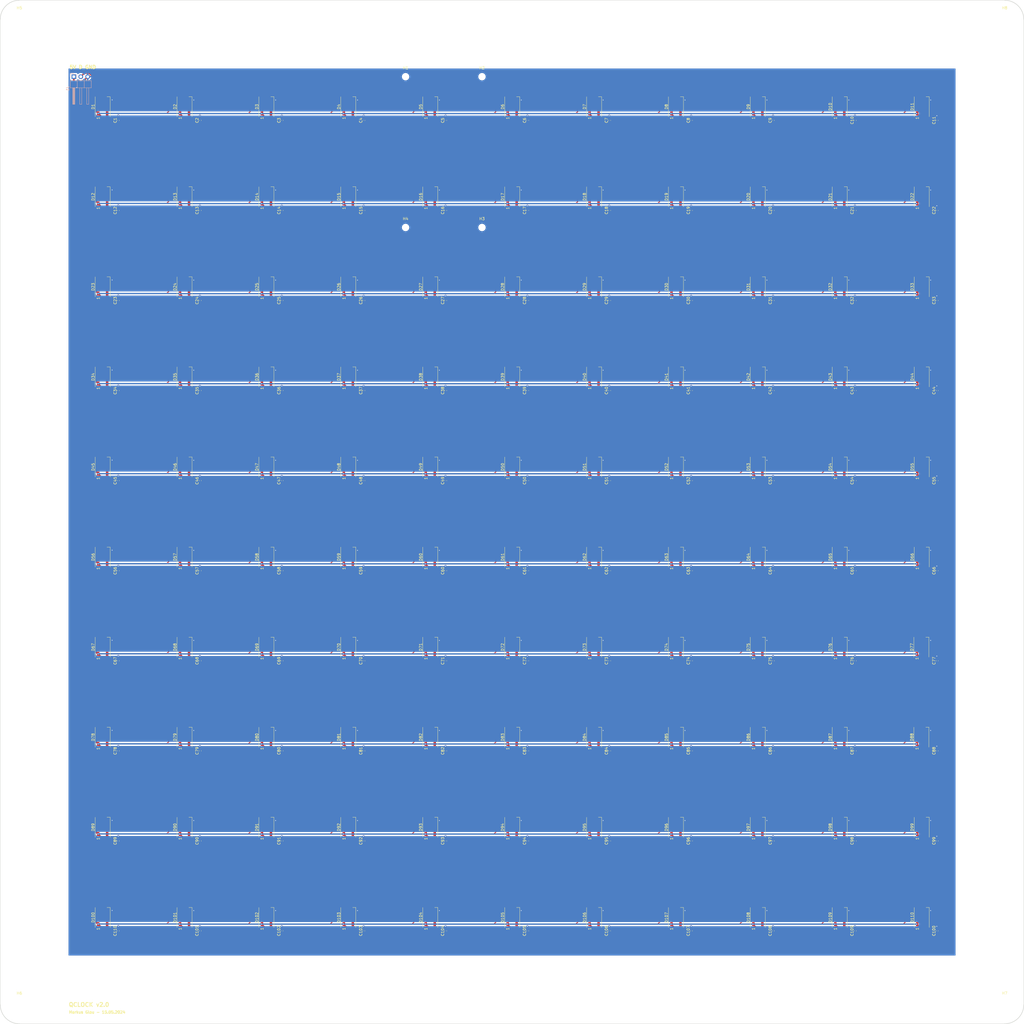
<source format=kicad_pcb>
(kicad_pcb (version 20240108) (generator "pcbnew") (generator_version "8.0")
  (layers (0 "F.Cu" signal) (31 "B.Cu" power) (34 "B.Paste" user) (35 "F.Paste" user) (36 "B.SilkS" user "B.Silkscreen") (37 "F.SilkS" user "F.Silkscreen") (38 "B.Mask" user) (39 "F.Mask" user) (44 "Edge.Cuts" user))
  (net 0 "")
  (net 1 "GND")
  (net 2 "VBUS")
  (net 3 "Net-(D1-DIN)")
  (net 4 "Net-(D1-DOUT)")
  (net 5 "Net-(D2-DOUT)")
  (net 6 "Net-(D3-DOUT)")
  (net 7 "Net-(D4-DOUT)")
  (net 8 "Net-(D5-DOUT)")
  (net 9 "Net-(D6-DOUT)")
  (net 10 "Net-(D7-DOUT)")
  (net 11 "Net-(D8-DOUT)")
  (net 12 "Net-(D10-DOUT)")
  (net 13 "Net-(D10-DIN)")
  (net 14 "Net-(D11-DOUT)")
  (net 15 "Net-(D12-DOUT)")
  (net 16 "Net-(D13-DOUT)")
  (net 17 "Net-(D14-DOUT)")
  (net 18 "Net-(D15-DOUT)")
  (net 19 "Net-(D16-DOUT)")
  (net 20 "Net-(D17-DOUT)")
  (net 21 "Net-(D18-DOUT)")
  (net 22 "Net-(D19-DOUT)")
  (net 23 "Net-(D20-DOUT)")
  (net 24 "Net-(D21-DOUT)")
  (net 25 "Net-(D22-DOUT)")
  (net 26 "Net-(D23-DOUT)")
  (net 27 "Net-(D24-DOUT)")
  (net 28 "Net-(D25-DOUT)")
  (net 29 "Net-(D26-DOUT)")
  (net 30 "Net-(D27-DOUT)")
  (net 31 "Net-(D28-DOUT)")
  (net 32 "Net-(D29-DOUT)")
  (net 33 "Net-(D30-DOUT)")
  (net 34 "Net-(D31-DOUT)")
  (net 35 "Net-(D32-DOUT)")
  (net 36 "Net-(D33-DOUT)")
  (net 37 "Net-(D34-DOUT)")
  (net 38 "Net-(D35-DOUT)")
  (net 39 "Net-(D36-DOUT)")
  (net 40 "Net-(D37-DOUT)")
  (net 41 "Net-(D38-DOUT)")
  (net 42 "Net-(D39-DOUT)")
  (net 43 "Net-(D40-DOUT)")
  (net 44 "Net-(D41-DOUT)")
  (net 45 "Net-(D42-DOUT)")
  (net 46 "Net-(D43-DOUT)")
  (net 47 "Net-(D44-DOUT)")
  (net 48 "Net-(D45-DOUT)")
  (net 49 "Net-(D46-DOUT)")
  (net 50 "Net-(D47-DOUT)")
  (net 51 "Net-(D48-DOUT)")
  (net 52 "Net-(D49-DOUT)")
  (net 53 "Net-(D50-DOUT)")
  (net 54 "Net-(D51-DOUT)")
  (net 55 "Net-(D52-DOUT)")
  (net 56 "Net-(D53-DOUT)")
  (net 57 "Net-(D54-DOUT)")
  (net 58 "Net-(D100-DIN)")
  (net 59 "Net-(D56-DOUT)")
  (net 60 "Net-(D55-DOUT)")
  (net 61 "Net-(D57-DOUT)")
  (net 62 "Net-(D58-DOUT)")
  (net 63 "Net-(D59-DOUT)")
  (net 64 "Net-(D60-DOUT)")
  (net 65 "Net-(D61-DOUT)")
  (net 66 "Net-(D62-DOUT)")
  (net 67 "Net-(D63-DOUT)")
  (net 68 "Net-(D64-DOUT)")
  (net 69 "Net-(D65-DOUT)")
  (net 70 "Net-(D66-DOUT)")
  (net 71 "Net-(D67-DOUT)")
  (net 72 "Net-(D68-DOUT)")
  (net 73 "Net-(D69-DOUT)")
  (net 74 "Net-(D70-DOUT)")
  (net 75 "Net-(D71-DOUT)")
  (net 76 "Net-(D72-DOUT)")
  (net 77 "Net-(D73-DOUT)")
  (net 78 "Net-(D74-DOUT)")
  (net 79 "Net-(D75-DOUT)")
  (net 80 "Net-(D76-DOUT)")
  (net 81 "Net-(D77-DOUT)")
  (net 82 "Net-(D78-DOUT)")
  (net 83 "Net-(D88-DOUT)")
  (net 84 "Net-(D79-DOUT)")
  (net 85 "Net-(D80-DOUT)")
  (net 86 "Net-(D81-DOUT)")
  (net 87 "Net-(D82-DOUT)")
  (net 88 "Net-(D83-DOUT)")
  (net 89 "Net-(D84-DOUT)")
  (net 90 "Net-(D85-DOUT)")
  (net 91 "Net-(D86-DOUT)")
  (net 92 "Net-(D87-DOUT)")
  (net 93 "Net-(D89-DOUT)")
  (net 94 "Net-(D90-DOUT)")
  (net 95 "Net-(D91-DOUT)")
  (net 96 "Net-(D92-DOUT)")
  (net 97 "Net-(D93-DOUT)")
  (net 98 "Net-(D94-DOUT)")
  (net 99 "Net-(D95-DOUT)")
  (net 100 "Net-(D96-DOUT)")
  (net 101 "Net-(D97-DOUT)")
  (net 102 "Net-(D98-DOUT)")
  (net 104 "Net-(D100-DOUT)")
  (net 105 "Net-(D101-DOUT)")
  (net 106 "Net-(D102-DOUT)")
  (net 107 "Net-(D103-DOUT)")
  (net 108 "Net-(D104-DOUT)")
  (net 109 "Net-(D105-DOUT)")
  (net 110 "Net-(D106-DOUT)")
  (net 111 "Net-(D107-DOUT)")
  (net 112 "Net-(D108-DOUT)")
  (net 113 "Net-(D109-DOUT)")
  (footprint "LED_SMD:LED_WS2812B_PLCC4_5.0x5.0mm_P3.2mm" (layer "F.Cu") (at 362.6 64 90)
    (property "Reference" "D11")
    (property "Value" "WS2812B")
  )
  (footprint "Capacitor_SMD:C_0402_1005Metric" (layer "F.Cu") (at 338.261625 102 90)
    (property "Reference" "C21")
    (property "Value" "220n")
  )
  (footprint "LED_SMD:LED_WS2812B_PLCC4_5.0x5.0mm_P3.2mm" (layer "F.Cu") (at 152.53 163 90)
    (property "Reference" "D37")
    (property "Value" "WS2812B")
  )
  (footprint "Capacitor_SMD:C_0402_1005Metric" (layer "F.Cu") (at 368.261625 69 90)
    (property "Reference" "C11")
    (property "Value" "220n")
  )
  (footprint "Capacitor_SMD:C_0402_1005Metric" (layer "F.Cu") (at 158.261625 135 90)
    (property "Reference" "C26")
    (property "Value" "220n")
  )
  (footprint "Capacitor_SMD:C_0402_1005Metric" (layer "F.Cu") (at 248.238375 365.95 90)
    (property "Reference" "C106")
    (property "Value" "220n")
  )
  (footprint "Capacitor_SMD:C_0402_1005Metric" (layer "F.Cu") (at 158.261625 267 90)
    (property "Reference" "C70")
    (property "Value" "220n")
  )
  (footprint "MountingHole:MountingHole_3.2mm_M3" (layer "F.Cu") (at 32 393)
    (property "Reference" "H6")
    (property "Value" "MountingHole")
  )
  (footprint "Capacitor_SMD:C_0402_1005Metric" (layer "F.Cu") (at 128.261625 201 90)
    (property "Reference" "C47")
    (property "Value" "220n")
  )
  (footprint "Capacitor_SMD:C_0402_1005Metric" (layer "F.Cu") (at 218.261625 333 90)
    (property "Reference" "C94")
    (property "Value" "220n")
  )
  (footprint "LED_SMD:LED_WS2812B_PLCC4_5.0x5.0mm_P3.2mm" (layer "F.Cu") (at 182.54 229 90)
    (property "Reference" "D60")
    (property "Value" "WS2812B")
  )
  (footprint "Capacitor_SMD:C_0402_1005Metric" (layer "F.Cu") (at 368.261625 201 90)
    (property "Reference" "C55")
    (property "Value" "220n")
  )
  (footprint "Capacitor_SMD:C_0402_1005Metric" (layer "F.Cu") (at 338.261625 333 90)
    (property "Reference" "C98")
    (property "Value" "220n")
  )
  (footprint "Capacitor_SMD:C_0402_1005Metric" (layer "F.Cu") (at 98.261625 234 90)
    (property "Reference" "C57")
    (property "Value" "220n")
  )
  (footprint "Capacitor_SMD:C_0402_1005Metric" (layer "F.Cu") (at 308.261625 168 90)
    (property "Reference" "C42")
    (property "Value" "220n")
  )
  (footprint "LED_SMD:LED_WS2812B_PLCC4_5.0x5.0mm_P3.2mm" (layer "F.Cu") (at 152.53 97 90)
    (property "Reference" "D15")
    (property "Value" "WS2812B")
  )
  (footprint "LED_SMD:LED_WS2812B_PLCC4_5.0x5.0mm_P3.2mm" (layer "F.Cu") (at 302.58 163 90)
    (property "Reference" "D42")
    (property "Value" "WS2812B")
  )
  (footprint "LED_SMD:LED_WS2812B_PLCC4_5.0x5.0mm_P3.2mm" (layer "F.Cu") (at 92.51 64 90)
    (property "Reference" "D2")
    (property "Value" "WS2812B")
  )
  (footprint "LED_SMD:LED_WS2812B_PLCC4_5.0x5.0mm_P3.2mm" (layer "F.Cu") (at 332.59 262 90)
    (property "Reference" "D76")
    (property "Value" "WS2812B")
  )
  (footprint "LED_SMD:LED_WS2812B_PLCC4_5.0x5.0mm_P3.2mm" (layer "F.Cu") (at 62.5 196 90)
    (property "Reference" "D45")
    (property "Value" "WS2812B")
  )
  (footprint "Capacitor_SMD:C_0402_1005Metric" (layer "F.Cu") (at 368.261625 300 90)
    (property "Reference" "C88")
    (property "Value" "220n")
  )
  (footprint "LED_SMD:LED_WS2812B_PLCC4_5.0x5.0mm_P3.2mm" (layer "F.Cu") (at 122.52 262 90)
    (property "Reference" "D69")
    (property "Value" "WS2812B")
  )
  (footprint "Capacitor_SMD:C_0402_1005Metric" (layer "F.Cu") (at 338.261625 135 90)
    (property "Reference" "C32")
    (property "Value" "220n")
  )
  (footprint "Capacitor_SMD:C_0402_1005Metric" (layer "F.Cu") (at 338.261625 168 90)
    (property "Reference" "C43")
    (property "Value" "220n")
  )
  (footprint "Capacitor_SMD:C_0402_1005Metric" (layer "F.Cu") (at 308.261625 333 90)
    (property "Reference" "C97")
    (property "Value" "220n")
  )
  (footprint "Capacitor_SMD:C_0402_1005Metric" (layer "F.Cu") (at 278.238375 365.95 90)
    (property "Reference" "C107")
    (property "Value" "220n")
  )
  (footprint "Capacitor_SMD:C_0402_1005Metric" (layer "F.Cu") (at 368.261625 102 90)
    (property "Reference" "C22")
    (property "Value" "220n")
  )
  (footprint "LED_SMD:LED_WS2812B_PLCC4_5.0x5.0mm_P3.2mm" (layer "F.Cu") (at 182.54 64 90)
    (property "Reference" "D5")
    (property "Value" "WS2812B")
  )
  (footprint "LED_SMD:LED_WS2812B_PLCC4_5.0x5.0mm_P3.2mm" (layer "F.Cu") (at 242.56 262 90)
    (property "Reference" "D73")
    (property "Value" "WS2812B")
  )
  (footprint "LED_SMD:LED_WS2812B_PLCC4_5.0x5.0mm_P3.2mm" (layer "F.Cu") (at 272.57 262 90)
    (property "Reference" "D74")
    (property "Value" "WS2812B")
  )
  (footprint "LED_SMD:LED_WS2812B_PLCC4_5.0x5.0mm_P3.2mm" (layer "F.Cu") (at 92.51 328 90)
    (property "Reference" "D90")
    (property "Value" "WS2812B")
  )
  (footprint "Capacitor_SMD:C_0402_1005Metric" (layer "F.Cu") (at 338.261625 201 90)
    (property "Reference" "C54")
    (property "Value" "220n")
  )
  (footprint "MountingHole:MountingHole_2.2mm_M2" (layer "F.Cu") (at 173.5 53)
    (property "Reference" "H1")
    (property "Value" "MountingHole")
  )
  (footprint "Capacitor_SMD:C_0402_1005Metric" (layer "F.Cu") (at 278.261625 201 90)
    (property "Reference" "C52")
    (property "Value" "220n")
  )
  (footprint "LED_SMD:LED_WS2812B_PLCC4_5.0x5.0mm_P3.2mm" (layer "F.Cu") (at 212.55 163 90)
    (property "Reference" "D39")
    (property "Value" "WS2812B")
  )
  (footprint "Capacitor_SMD:C_0402_1005Metric" (layer "F.Cu") (at 68.261625 168 90)
    (property "Reference" "C34")
    (property "Value" "220n")
  )
  (footprint "Capacitor_SMD:C_0402_1005Metric" (layer "F.Cu") (at 308.261625 201 90)
    (property "Reference" "C53")
    (property "Value" "220n")
  )
  (footprint "Capacitor_SMD:C_0402_1005Metric" (layer "F.Cu") (at 248.261625 267 90)
    (property "Reference" "C73")
    (property "Value" "220n")
  )
  (footprint "Capacitor_SMD:C_0402_1005Metric" (layer "F.Cu") (at 128.261625 333 90)
    (property "Reference" "C91")
    (property "Value" "220n")
  )
  (footprint "LED_SMD:LED_WS2812B_PLCC4_5.0x5.0mm_P3.2mm" (layer "F.Cu") (at 212.55 328 90)
    (property "Reference" "D94")
    (property "Value" "WS2812B")
  )
  (footprint "LED_SMD:LED_WS2812B_PLCC4_5.0x5.0mm_P3.2mm" (layer "F.Cu") (at 212.55 262 90)
    (property "Reference" "D72")
    (property "Value" "WS2812B")
  )
  (footprint "MountingHole:MountingHole_3.2mm_M3" (layer "F.Cu") (at 393 393)
    (property "Reference" "H7")
    (property "Value" "MountingHole")
  )
  (footprint "LED_SMD:LED_WS2812B_PLCC4_5.0x5.0mm_P3.2mm" (layer "F.Cu") (at 362.6 97 90)
    (property "Reference" "D22")
    (property "Value" "WS2812B")
  )
  (footprint "LED_SMD:LED_WS2812B_PLCC4_5.0x5.0mm_P3.2mm" (layer "F.Cu") (at 362.5 295 90)
    (property "Reference" "D88")
    (property "Value" "WS2812B")
  )
  (footprint "Capacitor_SMD:C_0402_1005Metric" (layer "F.Cu") (at 98.261625 69 90)
    (property "Reference" "C2")
    (property "Value" "220n")
  )
  (footprint "Capacitor_SMD:C_0402_1005Metric" (layer "F.Cu") (at 308.261625 102 90)
    (property "Reference" "C20")
    (property "Value" "220n")
  )
  (footprint "Capacitor_SMD:C_0402_1005Metric" (layer "F.Cu") (at 218.261625 201 90)
    (property "Reference" "C50")
    (property "Value" "220n")
  )
  (footprint "LED_SMD:LED_WS2812B_PLCC4_5.0x5.0mm_P3.2mm" (layer "F.Cu") (at 62.5 97 90)
    (property "Reference" "D12")
    (property "Value" "WS2812B")
  )
  (footprint "LED_SMD:LED_WS2812B_PLCC4_5.0x5.0mm_P3.2mm" (layer "F.Cu") (at 122.52 64 90)
    (property "Reference" "D3")
    (property "Value" "WS2812B")
  )
  (footprint "LED_SMD:LED_WS2812B_PLCC4_5.0x5.0mm_P3.2mm" (layer "F.Cu") (at 212.55 361.05 90)
    (property "Reference" "D105")
    (property "Value" "WS2812B")
  )
  (footprint "LED_SMD:LED_WS2812B_PLCC4_5.0x5.0mm_P3.2mm" (layer "F.Cu") (at 92.51 295 90)
    (property "Reference" "D79")
    (property "Value" "WS2812B")
  )
  (footprint "Capacitor_SMD:C_0402_1005Metric" (layer "F.Cu") (at 248.261625 69 90)
    (property "Reference" "C7")
    (property "Value" "220n")
  )
  (footprint "LED_SMD:LED_WS2812B_PLCC4_5.0x5.0mm_P3.2mm" (layer "F.Cu") (at 182.54 295 90)
    (property "Reference" "D82")
    (property "Value" "WS2812B")
  )
  (footprint "Capacitor_SMD:C_0402_1005Metric" (layer "F.Cu") (at 68.261625 300 90)
    (property "Reference" "C78")
    (property "Value" "220n")
  )
  (footprint "Capacitor_SMD:C_0402_1005Metric" (layer "F.Cu") (at 98.261625 135 90)
    (property "Reference" "C24")
    (property "Value" "220n")
  )
  (footprint "LED_SMD:LED_WS2812B_PLCC4_5.0x5.0mm_P3.2mm" (layer "F.Cu") (at 242.56 97 90)
    (property "Reference" "D18")
    (property "Value" "WS2812B")
  )
  (footprint "Capacitor_SMD:C_0402_1005Metric" (layer "F.Cu") (at 218.238375 365.95 90)
    (property "Reference" "C105")
    (property "Value" "220n")
  )
  (footprint "LED_SMD:LED_WS2812B_PLCC4_5.0x5.0mm_P3.2mm" (layer "F.Cu") (at 302.58 328 90)
    (property "Reference" "D97")
    (property "Value" "WS2812B")
  )
  (footprint "LED_SMD:LED_WS2812B_PLCC4_5.0x5.0mm_P3.2mm" (layer "F.Cu") (at 152.53 130 90)
    (property "Reference" "D26")
    (property "Value" "WS2812B")
  )
  (footprint "LED_SMD:LED_WS2812B_PLCC4_5.0x5.0mm_P3.2mm" (layer "F.Cu") (at 242.56 328 90)
    (property "Reference" "D95")
    (property "Value" "WS2812B")
  )
  (footprint "MountingHole:MountingHole_2.2mm_M2" (layer "F.Cu") (at 173.5 108.25)
    (property "Reference" "H4")
    (property "Value" "MountingHole")
  )
  (footprint "Capacitor_SMD:C_0402_1005Metric" (layer "F.Cu") (at 338.238375 365.95 90)
    (property "Reference" "C109")
    (property "Value" "220n")
  )
  (footprint "Capacitor_SMD:C_0402_1005Metric" (layer "F.Cu") (at 278.261625 300 90)
    (property "Reference" "C85")
    (property "Value" "220n")
  )
  (footprint "LED_SMD:LED_WS2812B_PLCC4_5.0x5.0mm_P3.2mm" (layer "F.Cu") (at 302.58 262 90)
    (property "Reference" "D75")
    (property "Value" "WS2812B")
  )
  (footprint "Capacitor_SMD:C_0402_1005Metric" (layer "F.Cu") (at 188.261625 333 90)
    (property "Reference" "C93")
    (property "Value" "220n")
  )
  (footprint "LED_SMD:LED_WS2812B_PLCC4_5.0x5.0mm_P3.2mm" (layer "F.Cu") (at 152.53 262 90)
    (property "Reference" "D70")
    (property "Value" "WS2812B")
  )
  (footprint "LED_SMD:LED_WS2812B_PLCC4_5.0x5.0mm_P3.2mm" (layer "F.Cu") (at 122.52 196 90)
    (property "Reference" "D47")
    (property "Value" "WS2812B")
  )
  (footprint "LED_SMD:LED_WS2812B_PLCC4_5.0x5.0mm_P3.2mm" (layer "F.Cu") (at 122.52 229 90)
    (property "Reference" "D58")
    (property "Value" "WS2812B")
  )
  (footprint "Capacitor_SMD:C_0402_1005Metric" (layer "F.Cu") (at 98.238375 365.95 90)
    (property "Reference" "C101")
    (property "Value" "220n")
  )
  (footprint "LED_SMD:LED_WS2812B_PLCC4_5.0x5.0mm_P3.2mm" (layer "F.Cu") (at 272.57 196 90)
    (property "Reference" "D52")
    (property "Value" "WS2812B")
  )
  (footprint "LED_SMD:LED_WS2812B_PLCC4_5.0x5.0mm_P3.2mm" (layer "F.Cu") (at 362.6 130 90)
    (property "Reference" "D33")
    (property "Value" "WS2812B")
  )
  (footprint "LED_SMD:LED_WS2812B_PLCC4_5.0x5.0mm_P3.2mm" (layer "F.Cu") (at 152.53 295 90)
    (property "Reference" "D81")
    (property "Value" "WS2812B")
  )
  (footprint "Capacitor_SMD:C_0402_1005Metric" (layer "F.Cu") (at 98.261625 267 90)
    (property "Reference" "C68")
    (property "Value" "220n")
  )
  (footprint "LED_SMD:LED_WS2812B_PLCC4_5.0x5.0mm_P3.2mm" (layer "F.Cu") (at 272.57 295 90)
    (property "Reference" "D85")
    (property "Value" "WS2812B")
  )
  (footprint "Capacitor_SMD:C_0402_1005Metric" (layer "F.Cu") (at 368.261625 234 90)
    (property "Reference" "C66")
    (property "Value" "220n")
  )
  (footprint "LED_SMD:LED_WS2812B_PLCC4_5.0x5.0mm_P3.2mm" (layer "F.Cu") (at 302.58 295 90)
    (property "Reference" "D86")
    (property "Value" "WS2812B")
  )
  (footprint "LED_SMD:LED_WS2812B_PLCC4_5.0x5.0mm_P3.2mm" (layer "F.Cu") (at 152.53 328 90)
    (property "Reference" "D92")
    (property "Value" "WS2812B")
  )
  (footprint "LED_SMD:LED_WS2812B_PLCC4_5.0x5.0mm_P3.2mm" (layer "F.Cu") (at 332.59 328 90)
    (property "Reference" "D98")
    (property "Value" "WS2812B")
  )
  (footprint "LED_SMD:LED_WS2812B_PLCC4_5.0x5.0mm_P3.2mm" (layer "F.Cu") (at 242.56 361.05 90)
    (property "Reference" "D106")
    (property "Value" "WS2812B")
  )
  (footprint "Capacitor_SMD:C_0402_1005Metric" (layer "F.Cu") (at 218.261625 135 90)
    (property "Reference" "C28")
    (property "Value" "220n")
  )
  (footprint "Capacitor_SMD:C_0402_1005Metric" (layer "F.Cu") (at 308.238375 365.95 90)
    (property "Reference" "C108")
    (property "Value" "220n")
  )
  (footprint "LED_SMD:LED_WS2812B_PLCC4_5.0x5.0mm_P3.2mm" (layer "F.Cu") (at 362.5 262 90)
    (property "Reference" "D77")
    (property "Value" "WS2812B")
  )
  (footprint "Capacitor_SMD:C_0402_1005Metric" (layer "F.Cu") (at 188.261625 102 90)
    (property "Reference" "C16")
    (property "Value" "220n")
  )
  (footprint "LED_SMD:LED_WS2812B_PLCC4_5.0x5.0mm_P3.2mm" (layer "F.Cu") (at 62.5 295 90)
    (property "Reference" "D78")
    (property "Value" "WS2812B")
  )
  (footprint "Capacitor_SMD:C_0402_1005Metric" (layer "F.Cu") (at 308.261625 267 90)
    (property "Reference" "C75")
    (property "Value" "220n")
  )
  (footprint "LED_SMD:LED_WS2812B_PLCC4_5.0x5.0mm_P3.2mm" (layer "F.Cu") (at 152.53 196 90)
    (property "Reference" "D48")
    (property "Value" "WS2812B")
  )
  (footprint "LED_SMD:LED_WS2812B_PLCC4_5.0x5.0mm_P3.2mm" (layer "F.Cu") (at 362.6 328 90)
    (property "Reference" "D99")
    (property "Value" "WS2812B")
  )
  (footprint "LED_SMD:LED_WS2812B_PLCC4_5.0x5.0mm_P3.2mm" (layer "F.Cu") (at 302.58 196 90)
    (property "Reference" "D53")
    (property "Value" "WS2812B")
  )
  (footprint "LED_SMD:LED_WS2812B_PLCC4_5.0x5.0mm_P3.2mm" (layer "F.Cu") (at 242.56 64 90)
    (property "Reference" "D7")
    (property "Value" "WS2812B")
  )
  (footprint "Capacitor_SMD:C_0402_1005Metric" (layer "F.Cu") (at 158.261625 69 90)
    (property "Reference" "C4")
    (property "Value" "220n")
  )
  (footprint "LED_SMD:LED_WS2812B_PLCC4_5.0x5.0mm_P3.2mm" (layer "F.Cu") (at 122.52 361.05 90)
    (property "Reference" "D102")
    (property "Value" "WS2812B")
  )
  (footprint "Capacitor_SMD:C_0402_1005Metric" (layer "F.Cu") (at 368.261625 333 90)
    (property "Reference" "C99")
    (property "Value" "220n")
  )
  (footprint "Capacitor_SMD:C_0402_1005Metric" (layer "F.Cu") (at 248.261625 135 90)
    (property "Reference" "C29")
    (property "Value" "220n")
  )
  (footprint "LED_SMD:LED_WS2812B_PLCC4_5.0x5.0mm_P3.2mm" (layer "F.Cu") (at 242.56 163 90)
    (property "Reference" "D40")
    (property "Value" "WS2812B")
  )
  (footprint "LED_SMD:LED_WS2812B_PLCC4_5.0x5.0mm_P3.2mm" (layer "F.Cu") (at 212.55 295 90)
    (property "Reference" "D83")
    (property "Value" "WS2812B")
  )
  (footprint "Capacitor_SMD:C_0402_1005Metric" (layer "F.Cu") (at 248.261625 234 90)
    (property "Reference" "C62")
    (property "Value" "220n")
  )
  (footprint "LED_SMD:LED_WS2812B_PLCC4_5.0x5.0mm_P3.2mm" (layer "F.Cu") (at 62.5 262 90)
    (property "Reference" "D67")
    (property "Value" "WS2812B")
  )
  (footprint "Capacitor_SMD:C_0402_1005Metric" (layer "F.Cu") (at 158.261625 168 90)
    (property "Reference" "C37")
    (property "Value" "220n")
  )
  (footprint "Capacitor_SMD:C_0402_1005Metric" (layer "F.Cu") (at 128.261625 168 90)
    (property "Reference" "C36")
    (property "Value" "220n")
  )
  (footprint "Capacitor_SMD:C_0402_1005Metric" (layer "F.Cu") (at 218.261625 234 90)
    (property "Reference" "C61")
    (property "Value" "220n")
  )
  (footprint "LED_SMD:LED_WS2812B_PLCC4_5.0x5.0mm_P3.2mm" (layer "F.Cu") (at 302.58 97 90)
    (property "Reference" "D20")
    (property "Value" "WS2812B")
  )
  (footprint "LED_SMD:LED_WS2812B_PLCC4_5.0x5.0mm_P3.2mm" (layer "F.Cu") (at 92.51 163 90)
    (property "Reference" "D35")
    (property "Value" "WS2812B")
  )
  (footprint "Capacitor_SMD:C_0402_1005Metric" (layer "F.Cu") (at 128.261625 102 90)
    (property "Reference" "C14")
    (property "Value" "220n")
  )
  (footprint "LED_SMD:LED_WS2812B_PLCC4_5.0x5.0mm_P3.2mm" (layer "F.Cu") (at 302.58 130 90)
    (property "Reference" "D31")
    (property "Value" "WS2812B")
  )
  (footprint "LED_SMD:LED_WS2812B_PLCC4_5.0x5.0mm_P3.2mm" (layer "F.Cu") (at 182.54 262 90)
    (property "Reference" "D71")
    (property "Value" "WS2812B")
  )
  (footprint "LED_SMD:LED_WS2812B_PLCC4_5.0x5.0mm_P3.2mm" (layer "F.Cu") (at 212.55 229 90)
    (property "Reference" "D61")
    (property "Value" "WS2812B")
  )
  (footprint "Capacitor_SMD:C_0402_1005Metric" (layer "F.Cu") (at 248.261625 102 90)
    (property "Reference" "C18")
    (property "Value" "220n")
  )
  (footprint "Capacitor_SMD:C_0402_1005Metric" (layer "F.Cu") (at 158.238375 365.95 90)
    (property "Reference" "C103")
    (property "Value" "220n")
  )
  (footprint "LED_SMD:LED_WS2812B_PLCC4_5.0x5.0mm_P3.2mm" (layer "F.Cu") (at 62.5 163 90)
    (property "Reference" "D34")
    (property "Value" "WS2812B")
  )
  (footprint "Capacitor_SMD:C_0402_1005Metric" (layer "F.Cu") (at 278.261625 135 90)
    (property "Reference" "C30")
    (property "Value" "220n")
  )
  (footprint "LED_SMD:LED_WS2812B_PLCC4_5.0x5.0mm_P3.2mm" (layer "F.Cu") (at 272.57 328 90)
    (property "Reference" "D96")
    (property "Value" "WS2812B")
  )
  (footprint "Capacitor_SMD:C_0402_1005Metric" (layer "F.Cu") (at 188.261625 168 90)
    (property "Reference" "C38")
    (property "Value" "220n")
  )
  (footprint "LED_SMD:LED_WS2812B_PLCC4_5.0x5.0mm_P3.2mm" (layer "F.Cu") (at 62.5 328 90)
    (property "Reference" "D89")
    (property "Value" "WS2812B")
  )
  (footprint "LED_SMD:LED_WS2812B_PLCC4_5.0x5.0mm_P3.2mm" (layer "F.Cu") (at 302.58 361.05 90)
    (property "Reference" "D108")
    (property "Value" "WS2812B")
  )
  (footprint "Capacitor_SMD:C_0402_1005Metric" (layer "F.Cu") (at 68.261625 267 90)
    (property "Reference" "C67")
    (property "Value" "220n")
  )
  (footprint "LED_SMD:LED_WS2812B_PLCC4_5.0x5.0mm_P3.2mm" (layer "F.Cu") (at 122.52 130 90)
    (property "Reference" "D25")
    (property "Value" "WS2812B")
  )
  (footprint "Capacitor_SMD:C_0402_1005Metric" (layer "F.Cu") (at 278.261625 168 90)
    (property "Reference" "C41")
    (property "Value" "220n")
  )
  (footprint "Capacitor_SMD:C_0402_1005Metric" (layer "F.Cu") (at 68.261625 102 90)
    (property "Reference" "C12")
    (property "Value" "220n")
  )
  (footprint "Capacitor_SMD:C_0402_1005Metric" (layer "F.Cu") (at 308.261625 135 90)
    (property "Reference" "C31")
    (property "Value" "220n")
  )
  (footprint "LED_SMD:LED_WS2812B_PLCC4_5.0x5.0mm_P3.2mm" (layer "F.Cu") (at 362.6 163 90)
    (property "Reference" "D44")
    (property "Value" "WS2812B")
  )
  (footprint "LED_SMD:LED_WS2812B_PLCC4_5.0x5.0mm_P3.2mm" (layer "F.Cu") (at 92.51 97 90)
    (property "Reference" "D13")
    (property "Value" "WS2812B")
  )
  (footprint "LED_SMD:LED_WS2812B_PLCC4_5.0x5.0mm_P3.2mm" (layer "F.Cu") (at 182.54 163 90)
    (property "Reference" "D38")
    (property "Value" "WS2812B")
  )
  (footprint "Capacitor_SMD:C_0402_1005Metric" (layer "F.Cu") (at 188.261625 267 90)
    (property "Reference" "C71")
    (property "Value" "220n")
  )
  (footprint "LED_SMD:LED_WS2812B_PLCC4_5.0x5.0mm_P3.2mm" (layer "F.Cu") (at 122.52 163 90)
    (property "Reference" "D36")
    (property "Value" "WS2812B")
  )
  (footprint "Capacitor_SMD:C_0402_1005Metric" (layer "F.Cu") (at 128.261625 267 90)
    (property "Reference" "C69")
    (property "Value" "220n")
  )
  (footprint "MountingHole:MountingHole_2.2mm_M2" (layer "F.Cu") (at 201.5 108.25)
    (property "Reference" "H3")
    (property "Value" "MountingHole")
  )
  (footprint "Capacitor_SMD:C_0402_1005Metric" (layer "F.Cu") (at 128.261625 135 90)
    (property "Reference" "C25")
    (property "Value" "220n")
  )
  (footprint "LED_SMD:LED_WS2812B_PLCC4_5.0x5.0mm_P3.2mm" (layer "F.Cu") (at 332.59 163 90)
    (property "Reference" "D43")
    (property "Value" "WS2812B")
  )
  (footprint "Capacitor_SMD:C_0402_1005Metric" (layer "F.Cu") (at 368.261625 168 90)
    (property "Reference" "C44")
    (property "Value" "220n")
  )
  (footprint "Capacitor_SMD:C_0402_1005Metric" (layer "F.Cu") (at 68.261625 333 90)
    (property "Reference" "C89")
    (property "Value" "220n")
  )
  (footprint "Capacitor_SMD:C_0402_1005Metric" (layer "F.Cu") (at 68.261625 234 90)
    (property "Reference" "C56")
    (property "Value" "220n")
  )
  (footprint "LED_SMD:LED_WS2812B_PLCC4_5.0x5.0mm_P3.2mm" (layer "F.Cu") (at 212.55 130 90)
    (property "Reference" "D28")
    (property "Value" "WS2812B")
  )
  (footprint "LED_SMD:LED_WS2812B_PLCC4_5.0x5.0mm_P3.2mm" (layer "F.Cu") (at 182.54 130 90)
    (property "Reference" "D27")
    (property "Value" "WS2812B")
  )
  (footprint "LED_SMD:LED_WS2812B_PLCC4_5.0x5.0mm_P3.2mm" (layer "F.Cu") (at 152.53 361.05 90)
    (property "Reference" "D103")
    (property "Value" "WS2812B")
  )
  (footprint "Capacitor_SMD:C_0402_1005Metric" (layer "F.Cu") (at 128.238375 365.95 90)
    (property "Reference" "C102")
    (property "Value" "220n")
  )
  (footprint "LED_SMD:LED_WS2812B_PLCC4_5.0x5.0mm_P3.2mm" (layer "F.Cu") (at 302.58 64 90)
    (property "Reference" "D9")
    (property "Value" "WS2812B")
  )
  (footprint "Capacitor_SMD:C_0402_1005Metric" (layer "F.Cu") (at 158.261625 234 90)
    (property "Reference" "C59")
    (property "Value" "220n")
  )
  (footprint "Capacitor_SMD:C_0402_1005Metric" (layer "F.Cu") (at 68.238375 365.95 90)
    (property "Reference" "C110")
    (property "Value" "220n")
  )
  (footprint "LED_SMD:LED_WS2812B_PLCC4_5.0x5.0mm_P3.2mm" (layer "F.Cu") (at 62.5 130 90)
    (property "Reference" "D23")
    (property "Value" "WS2812B")
  )
  (footprint "LED_SMD:LED_WS2812B_PLCC4_5.0x5.0mm_P3.2mm" (layer "F.Cu") (at 272.57 163 90)
    (property "Reference" "D41")
    (property "Value" "WS2812B")
  )
  (footprint "Capacitor_SMD:C_0402_1005Metric" (layer "F.Cu") (at 98.261625 300 90)
    (property "Reference" "C79")
    (property "Value" "220n")
  )
  (footprint "Capacitor_SMD:C_0402_1005Metric" (layer "F.Cu") (at 368.261625 267 90)
    (property "Reference" "C77")
    (property "Value" "220n")
  )
  (footprint "Capacitor_SMD:C_0402_1005Metric" (layer "F.Cu") (at 68.261625 135 90)
    (property "Reference" "C23")
    (property "Value" "220n")
  )
  (footprint "Capacitor_SMD:C_0402_1005Metric" (layer "F.Cu") (at 278.261625 69 90)
    (property "Reference" "C8")
    (property "Value" "220n")
  )
  (footprint "LED_SMD:LED_WS2812B_PLCC4_5.0x5.0mm_P3.2mm" (layer "F.Cu") (at 92.51 196 90)
    (property "Reference" "D46")
    (property "Value" "WS2812B")
  )
  (footprint "Capacitor_SMD:C_0402_1005Metric" (layer "F.Cu") (at 278.261625 102 90)
    (property "Reference" "C19")
    (property "Value" "220n")
  )
  (footprint "Capacitor_SMD:C_0402_1005Metric" (layer "F.Cu") (at 128.261625 300 90)
    (property "Reference" "C80")
    (property "Value" "220n")
  )
  (footprint "LED_SMD:LED_WS2812B_PLCC4_5.0x5.0mm_P3.2mm" (layer "F.Cu") (at 302.58 229 90)
    (property "Reference" "D64")
    (property "Value" "WS2812B")
  )
  (footprint "LED_SMD:LED_WS2812B_PLCC4_5.0x5.0mm_P3.2mm" (layer "F.Cu") (at 272.57 130 90)
    (property "Reference" "D30")
    (property "Value" "WS2812B")
  )
  (footprint "LED_SMD:LED_WS2812B_PLCC4_5.0x5.0mm_P3.2mm" (layer "F.Cu") (at 242.56 130 90)
    (property "Reference" "D29")
    (property "Value" "WS2812B")
  )
  (footprint "LED_SMD:LED_WS2812B_PLCC4_5.0x5.0mm_P3.2mm" (layer "F.Cu") (at 92.51 229 90)
    (property "Reference" "D57")
    (property "Value" "WS2812B")
  )
  (footprint "LED_SMD:LED_WS2812B_PLCC4_5.0x5.0mm_P3.2mm" (layer "F.Cu") (at 92.51 130 90)
    (property "Reference" "D24")
    (property "Value" "WS2812B")
  )
  (footprint "LED_SMD:LED_WS2812B_PLCC4_5.0x5.0mm_P3.2mm" (layer "F.Cu") (at 152.53 229 90)
    (property "Reference" "D59")
    (property "Value" "WS2812B")
  )
  (footprint "Capacitor_SMD:C_0402_1005Metric" (layer "F.Cu") (at 278.261625 333 90)
    (property "Reference" "C96")
    (property "Value" "220n")
  )
  (footprint "LED_SMD:LED_WS2812B_PLCC4_5.0x5.0mm_P3.2mm" (layer "F.Cu") (at 242.56 196 90)
    (property "Reference" "D51")
    (property "Value" "WS2812B")
  )
  (footprint "LED_SMD:LED_WS2812B_PLCC4_5.0x5.0mm_P3.2mm" (layer "F.Cu") (at 212.55 64 90)
    (property "Reference" "D6")
    (property "Value" "WS2812B")
  )
  (footprint "LED_SMD:LED_WS2812B_PLCC4_5.0x5.0mm_P3.2mm" (layer "F.Cu") (at 362.6 361.05 90)
    (property "Reference" "D110")
    (property "Value" "WS2812B")
  )
  (footprint "LED_SMD:LED_WS2812B_PLCC4_5.0x5.0mm_P3.2mm" (layer "F.Cu") (at 332.59 361.05 90)
    (property "Reference" "D109")
    (property "Value" "WS2812B")
  )
  (footprint "Capacitor_SMD:C_0402_1005Metric" (layer "F.Cu") (at 338.261625 300 90)
    (property "Reference" "C87")
    (property "Value" "220n")
  )
  (footprint "Capacitor_SMD:C_0402_1005Metric" (layer "F.Cu") (at 98.261625 168 90)
    (property "Reference" "C35")
    (property "Value" "220n")
  )
  (footprint "LED_SMD:LED_WS2812B_PLCC4_5.0x5.0mm_P3.2mm" (layer "F.Cu") (at 122.52 328 90)
    (property "Reference" "D91")
    (property "Value" "WS2812B")
  )
  (footprint "LED_SMD:LED_WS2812B_PLCC4_5.0x5.0mm_P3.2mm" (layer "F.Cu") (at 92.51 262 90)
    (property "Reference" "D68")
    (property "Value" "WS2812B")
  )
  (footprint "Capacitor_SMD:C_0402_1005Metric" (layer "F.Cu") (at 308.261625 300 90)
    (property "Reference" "C86")
    (property "Value" "220n")
  )
  (footprint "Capacitor_SMD:C_0402_1005Metric" (layer "F.Cu") (at 158.261625 201 90)
    (property "Reference" "C48")
    (property "Value" "220n")
  )
  (footprint "LED_SMD:LED_WS2812B_PLCC4_5.0x5.0mm_P3.2mm" (layer "F.Cu") (at 332.59 229 90)
    (property "Reference" "D65")
    (property "Value" "WS2812B")
  )
  (footprint "Capacitor_SMD:C_0402_1005Metric" (layer "F.Cu") (at 98.261625 201 90)
    (property "Reference" "C46")
    (property "Value" "220n")
  )
  (footprint "LED_SMD:LED_WS2812B_PLCC4_5.0x5.0mm_P3.2mm" (layer "F.Cu") (at 362.6 229 90)
    (property "Reference" "D66")
    (property "Value" "WS2812B")
  )
  (footprint "LED_SMD:LED_WS2812B_PLCC4_5.0x5.0mm_P3.2mm" (layer "F.Cu") (at 332.59 295 90)
    (property "Reference" "D87")
    (property "Value" "WS2812B")
  )
  (footprint "Capacitor_SMD:C_0402_1005Metric" (layer "F.Cu") (at 338.261625 267 90)
    (property "Reference" "C76")
    (property "Value" "220n")
  )
  (footprint "LED_SMD:LED_WS2812B_PLCC4_5.0x5.0mm_P3.2mm" (layer "F.Cu") (at 212.55 196 90)
    (property "Reference" "D50")
    (property "Value" "WS2812B")
  )
  (footprint "MountingHole:MountingHole_3.2mm_M3" (layer "F.Cu") (at 393 32)
    (property "Reference" "H8")
    (property "Value" "MountingHole")
  )
  (footprint "LED_SMD:LED_WS2812B_PLCC4_5.0x5.0mm_P3.2mm" (layer "F.Cu") (at 332.59 97 90)
    (property "Reference" "D21")
    (property "Value" "WS2812B")
  )
  (footprint "Capacitor_SMD:C_0402_1005Metric" (layer "F.Cu") (at 188.261625 300 90)
    (property "Reference" "C82")
    (property "Value" "220n")
  )
  (footprint "Capacitor_SMD:C_0402_1005Metric" (layer "F.Cu") (at 68.261625 69 90)
    (property "Reference" "C1")
    (property "Value" "220n")
  )
  (footprint "Capacitor_SMD:C_0402_1005Metric" (layer "F.Cu") (at 158.261625 300 90)
    (property "Reference" "C81")
    (property "Value" "220n")
  )
  (footprint "Capacitor_SMD:C_0402_1005Metric" (layer "F.Cu") (at 218.261625 168 90)
    (property "Reference" "C39")
    (property "Value" "220n")
  )
  (footprint "Capacitor_SMD:C_0402_1005Metric" (layer "F.Cu") (at 188.261625 69 90)
    (property "Reference" "C5")
    (property "Value" "220n")
  )
  (footprint "Capacitor_SMD:C_0402_1005Metric" (layer "F.Cu") (at 368.238375 365.95 90)
    (property "Reference" "C100")
    (property "Value" "220n")
  )
  (footprint "Capacitor_SMD:C_0402_1005Metric" (layer "F.Cu") (at 368.261625 135 90)
    (property "Reference" "C33")
    (property "Value" "220n")
  )
  (footprint "LED_SMD:LED_WS2812B_PLCC4_5.0x5.0mm_P3.2mm" (layer "F.Cu") (at 62.5 64 90)
    (property "Reference" "D1")
    (property "Value" "WS2812B")
  )
  (footprint "Capacitor_SMD:C_0402_1005Metric" (layer "F.Cu") (at 278.261625 267 90)
    (property "Reference" "C74")
    (property "Value" "220n")
  )
  (footprint "LED_SMD:LED_WS2812B_PLCC4_5.0x5.0mm_P3.2mm" (layer "F.Cu") (at 272.57 229 90)
    (property "Reference" "D63")
    (property "Value" "WS2812B")
  )
  (footprint "LED_SMD:LED_WS2812B_PLCC4_5.0x5.0mm_P3.2mm" (layer "F.Cu") (at 272.57 361.05 90)
    (property "Reference" "D107")
    (property "Value" "WS2812B")
  )
  (footprint "Capacitor_SMD:C_0402_1005Metric" (layer "F.Cu") (at 248.261625 168 90)
    (property "Reference" "C40")
    (property "Value" "220n")
  )
  (footprint "LED_SMD:LED_WS2812B_PLCC4_5.0x5.0mm_P3.2mm" (layer "F.Cu") (at 362.6 196 90)
    (property "Reference" "D55")
    (property "Value" "WS2812B")
  )
  (footprint "LED_SMD:LED_WS2812B_PLCC4_5.0x5.0mm_P3.2mm" (layer "F.Cu") (at 182.54 328 90)
    (property "Reference" "D93")
    (property "Value" "WS2812B")
  )
  (footprint "Capacitor_SMD:C_0402_1005Metric" (layer "F.Cu") (at 308.261625 69 90)
    (property "Reference" "C9")
    (property "Value" "220n")
  )
  (footprint "LED_SMD:LED_WS2812B_PLCC4_5.0x5.0mm_P3.2mm" (layer "F.Cu") (at 272.57 97 90)
    (property "Reference" "D19")
    (property "Value" "WS2812B")
  )
  (footprint "Capacitor_SMD:C_0402_1005Metric" (layer "F.Cu") (at 338.261625 69 90)
    (property "Reference" "C10")
    (property "Value" "220n")
  )
  (footprint "LED_SMD:LED_WS2812B_PLCC4_5.0x5.0mm_P3.2mm" (layer "F.Cu") (at 152.53 64 90)
    (property "Reference" "D4")
    (property "Value" "WS2812B")
  )
  (footprint "LED_SMD:LED_WS2812B_PLCC4_5.0x5.0mm_P3.2mm" (layer "F.Cu") (at 332.59 130 90)
    (property "Reference" "D32")
    (property "Value" "WS2812B")
  )
  (footprint "LED_SMD:LED_WS2812B_PLCC4_5.0x5.0mm_P3.2mm" (layer "F.Cu") (at 272.57 64 90)
    (property "Reference" "D8")
    (property "Value" "WS2812B")
  )
  (footprint "Capacitor_SMD:C_0402_1005Metric" (layer "F.Cu") (at 98.261625 102 90)
    (property "Reference" "C13")
    (property "Value" "220n")
  )
  (footprint "Capacitor_SMD:C_0402_1005Metric" (layer "F.Cu") (at 188.261625 201 90)
    (property "Reference" "C49")
    (property "Value" "220n")
  )
  (footprint "LED_SMD:LED_WS2812B_PLCC4_5.0x5.0mm_P3.2mm" (layer "F.Cu") (at 332.59 196 90)
    (property "Reference" "D54")
    (property "Value" "WS2812B")
  )
  (footprint "Capacitor_SMD:C_0402_1005Metric" (layer "F.Cu") (at 338.261625 234 90)
    (property "Reference" "C65")
    (property "Value" "220n")
  )
  (footprint "MountingHole:MountingHole_2.2mm_M2" (layer "F.Cu") (at 201.5 53)
    (property "Reference" "H2")
    (property "Value" "MountingHole")
  )
  (footprint "Capacitor_SMD:C_0402_1005Metric" (layer "F.Cu") (at 158.261625 333 90)
    (property "Reference" "C92")
    (property "Value" "220n")
  )
  (footprint "Capacitor_SMD:C_0402_1005Metric" (layer "F.Cu") (at 218.261625 102 90)
    (property "Reference" "C17")
    (property "Value" "220n")
  )
  (footprint "LED_SMD:LED_WS2812B_PLCC4_5.0x5.0mm_P3.2mm" (layer "F.Cu") (at 212.55 97 90)
    (property "Reference" "D17")
    (property "Value" "WS2812B")
  )
  (footprint "Capacitor_SMD:C_0402_1005Metric" (layer "F.Cu") (at 128.261625 234 90)
    (property "Reference" "C58")
    (property "Value" "220n")
  )
  (footprint "Capacitor_SMD:C_0402_1005Metric" (layer "F.Cu") (at 248.261625 201 90)
    (property "Reference" "C51")
    (property "Value" "220n")
  )
  (footprint "LED_SMD:LED_WS2812B_PLCC4_5.0x5.0mm_P3.2mm" (layer "F.Cu") (at 332.59 64 90)
    (property "Reference" "D10")
    (property "Value" "WS2812B")
  )
  (footprint "LED_SMD:LED_WS2812B_PLCC4_5.0x5.0mm_P3.2mm" (layer "F.Cu") (at 242.56 295 90)
    (property "Reference" "D84")
    (property "Value" "WS2812B")
  )
  (footprint "Capacitor_SMD:C_0402_1005Metric" (layer "F.Cu") (at 188.261625 234 90)
    (property "Reference" "C60")
    (property "Value" "220n")
  )
  (footprint "LED_SMD:LED_WS2812B_PLCC4_5.0x5.0mm_P3.2mm" (layer "F.Cu") (at 242.56 229 90)
    (property "Reference" "D62")
    (property "Value" "WS2812B")
  )
  (footprint "Capacitor_SMD:C_0402_1005Metric" (layer "F.Cu") (at 188.261625 135 90)
    (property "Reference" "C27")
    (property "Value" "220n")
  )
  (footprint "Capacitor_SMD:C_0402_1005Metric" (layer "F.Cu") (at 278.261625 234 90)
    (property "Reference" "C63")
    (property "Value" "220n")
  )
  (footprint "Capacitor_SMD:C_0402_1005Metric" (layer "F.Cu") (at 68.261625 201 90)
    (property "Reference" "C45")
    (property "Value" "220n")
  )
  (footprint "LED_SMD:LED_WS2812B_PLCC4_5.0x5.0mm_P3.2mm" (layer "F.Cu") (at 182.54 361.05 90)
    (property "Reference" "D104")
    (property "Value" "WS2812B")
  )
  (footprint "Capacitor_SMD:C_0402_1005Metric" (layer "F.Cu") (at 188.238375 365.95 90)
    (property "Reference" "C104")
    (property "Value" "220n")
  )
  (footprint "LED_SMD:LED_WS2812B_PLCC4_5.0x5.0mm_P3.2mm" (layer "F.Cu") (at 92.51 361.05 90)
    (property "Reference" "D101")
    (property "Value" "WS2812B")
  )
  (footprint "MountingHole:MountingHole_3.2mm_M3" (layer "F.Cu") (at 32 32)
    (property "Reference" "H5")
    (property "Value" "MountingHole")
  )
  (footprint "Capacitor_SMD:C_0402_1005Metric" (layer "F.Cu") (at 128.261625 69 90)
    (property "Reference" "C3")
    (property "Value" "220n")
  )
  (footprint "LED_SMD:LED_WS2812B_PLCC4_5.0x5.0mm_P3.2mm" (layer "F.Cu") (at 122.52 295 90)
    (property "Reference" "D80")
    (property "Value" "WS2812B")
  )
  (footprint "Capacitor_SMD:C_0402_1005Metric" (layer "F.Cu") (at 158.261625 102 90)
    (property "Reference" "C15")
    (property "Value" "220n")
  )
  (footprint "Capacitor_SMD:C_0402_1005Metric" (layer "F.Cu") (at 248.261625 333 90)
    (property "Reference" "C95")
    (property "Value" "220n")
  )
  (footprint "LED_SMD:LED_WS2812B_PLCC4_5.0x5.0mm_P3.2mm" (layer "F.Cu") (at 122.52 97 90)
    (property "Reference" "D14")
    (property "Value" "WS2812B")
  )
  (footprint "LED_SMD:LED_WS2812B_PLCC4_5.0x5.0mm_P3.2mm" (layer "F.Cu") (at 62.5 229 90)
    (property "Reference" "D56")
    (property "Value" "WS2812B")
  )
  (footprint "LED_SMD:LED_WS2812B_PLCC4_5.0x5.0mm_P3.2mm" (layer "F.Cu") (at 182.54 97 90)
    (property "Reference" "D16")
    (property "Value" "WS2812B")
  )
  (footprint "Capacitor_SMD:C_0402_1005Metric" (layer "F.Cu") (at 248.261625 300 90)
    (property "Reference" "C84")
    (property "Value" "220n")
  )
  (footprint "Capacitor_SMD:C_0402_1005Metric" (layer "F.Cu") (at 308.261625 234 90)
    (property "Reference" "C64")
    (property "Value" "220n")
  )
  (footprint "Capacitor_SMD:C_0402_1005Metric" (layer "F.Cu") (at 218.261625 267 90)
    (property "Reference" "C72")
    (property "Value" "220n")
  )
  (footprint "Capacitor_SMD:C_0402_1005Metric" (layer "F.Cu") (at 98.261625 333 90)
    (property "Reference" "C90")
    (property "Value" "220n")
  )
  (footprint "Capacitor_SMD:C_0402_1005Metric" (layer "F.Cu") (at 218.261625 69 90)
    (property "Reference" "C6")
    (property "Value" "220n")
  )
  (footprint "LED_SMD:LED_WS2812B_PLCC4_5.0x5.0mm_P3.2mm" (layer "F.Cu") (at 62.5 361.05 90)
    (property "Reference" "D100")
    (property "Value" "WS2812B")
  )
  (footprint "LED_SMD:LED_WS2812B_PLCC4_5.0x5.0mm_P3.2mm" (layer "F.Cu") (at 182.54 196 90)
    (property "Reference" "D49")
    (property "Value" "WS2812B")
  )
  (footprint "Capacitor_SMD:C_0402_1005Metric" (layer "F.Cu") (at 218.261625 300 90)
    (property "Reference" "C83")
    (property "Value" "220n")
  )
  (footprint "Connector_PinHeader_2.54mm:PinHeader_1x03_P2.54mm_Horizontal" (layer "B.Cu") (at 51.96 53 -90)
    (property "Reference" "J1")
    (property "Value" "Conn_01x03_Pin")
  )
  (gr_line (start 400 32) (end 400 393) (stroke (width 0.12)) (layer "Edge.Cuts"))
  (gr_arc (start 25 32) (mid 27.050253 27.050253) (end 32 25) (stroke (width 0.2)) (layer "Edge.Cuts"))
  (gr_arc (start 32 400) (mid 27.050253 397.949747) (end 25 393) (stroke (width 0.2)) (layer "Edge.Cuts"))
  (gr_arc (start 393 25) (mid 397.949747 27.050253) (end 400 32) (stroke (width 0.2)) (layer "Edge.Cuts"))
  (gr_line (start 32 25) (end 393 25) (stroke (width 0.12)) (layer "Edge.Cuts"))
  (gr_line (start 25 32) (end 25 393) (stroke (width 0.12)) (layer "Edge.Cuts"))
  (gr_line (start 32 400) (end 393 400) (stroke (width 0.12)) (layer "Edge.Cuts"))
  (gr_arc (start 400 393) (mid 397.949747 397.949747) (end 393 400) (stroke (width 0.2)) (layer "Edge.Cuts"))
  (gr_text "Markus Glau - 15.05.2024" (at 60.5 395.75 0) (layer "F.SilkS") (effects (font (size 1 1) (thickness 0.25))))
  (gr_text "5V D GND" (at 50.25 50.25 0) (layer "F.SilkS") (effects (font (size 1.3 1.3) (thickness 0.3) (bold yes)) (justify left bottom)))
  (gr_text "QCLOCK v2.0" (at 57.5 393 0) (layer "F.SilkS") (effects (font (size 1.5 1.5) (thickness 0.3))))
  (segment (start 98.145 299.558375) (end 98.145 298.3) (width 0.5) (layer "F.Cu") (net 1))
  (segment (start 244.033375 292.588375) (end 245.833375 292.588375) (width 0.5) (layer "F.Cu") (net 1))
  (segment (start 308.145 233.558375) (end 308.145 232.3) (width 0.5) (layer "F.Cu") (net 1))
  (segment (start 154.033375 193.588375) (end 155.833375 193.588375) (width 0.5) (layer "F.Cu") (net 1))
  (segment (start 68.25 133.25) (end 68.238375 133.238375) (width 0.5) (layer "F.Cu") (net 1))
  (segment (start 368.145 101.558375) (end 368.145 100.3) (width 0.5) (layer "F.Cu") (net 1))
  (segment (start 335.845 61.6) (end 335.895 61.55) (width 0.5) (layer "F.Cu") (net 1))
  (segment (start 244.033375 127.588375) (end 245.833375 127.588375) (width 0.5) (layer "F.Cu") (net 1))
  (segment (start 218.145 166.3) (end 218.133375 166.288375) (width 0.5) (layer "F.Cu") (net 1))
  (segment (start 154.033375 94.588375) (end 155.833375 94.588375) (width 0.5) (layer "F.Cu") (net 1))
  (segment (start 128.145 364.3) (end 128.133375 364.288375) (width 0.5) (layer "F.Cu") (net 1))
  (segment (start 68.25 199.25) (end 68.238375 199.238375) (width 0.5) (layer "F.Cu") (net 1))
  (segment (start 365.833375 94.588375) (end 365.883375 94.538375) (width 0.5) (layer "F.Cu") (net 1))
  (segment (start 53.04 57) (end 53 57) (width 0.5) (layer "F.Cu") (net 1))
  (segment (start 154.045 61.6) (end 155.845 61.6) (width 0.5) (layer "F.Cu") (net 1))
  (segment (start 188.145 166.3) (end 188.133375 166.288375) (width 0.5) (layer "F.Cu") (net 1))
  (segment (start 334.033375 292.588375) (end 335.833375 292.588375) (width 0.5) (layer "F.Cu") (net 1))
  (segment (start 158.156625 68.57) (end 158.156625 67.311625) (width 0.5) (layer "F.Cu") (net 1))
  (segment (start 338.145 365.558375) (end 338.145 364.3) (width 0.5) (layer "F.Cu") (net 1))
  (segment (start 305.833375 160.588375) (end 305.883375 160.538375) (width 0.5) (layer "F.Cu") (net 1))
  (segment (start 214.033375 292.588375) (end 215.833375 292.588375) (width 0.5) (layer "F.Cu") (net 1))
  (segment (start 158.145 265.3) (end 158.133375 265.288375) (width 0.5) (layer "F.Cu") (net 1))
  (segment (start 185.833375 325.588375) (end 185.883375 325.538375) (width 0.5) (layer "F.Cu") (net 1))
  (segment (start 98.145 233.558375) (end 98.145 232.3) (width 0.5) (layer "F.Cu") (net 1))
  (segment (start 184.045 61.6) (end 185.845 61.6) (width 0.5) (layer "F.Cu") (net 1))
  (segment (start 338.145 133.3) (end 338.133375 133.288375) (width 0.5) (layer "F.Cu") (net 1))
  (segment (start 274.033375 160.588375) (end 275.833375 160.588375) (width 0.5) (layer "F.Cu") (net 1))
  (segment (start 65.938375 292.538375) (end 65.988375 292.488375) (width 0.5) (layer "F.Cu") (net 1))
  (segment (start 64.15 61.55) (end 65.95 61.55) (width 0.5) (layer "F.Cu") (net 1))
  (segment (start 244.033375 259.588375) (end 245.833375 259.588375) (width 0.5) (layer "F.Cu") (net 1))
  (segment (start 338.145 200.558375) (end 338.145 199.3) (width 0.5) (layer "F.Cu") (net 1))
  (segment (start 158.145 166.3) (end 158.133375 166.288375) (width 0.5) (layer "F.Cu") (net 1))
  (segment (start 185.833375 193.588375) (end 185.883375 193.538375) (width 0.5) (layer "F.Cu") (net 1))
  (segment (start 188.145 232.3) (end 188.133375 232.288375) (width 0.5) (layer "F.Cu") (net 1))
  (segment (start 338.145 166.3) (end 338.133375 166.288375) (width 0.5) (layer "F.Cu") (net 1))
  (segment (start 278.145 365.558375) (end 278.145 364.3) (width 0.5) (layer "F.Cu") (net 1))
  (segment (start 94.033375 127.588375) (end 95.833375 127.588375) (width 0.5) (layer "F.Cu") (net 1))
  (segment (start 158.145 232.3) (end 158.133375 232.288375) (width 0.5) (layer "F.Cu") (net 1))
  (segment (start 335.833375 127.588375) (end 335.883375 127.538375) (width 0.5) (layer "F.Cu") (net 1))
  (segment (start 65.938375 160.538375) (end 65.988375 160.488375) (width 0.5) (layer "F.Cu") (net 1))
  (segment (start 215.833375 94.588375) (end 215.883375 94.538375) (width 0.5) (layer "F.Cu") (net 1))
  (segment (start 95.845 61.6) (end 95.895 61.55) (width 0.5) (layer "F.Cu") (net 1))
  (segment (start 184.033375 226.588375) (end 185.833375 226.588375) (width 0.5) (layer "F.Cu") (net 1))
  (segment (start 188.145 199.3) (end 188.133375 199.288375) (width 0.5) (layer "F.Cu") (net 1))
  (segment (start 125.833375 160.588375) (end 125.883375 160.538375) (width 0.5) (layer "F.Cu") (net 1))
  (segment (start 278.145 331.3) (end 278.133375 331.288375) (width 0.5) (layer "F.Cu") (net 1))
  (segment (start 128.145 167.558375) (end 128.145 166.3) (width 0.5) (layer "F.Cu") (net 1))
  (segment (start 304.033375 127.588375) (end 305.833375 127.588375) (width 0.5) (layer "F.Cu") (net 1))
  (segment (start 248.145 233.558375) (end 248.145 232.3) (width 0.5) (layer "F.Cu") (net 1))
  (segment (start 335.833375 94.588375) (end 335.883375 94.538375) (width 0.5) (layer "F.Cu") (net 1))
  (segment (start 214.033375 358.588375) (end 215.833375 358.588375) (width 0.5) (layer "F.Cu") (net 1))
  (segment (start 94.033375 325.588375) (end 95.833375 325.588375) (width 0.5) (layer "F.Cu") (net 1))
  (segment (start 185.845 61.6) (end 185.895 61.55) (width 0.5) (layer "F.Cu") (net 1))
  (segment (start 155.833375 358.588375) (end 155.883375 358.538375) (width 0.5) (layer "F.Cu") (net 1))
  (segment (start 64.138375 358.538375) (end 65.938375 358.538375) (width 0.5) (layer "F.Cu") (net 1))
  (segment (start 368.145 199.3) (end 368.133375 199.288375) (width 0.5) (layer "F.Cu") (net 1))
  (segment (start 94.033375 160.588375) (end 95.833375 160.588375) (width 0.5) (layer "F.Cu") (net 1))
  (segment (start 278.145 200.558375) (end 278.145 199.3) (width 0.5) (layer "F.Cu") (net 1))
  (segment (start 248.145 365.558375) (end 248.145 364.3) (width 0.5) (layer "F.Cu") (net 1))
  (segment (start 218.145 167.558375) (end 218.145 166.3) (width 0.5) (layer "F.Cu") (net 1))
  (segment (start 218.156625 67.311625) (end 218.145 67.3) (width 0.5) (layer "F.Cu") (net 1))
  (segment (start 188.145 134.558375) (end 188.145 133.3) (width 0.5) (layer "F.Cu") (net 1))
  (segment (start 338.145 331.3) (end 338.133375 331.288375) (width 0.5) (layer "F.Cu") (net 1))
  (segment (start 368.145 100.3) (end 368.133375 100.288375) (width 0.5) (layer "F.Cu") (net 1))
  (segment (start 98.145 331.3) (end 98.133375 331.288375) (width 0.5) (layer "F.Cu") (net 1))
  (segment (start 218.145 101.558375) (end 218.145 100.3) (width 0.5) (layer "F.Cu") (net 1))
  (segment (start 334.045 61.6) (end 335.845 61.6) (width 0.5) (layer "F.Cu") (net 1))
  (segment (start 364.033375 358.588375) (end 365.833375 358.588375) (width 0.5) (layer "F.Cu") (net 1))
  (segment (start 188.145 298.3) (end 188.133375 298.288375) (width 0.5) (layer "F.Cu") (net 1))
  (segment (start 368.145 167.558375) (end 368.145 166.3) (width 0.5) (layer "F.Cu") (net 1))
  (segment (start 94.033375 358.588375) (end 95.833375 358.588375) (width 0.5) (layer "F.Cu") (net 1))
  (segment (start 338.145 298.3) (end 338.133375 298.288375) (width 0.5) (layer "F.Cu") (net 1))
  (segment (start 335.833375 226.588375) (end 335.883375 226.538375) (width 0.5) (layer "F.Cu") (net 1))
  (segment (start 188.145 200.558375) (end 188.145 199.3) (width 0.5) (layer "F.Cu") (net 1))
  (segment (start 158.145 298.3) (end 158.133375 298.288375) (width 0.5) (layer "F.Cu") (net 1))
  (segment (start 244.033375 325.588375) (end 245.833375 325.588375) (width 0.5) (layer "F.Cu") (net 1))
  (segment (start 94.033375 226.588375) (end 95.833375 226.588375) (width 0.5) (layer "F.Cu") (net 1))
  (segment (start 305.833375 325.588375) (end 305.883375 325.538375) (width 0.5) (layer "F.Cu") (net 1))
  (segment (start 368.145 299.558375) (end 368.145 298.3) (width 0.5) (layer "F.Cu") (net 1))
  (segment (start 244.033375 94.588375) (end 245.833375 94.588375) (width 0.5) (layer "F.Cu") (net 1))
  (segment (start 308.145 331.3) (end 308.133375 331.288375) (width 0.5) (layer "F.Cu") (net 1))
  (segment (start 245.833375 259.588375) (end 245.883375 259.538375) (width 0.5) (layer "F.Cu") (net 1))
  (segment (start 185.833375 292.588375) (end 185.883375 292.538375) (width 0.5) (layer "F.Cu") (net 1))
  (segment (start 154.033375 127.588375) (end 155.833375 127.588375) (width 0.5) (layer "F.Cu") (net 1))
  (segment (start 274.033375 94.588375) (end 275.833375 94.588375) (width 0.5) (layer "F.Cu") (net 1))
  (segment (start 125.833375 193.588375) (end 125.883375 193.538375) (width 0.5) (layer "F.Cu") (net 1))
  (segment (start 184.033375 160.588375) (end 185.833375 160.588375) (width 0.5) (layer "F.Cu") (net 1))
  (segment (start 305.833375 94.588375) (end 305.883375 94.538375) (width 0.5) (layer "F.Cu") (net 1))
  (segment (start 128.145 233.558375) (end 128.145 232.3) (width 0.5) (layer "F.Cu") (net 1))
  (segment (start 368.145 166.3) (end 368.133375 166.288375) (width 0.5) (layer "F.Cu") (net 1))
  (segment (start 335.833375 193.588375) (end 335.883375 193.538375) (width 0.5) (layer "F.Cu") (net 1))
  (segment (start 365.845 61.6) (end 365.895 61.55) (width 0.5) (layer "F.Cu") (net 1))
  (segment (start 334.033375 259.588375) (end 335.833375 259.588375) (width 0.5) (layer "F.Cu") (net 1))
  (segment (start 215.845 61.6) (end 215.895 61.55) (width 0.5) (layer "F.Cu") (net 1))
  (segment (start 65.938375 127.538375) (end 65.988375 127.488375) (width 0.5) (layer "F.Cu") (net 1))
  (segment (start 248.156625 67.311625) (end 248.145 67.3) (width 0.5) (layer "F.Cu") (net 1))
  (segment (start 158.145 299.558375) (end 158.145 298.3) (width 0.5) (layer "F.Cu") (net 1))
  (segment (start 128.145 100.3) (end 128.133375 100.288375) (width 0.5) (layer "F.Cu") (net 1))
  (segment (start 95.833375 226.588375) (end 95.883375 226.538375) (width 0.5) (layer "F.Cu") (net 1))
  (segment (start 365.833375 358.588375) (end 365.883375 358.538375) (width 0.5) (layer "F.Cu") (net 1))
  (segment (start 305.833375 193.588375) (end 305.883375 193.538375) (width 0.5) (layer "F.Cu") (net 1))
  (segment (start 154.033375 325.588375) (end 155.833375 325.588375) (width 0.5) (layer "F.Cu") (net 1))
  (segment (start 218.145 299.558375) (end 218.145 298.3) (width 0.5) (layer "F.Cu") (net 1))
  (segment (start 304.033375 292.588375) (end 305.833375 292.588375) (width 0.5) (layer "F.Cu") (net 1))
  (segment (start 188.145 365.558375) (end 188.145 364.3) (width 0.5) (layer "F.Cu") (net 1))
  (segment (start 278.145 133.3) (end 278.133375 133.288375) (width 0.5) (layer "F.Cu") (net 1))
  (segment (start 274.033375 259.588375) (end 275.833375 259.588375) (width 0.5) (layer "F.Cu") (net 1))
  (segment (start 68.25 134.508375) (end 68.25 133.25) (width 0.5) (layer "F.Cu") (net 1))
  (segment (start 124.033375 325.588375) (end 125.833375 325.588375) (width 0.5) (layer "F.Cu") (net 1))
  (segment (start 214.033375 325.588375) (end 215.833375 325.588375) (width 0.5) (layer "F.Cu") (net 1))
  (segment (start 65.938375 358.538375) (end 65.988375 358.488375) (width 0.5) (layer "F.Cu") (net 1))
  (segment (start 278.156625 67.311625) (end 278.145 67.3) (width 0.5) (layer "F.Cu") (net 1))
  (segment (start 124.033375 292.588375) (end 125.833375 292.588375) (width 0.5) (layer "F.Cu") (net 1))
  (segment (start 275.833375 193.588375) (end 275.883375 193.538375) (width 0.5) (layer "F.Cu") (net 1))
  (segment (start 68.261625 68.52) (end 68.261625 67.261625) (width 0.5) (layer "F.Cu") (net 1))
  (segment (start 214.033375 127.588375) (end 215.833375 127.588375) (width 0.5) (layer "F.Cu") (net 1))
  (segment (start 64.138375 325.538375) (end 65.938375 325.538375) (width 0.5) (layer "F.Cu") (net 1))
  (segment (start 305.833375 259.588375) (end 305.883375 259.538375) (width 0.5) (layer "F.Cu") (net 1))
  (segment (start 218.145 134.558375) (end 218.145 133.3) (width 0.5) (layer "F.Cu") (net 1))
  (segment (start 218.145 266.558375) (end 218.145 265.3) (width 0.5) (layer "F.Cu") (net 1))
  (segment (start 185.833375 226.588375) (end 185.883375 226.538375) (width 0.5) (layer "F.Cu") (net 1))
  (segment (start 245.833375 94.588375) (end 245.883375 94.538375) (width 0.5) (layer "F.Cu") (net 1))
  (segment (start 308.145 298.3) (end 308.133375 298.288375) (width 0.5) (layer "F.Cu") (net 1))
  (segment (start 188.145 101.558375) (end 188.145 100.3) (width 0.5) (layer "F.Cu") (net 1))
  (segment (start 128.145 299.558375) (end 128.145 298.3) (width 0.5) (layer "F.Cu") (net 1))
  (segment (start 274.033375 127.588375) (end 275.833375 127.588375) (width 0.5) (layer "F.Cu") (net 1))
  (segment (start 214.033375 160.588375) (end 215.833375 160.588375) (width 0.5) (layer "F.Cu") (net 1))
  (segment (start 95.833375 259.588375) (end 95.883375 259.538375) (width 0.5) (layer "F.Cu") (net 1))
  (segment (start 215.833375 193.588375) (end 215.883375 193.538375) (width 0.5) (layer "F.Cu") (net 1))
  (segment (start 188.145 133.3) (end 188.133375 133.288375) (width 0.5) (layer "F.Cu") (net 1))
  (segment (start 155.833375 325.588375) (end 155.883375 325.538375) (width 0.5) (layer "F.Cu") (net 1))
  (segment (start 125.833375 226.588375) (end 125.883375 226.538375) (width 0.5) (layer "F.Cu") (net 1))
  (segment (start 338.145 232.3) (end 338.133375 232.288375) (width 0.5) (layer "F.Cu") (net 1))
  (segment (start 368.145 332.558375) (end 368.145 331.3) (width 0.5) (layer "F.Cu") (net 1))
  (segment (start 98.156625 67.311625) (end 98.145 67.3) (width 0.5) (layer "F.Cu") (net 1))
  (segment (start 125.845 61.6) (end 125.895 61.55) (width 0.5) (layer "F.Cu") (net 1))
  (segment (start 124.033375 226.588375) (end 125.833375 226.588375) (width 0.5) (layer "F.Cu") (net 1))
  (segment (start 94.033375 94.588375) (end 95.833375 94.588375) (width 0.5) (layer "F.Cu") (net 1))
  (segment (start 218.145 332.558375) (end 218.145 331.3) (width 0.5) (layer "F.Cu") (net 1))
  (segment (start 335.833375 259.588375) (end 335.883375 259.538375) (width 0.5) (layer "F.Cu") (net 1))
  (segment (start 158.145 101.558375) (end 158.145 100.3) (width 0.5) (layer "F.Cu") (net 1))
  (segment (start 278.145 266.558375) (end 278.145 265.3) (width 0.5) (layer "F.Cu") (net 1))
  (segment (start 275.845 61.6) (end 275.895 61.55) (width 0.5) (layer "F.Cu") (net 1))
  (segment (start 68.25 365.508375) (end 68.25 364.25) (width 0.5) (layer "F.Cu") (net 1))
  (segment (start 368.145 200.558375) (end 368.145 199.3) (width 0.5) (layer "F.Cu") (net 1))
  (segment (start 248.145 101.558375) (end 248.145 100.3) (width 0.5) (layer "F.Cu") (net 1))
  (segment (start 218.145 233.558375) (end 218.145 232.3) (width 0.5) (layer "F.Cu") (net 1))
  (segment (start 305.845 61.6) (end 305.895 61.55) (width 0.5) (layer "F.Cu") (net 1))
  (segment (start 305.833375 358.588375) (end 305.883375 358.538375) (width 0.5) (layer "F.Cu") (net 1))
  (segment (start 155.833375 160.588375) (end 155.883375 160.538375) (width 0.5) (layer "F.Cu") (net 1))
  (segment (start 308.145 134.558375) (end 308.145 133.3) (width 0.5) (layer "F.Cu") (net 1))
  (segment (start 368.156625 67.311625) (end 368.145 67.3) (width 0.5) (layer "F.Cu") (net 1))
  (segment (start 245.833375 325.588375) (end 245.883375 325.538375) (width 0.5) (layer "F.Cu") (net 1))
  (segment (start 94.033375 292.588375) (end 95.833375 292.588375) (width 0.5) (layer "F.Cu") (net 1))
  (segment (start 304.033375 259.588375) (end 305.833375 259.588375) (width 0.5) (layer "F.Cu") (net 1))
  (segment (start 248.145 166.3) (end 248.133375 166.288375) (width 0.5) (layer "F.Cu") (net 1))
  (segment (start 98.145 364.3) (end 98.133375 364.288375) (width 0.5) (layer "F.Cu") (net 1))
  (segment (start 65.938375 193.538375) (end 65.988375 193.488375) (width 0.5) (layer "F.Cu") (net 1))
  (segment (start 368.145 232.3) (end 368.133375 232.288375) (width 0.5) (layer "F.Cu") (net 1))
  (segment (start 68.261625 67.261625) (end 68.25 67.25) (width 0.5) (layer "F.Cu") (net 1))
  (segment (start 248.145 100.3) (end 248.133375 100.288375) (width 0.5) (layer "F.Cu") (net 1))
  (segment (start 368.145 233.558375) (end 368.145 232.3) (width 0.5) (layer "F.Cu") (net 1))
  (segment (start 274.033375 358.588375) (end 275.833375 358.588375) (width 0.5) (layer "F.Cu") (net 1))
  (segment (start 98.145 101.558375) (end 98.145 100.3) (width 0.5) (layer "F.Cu") (net 1))
  (segment (start 214.045 61.6) (end 215.845 61.6) (width 0.5) (layer "F.Cu") (net 1))
  (segment (start 184.033375 259.588375) (end 185.833375 259.588375) (width 0.5) (layer "F.Cu") (net 1))
  (segment (start 218.145 365.558375) (end 218.145 364.3) (width 0.5) (layer "F.Cu") (net 1))
  (segment (start 65.938375 325.538375) (end 65.988375 325.488375) (width 0.5) (layer "F.Cu") (net 1))
  (segment (start 188.156625 67.311625) (end 188.145 67.3) (width 0.5) (layer "F.Cu") (net 1))
  (segment (start 214.033375 193.588375) (end 215.833375 193.588375) (width 0.5) (layer "F.Cu") (net 1))
  (segment (start 275.833375 325.588375) (end 275.883375 325.538375) (width 0.5) (layer "F.Cu") (net 1))
  (segment (start 338.145 199.3) (end 338.133375 199.288375) (width 0.5) (layer "F.Cu") (net 1))
  (segment (start 304.033375 226.588375) (end 305.833375 226.588375) (width 0.5) (layer "F.Cu") (net 1))
  (segment (start 128.145 365.558375) (end 128.145 364.3) (width 0.5) (layer "F.Cu") (net 1))
  (segment (start 158.145 200.558375) (end 158.145 199.3) (width 0.5) (layer "F.Cu") (net 1))
  (segment (start 158.145 233.558375) (end 158.145 232.3) (width 0.5) (layer "F.Cu") (net 1))
  (segment (start 334.033375 325.588375) (end 335.833375 325.588375) (width 0.5) (layer "F.Cu") (net 1))
  (segment (start 335.833375 358.588375) (end 335.883375 358.538375) (width 0.5) (layer "F.Cu") (net 1))
  (segment (start 364.033375 127.588375) (end 365.833375 127.588375) (width 0.5) (layer "F.Cu") (net 1))
  (segment (start 128.145 331.3) (end 128.133375 331.288375) (width 0.5) (layer "F.Cu") (net 1))
  (segment (start 215.833375 358.588375) (end 215.883375 358.538375) (width 0.5) (layer "F.Cu") (net 1))
  (segment (start 368.145 331.3) (end 368.133375 331.288375) (width 0.5) (layer "F.Cu") (net 1))
  (segment (start 308.145 265.3) (end 308.133375 265.288375) (width 0.5) (layer "F.Cu") (net 1))
  (segment (start 308.145 232.3) (end 308.133375 232.288375) (width 0.5) (layer "F.Cu") (net 1))
  (segment (start 68.25 101.508375) (end 68.25 100.25) (width 0.5) (layer "F.Cu") (net 1))
  (segment (start 218.145 298.3) (end 218.133375 298.288375) (width 0.5) (layer "F.Cu") (net 1))
  (segment (start 185.833375 160.588375) (end 185.883375 160.538375) (width 0.5) (layer "F.Cu") (net 1))
  (segment (start 304.033375 325.588375) (end 305.833375 325.588375) (width 0.5) (layer "F.Cu") (net 1))
  (segment (start 338.145 233.558375) (end 338.145 232.3) (width 0.5) (layer "F.Cu") (net 1))
  (segment (start 248.145 232.3) (end 248.133375 232.288375) (width 0.5) (layer "F.Cu") (net 1))
  (segment (start 215.833375 259.588375) (end 215.883375 259.538375) (width 0.5) (layer "F.Cu") (net 1))
  (segment (start 278.145 101.558375) (end 278.145 100.3) (width 0.5) (layer "F.Cu") (net 1))
  (segment (start 278.145 265.3) (end 278.133375 265.288375) (width 0.5) (layer "F.Cu") (net 1))
  (segment (start 155.845 61.6) (end 155.895 61.55) (width 0.5) (layer "F.Cu") (net 1))
  (segment (start 365.833375 292.588375) (end 365.883375 292.538375) (width 0.5) (layer "F.Cu") (net 1))
  (segment (start 364.033375 226.588375) (end 365.833375 226.588375) (width 0.5) (layer "F.Cu") (net 1))
  (segment (start 338.145 332.558375) (end 338.145 331.3) (width 0.5) (layer "F.Cu") (net 1))
  (segment (start 364.033375 259.588375) (end 365.833375 259.588375) (width 0.5) (layer "F.Cu") (net 1))
  (segment (start 308.145 200.558375) (end 308.145 199.3) (width 0.5) (layer "F.Cu") (net 1))
  (segment (start 215.833375 226.588375) (end 215.883375 226.538375) (width 0.5) (layer "F.Cu") (net 1))
  (segment (start 188.145 364.3) (end 188.133375 364.288375) (width 0.5) (layer "F.Cu") (net 1))
  (segment (start 334.033375 226.588375) (end 335.833375 226.588375) (width 0.5) (layer "F.Cu") (net 1))
  (segment (start 275.833375 94.588375) (end 275.883375 94.538375) (width 0.5) (layer "F.Cu") (net 1))
  (segment (start 158.145 167.558375) (end 158.145 166.3) (width 0.5) (layer "F.Cu") (net 1))
  (segment (start 338.145 167.558375) (end 338.145 166.3) (width 0.5) (layer "F.Cu") (net 1))
  (segment (start 98.156625 68.57) (end 98.156625 67.311625) (width 0.5) (layer "F.Cu") (net 1))
  (segment (start 245.833375 226.588375) (end 245.883375 226.538375) (width 0.5) (layer "F.Cu") (net 1))
  (segment (start 158.156625 67.311625) (end 158.145 67.3) (width 0.5) (layer "F.Cu") (net 1))
  (segment (start 368.145 266.558375) (end 368.145 265.3) (width 0.5) (layer "F.Cu") (net 1))
  (segment (start 248.145 199.3) (end 248.133375 199.288375) (width 0.5) (layer "F.Cu") (net 1))
  (segment (start 184.033375 325.588375) (end 185.833375 325.588375) (width 0.5) (layer "F.Cu") (net 1))
  (segment (start 278.156625 68.57) (end 278.156625 67.311625) (width 0.5) (layer "F.Cu") (net 1))
  (segment (start 368.145 365.558375) (end 368.145 364.3) (width 0.5) (layer "F.Cu") (net 1))
  (segment (start 68.25 233.508375) (end 68.25 232.25) (width 0.5) (layer "F.Cu") (net 1))
  (segment (start 274.033375 226.588375) (end 275.833375 226.588375) (width 0.5) (layer "F.Cu") (net 1))
  (segment (start 245.833375 193.588375) (end 245.883375 193.538375) (width 0.5) (layer "F.Cu") (net 1))
  (segment (start 308.145 167.558375) (end 308.145 166.3) (width 0.5) (layer "F.Cu") (net 1))
  (segment (start 184.033375 94.588375) (end 185.833375 94.588375) (width 0.5) (layer "F.Cu") (net 1))
  (segment (start 188.145 266.558375) (end 188.145 265.3) (width 0.5) (layer "F.Cu") (net 1))
  (segment (start 184.033375 292.588375) (end 185.833375 292.588375) (width 0.5) (layer "F.Cu") (net 1))
  (segment (start 218.145 331.3) (end 218.133375 331.288375) (width 0.5) (layer "F.Cu") (net 1))
  (segment (start 364.033375 325.588375) (end 365.833375 325.588375) (width 0.5) (layer "F.Cu") (net 1))
  (segment (start 64.138375 259.538375) (end 65.938375 259.538375) (width 0.5) (layer "F.Cu") (net 1))
  (segment (start 364.045 61.6) (end 365.845 61.6) (width 0.5) (layer "F.Cu") (net 1))
  (segment (start 308.145 101.558375) (end 308.145 100.3) (width 0.5) (layer "F.Cu") (net 1))
  (segment (start 98.145 167.558375) (end 98.145 166.3) (width 0.5) (layer "F.Cu") (net 1))
  (segment (start 338.145 134.558375) (end 338.145 133.3) (width 0.5) (layer "F.Cu") (net 1))
  (segment (start 215.833375 127.588375) (end 215.883375 127.538375) (width 0.5) (layer "F.Cu") (net 1))
  (segment (start 364.033375 160.588375) (end 365.833375 160.588375) (width 0.5) (layer "F.Cu") (net 1))
  (segment (start 308.145 199.3) (end 308.133375 199.288375) (width 0.5) (layer "F.Cu") (net 1))
  (segment (start 125.833375 325.588375) (end 125.883375 325.538375) (width 0.5) (layer "F.Cu") (net 1))
  (segment (start 368.145 265.3) (end 368.133375 265.288375) (width 0.5) (layer "F.Cu") (net 1))
  (segment (start 365.833375 127.588375) (end 365.883375 127.538375) (width 0.5) (layer "F.Cu") (net 1))
  (segment (start 275.833375 127.588375) (end 275.883375 127.538375) (width 0.5) (layer "F.Cu") (net 1))
  (segment (start 218.145 200.558375) (end 218.145 199.3) (width 0.5) (layer "F.Cu") (net 1))
  (segment (start 158.145 332.558375) (end 158.145 331.3) (width 0.5) (layer "F.Cu") (net 1))
  (segment (start 218.145 232.3) (end 218.133375 232.288375) (width 0.5) (layer "F.Cu") (net 1))
  (segment (start 248.145 200.558375) (end 248.145 199.3) (width 0.5) (layer "F.Cu") (net 1))
  (segment (start 308.145 299.558375) (end 308.145 298.3) (width 0.5) (layer "F.Cu") (net 1))
  (segment (start 278.145 199.3) (end 278.133375 199.288375) (width 0.5) (layer "F.Cu") (net 1))
  (segment (start 278.145 100.3) (end 278.133375 100.288375) (width 0.5) (layer "F.Cu") (net 1))
  (segment (start 65.938375 94.538375) (end 65.988375 94.488375) (width 0.5) (layer "F.Cu") (net 1))
  (segment (start 365.833375 193.588375) (end 365.883375 193.538375) (width 0.5) (layer "F.Cu") (net 1))
  (segment (start 215.833375 292.588375) (end 215.883375 292.538375) (width 0.5) (layer "F.Cu") (net 1))
  (segment (start 368.156625 68.57) (end 368.156625 67.311625) (width 0.5) (layer "F.Cu") (net 1))
  (segment (start 368.145 133.3) (end 368.133375 133.288375) (width 0.5) (layer "F.Cu") (net 1))
  (segment (start 248.145 299.558375) (end 248.145 298.3) (width 0.5) (layer "F.Cu") (net 1))
  (segment (start 154.033375 292.588375) (end 155.833375 292.588375) (width 0.5) (layer "F.Cu") (net 1))
  (segment (start 98.145 232.3) (end 98.133375 232.288375) (width 0.5) (layer "F.Cu") (net 1))
  (segment (start 158.145 134.558375) (end 158.145 133.3) (width 0.5) (layer "F.Cu") (net 1))
  (segment (start 308.145 364.3) (end 308.133375 364.288375) (width 0.5) (layer "F.Cu") (net 1))
  (segment (start 338.145 364.3) (end 338.133375 364.288375) (width 0.5) (layer "F.Cu") (net 1))
  (segment (start 128.145 200.558375) (end 128.145 199.3) (width 0.5) (layer "F.Cu") (net 1))
  (segment (start 98.145 266.558375) (end 98.145 265.3) (width 0.5) (layer "F.Cu") (net 1))
  (segment (start 155.833375 259.588375) (end 155.883375 259.538375) (width 0.5) (layer "F.Cu") (net 1))
  (segment (start 128.156625 68.57) (end 128.156625 67.311625) (width 0.5) (layer "F.Cu") (net 1))
  (segment (start 95.833375 160.588375) (end 95.883375 160.538375) (width 0.5) (layer "F.Cu") (net 1))
  (segment (start 278.145 166.3) (end 278.133375 166.288375) (width 0.5) (layer "F.Cu") (net 1))
  (segment (start 308.156625 67.311625) (end 308.145 67.3) (width 0.5) (layer "F.Cu") (net 1))
  (segment (start 94.045 61.6) (end 95.845 61.6) (width 0.5) (layer "F.Cu") (net 1))
  (segment (start 64.138375 94.538375) (end 65.938375 94.538375) (width 0.5) (layer "F.Cu") (net 1))
  (segment (start 68.25 200.508375) (end 68.25 199.25) (width 0.5) (layer "F.Cu") (net 1))
  (segment (start 214.033375 259.588375) (end 215.833375 259.588375) (width 0.5) (layer "F.Cu") (net 1))
  (segment (start 64.138375 193.538375) (end 65.938375 193.538375) (width 0.5) (layer "F.Cu") (net 1))
  (segment (start 245.833375 160.588375) (end 245.883375 160.538375) (width 0.5) (layer "F.Cu") (net 1))
  (segment (start 98.145 134.558375) (end 98.145 133.3) (width 0.5) (layer "F.Cu") (net 1))
  (segment (start 125.833375 358.588375) (end 125.883375 358.538375) (width 0.5) (layer "F.Cu") (net 1))
  (segment (start 68.25 167.508375) (end 68.25 166.25) (width 0.5) (layer "F.Cu") (net 1))
  (segment (start 278.145 299.558375) (end 278.145 298.3) (width 0.5) (layer "F.Cu") (net 1))
  (segment (start 64.138375 160.538375) (end 65.938375 160.538375) (width 0.5) (layer "F.Cu") (net 1))
  (segment (start 334.033375 127.588375) (end 335.833375 127.588375) (width 0.5) (layer "F.Cu") (net 1))
  (segment (start 188.156625 68.57) (end 188.156625 67.311625) (width 0.5) (layer "F.Cu") (net 1))
  (segment (start 128.145 199.3) (end 128.133375 199.288375) (width 0.5) (layer "F.Cu") (net 1))
  (segment (start 158.145 365.558375) (end 158.145 364.3) (width 0.5) (layer "F.Cu") (net 1))
  (segment (start 64.138375 127.538375) (end 65.938375 127.538375) (width 0.5) (layer "F.Cu") (net 1))
  (segment (start 278.145 232.3) (end 278.133375 232.288375) (width 0.5) (layer "F.Cu") (net 1))
  (segment (start 128.145 232.3) (end 128.133375 232.288375) (width 0.5) (layer "F.Cu") (net 1))
  (segment (start 308.145 166.3) (end 308.133375 166.288375) (width 0.5) (layer "F.Cu") (net 1))
  (segment (start 68.25 299.508375) (end 68.25 298.25) (width 0.5) (layer "F.Cu") (net 1))
  (segment (start 334.033375 358.588375) (end 335.833375 358.588375) (width 0.5) (layer "F.Cu") (net 1))
  (segment (start 308.145 133.3) (end 308.133375 133.288375) (width 0.5) (layer "F.Cu") (net 1))
  (segment (start 368.145 134.558375) (end 368.145 133.3) (width 0.5) (layer "F.Cu") (net 1))
  (segment (start 188.145 233.558375) (end 188.145 232.3) (width 0.5) (layer "F.Cu") (net 1))
  (segment (start 185.833375 127.588375) (end 185.883375 127.538375) (width 0.5) (layer "F.Cu") (net 1))
  (segment (start 338.145 265.3) (end 338.133375 265.288375) (width 0.5) (layer "F.Cu") (net 1))
  (segment (start 155.833375 226.588375) (end 155.883375 226.538375) (width 0.5) (layer "F.Cu") (net 1))
  (segment (start 304.033375 160.588375) (end 305.833375 160.588375) (width 0.5) (layer "F.Cu") (net 1))
  (segment (start 188.145 167.558375) (end 188.145 166.3) (width 0.5) (layer "F.Cu") (net 1))
  (segment (start 218.145 199.3) (end 218.133375 199.288375) (width 0.5) (layer "F.Cu") (net 1))
  (segment (start 188.145 100.3) (end 188.133375 100.288375) (width 0.5) (layer "F.Cu") (net 1))
  (segment (start 128.145 134.558375) (end 128.145 133.3) (width 0.5) (layer "F.Cu") (net 1))
  (segment (start 68.25 100.25) (end 68.238375 100.238375) (width 0.5) (layer "F.Cu") (net 1))
  (segment (start 335.833375 325.588375) (end 335.883375 325.538375) (width 0.5) (layer "F.Cu") (net 1))
  (segment (start 308.145 266.558375) (end 308.145 265.3) (width 0.5) (layer "F.Cu") (net 1))
  (segment (start 215.833375 160.588375) (end 215.883375 160.538375) (width 0.5) (layer "F.Cu") (net 1))
  (segment (start 95.833375 292.588375) (end 95.883375 292.538375) (width 0.5) (layer "F.Cu") (net 1))
  (segment (start 334.033375 160.588375) (end 335.833375 160.588375) (width 0.5) (layer "F.Cu") (net 1))
  (segment (start 278.145 298.3) (end 278.133375 298.288375) (width 0.5) (layer "F.Cu") (net 1))
  (segment (start 124.033375 259.588375) (end 125.833375 259.588375) (width 0.5) (layer "F.Cu") (net 1))
  (segment (start 275.833375 259.588375) (end 275.883375 259.538375) (width 0.5) (layer "F.Cu") (net 1))
  (segment (start 155.833375 292.588375) (end 155.883375 292.538375) (width 0.5) (layer "F.Cu") (net 1))
  (segment (start 125.833375 127.588375) (end 125.883375 127.538375) (width 0.5) (layer "F.Cu") (net 1))
  (segment (start 244.045 61.6) (end 245.845 61.6) (width 0.5) (layer "F.Cu") (net 1))
  (segment (start 275.833375 160.588375) (end 275.883375 160.538375) (width 0.5) (layer "F.Cu") (net 1))
  (segment (start 244.033375 160.588375) (end 245.833375 160.588375) (width 0.5) (layer "F.Cu") (net 1))
  (segment (start 94.033375 193.588375) (end 95.833375 193.588375) (width 0.5) (layer "F.Cu") (net 1))
  (segment (start 275.833375 226.588375) (end 275.883375 226.538375) (width 0.5) (layer "F.Cu") (net 1))
  (segment (start 218.145 364.3) (end 218.133375 364.288375) (width 0.5) (layer "F.Cu") (net 1))
  (segment (start 98.145 133.3) (end 98.133375 133.288375) (width 0.5) (layer "F.Cu") (net 1))
  (segment (start 95.833375 325.588375) (end 95.883375 325.538375) (width 0.5) (layer "F.Cu") (net 1))
  (segment (start 248.145 364.3) (end 248.133375 364.288375) (width 0.5) (layer "F.Cu") (net 1))
  (segment (start 218.145 133.3) (end 218.133375 133.288375) (width 0.5) (layer "F.Cu") (net 1))
  (segment (start 68.25 298.25) (end 68.238375 298.238375) (width 0.5) (layer "F.Cu") (net 1))
  (segment (start 128.145 133.3) (end 128.133375 133.288375) (width 0.5) (layer "F.Cu") (net 1))
  (segment (start 184.033375 358.588375) (end 185.833375 358.588375) (width 0.5) (layer "F.Cu") (net 1))
  (segment (start 218.145 265.3) (end 218.133375 265.288375) (width 0.5) (layer "F.Cu") (net 1))
  (segment (start 278.145 167.558375) (end 278.145 166.3) (width 0.5) (layer "F.Cu") (net 1))
  (segment (start 98.145 265.3) (end 98.133375 265.288375) (width 0.5) (layer "F.Cu") (net 1))
  (segment (start 65.938375 259.538375) (end 65.988375 259.488375) (width 0.5) (layer "F.Cu") (net 1))
  (segment (start 338.145 299.558375) (end 338.145 298.3) (width 0.5) (layer "F.Cu") (net 1))
  (segment (start 124.033375 193.588375) (end 125.833375 193.588375) (width 0.5) (layer "F.Cu") (net 1))
  (segment (start 158.145 364.3) (end 158.133375 364.288375) (width 0.5) (layer "F.Cu") (net 1))
  (segment (start 68.25 332.508375) (end 68.25 331.25) (width 0.5) (layer "F.Cu") (net 1))
  (segment (start 68.25 232.25) (end 68.238375 232.238375) (width 0.5) (layer "F.Cu") (net 1))
  (segment (start 335.833375 160.588375) (end 335.883375 160.538375) (width 0.5) (layer "F.Cu") (net 1))
  (segment (start 245.833375 292.588375) (end 245.883375 292.538375) (width 0.5) (layer "F.Cu") (net 1))
  (segment (start 248.145 265.3) (end 248.133375 265.288375) (width 0.5) (layer "F.Cu") (net 1))
  (segment (start 308.145 332.558375) (end 308.145 331.3) (width 0.5) (layer "F.Cu") (net 1))
  (segment (start 248.145 331.3) (end 248.133375 331.288375) (width 0.5) (layer "F.Cu") (net 1))
  (segment (start 248.145 266.558375) (end 248.145 265.3) (width 0.5) (layer "F.Cu") (net 1))
  (segment (start 365.833375 325.588375) (end 365.883375 325.538375) (width 0.5) (layer "F.Cu") (net 1))
  (segment (start 155.833375 193.588375) (end 155.883375 193.538375) (width 0.5) (layer "F.Cu") (net 1))
  (segment (start 98.145 200.558375) (end 98.145 199.3) (width 0.5) (layer "F.Cu") (net 1))
  (segment (start 128.145 101.558375) (end 128.145 100.3) (width 0.5) (layer "F.Cu") (net 1))
  (segment (start 128.145 298.3) (end 128.133375 298.288375) (width 0.5) (layer "F.Cu") (net 1))
  (segment (start 338.156625 67.311625) (end 338.145 67.3) (width 0.5) (layer "F.Cu") (net 1))
  (segment (start 98.145 298.3) (end 98.133375 298.288375) (width 0.5) (layer "F.Cu") (net 1))
  (segment (start 304.033375 94.588375) (end 305.833375 94.588375) (width 0.5) (layer "F.Cu") (net 1))
  (segment (start 245.833375 127.588375) (end 245.883375 127.538375) (width 0.5) (layer "F.Cu") (net 1))
  (segment (start 65.95 61.55) (end 66 61.5) (width 0.5) (layer "F.Cu") (net 1))
  (segment (start 274.045 61.6) (end 275.845 61.6) (width 0.5) (layer "F.Cu") (net 1))
  (segment (start 278.145 332.558375) (end 278.145 331.3) (width 0.5) (layer "F.Cu") (net 1))
  (segment (start 365.833375 160.588375) (end 365.883375 160.538375) (width 0.5) (layer "F.Cu") (net 1))
  (segment (start 95.833375 94.588375) (end 95.883375 94.538375) (width 0.5) (layer "F.Cu") (net 1))
  (segment (start 98.145 199.3) (end 98.133375 199.288375) (width 0.5) (layer "F.Cu") (net 1))
  (segment (start 98.145 100.3) (end 98.133375 100.288375) (width 0.5) (layer "F.Cu") (net 1))
  (segment (start 218.145 100.3) (end 218.133375 100.288375) (width 0.5) (layer "F.Cu") (net 1))
  (segment (start 274.033375 325.588375) (end 275.833375 325.588375) (width 0.5) (layer "F.Cu") (net 1))
  (segment (start 188.145 331.3) (end 188.133375 331.288375) (width 0.5) (layer "F.Cu") (net 1))
  (segment (start 57.04 53) (end 53.04 57) (width 0.5) (layer "F.Cu") (net 1))
  (segment (start 125.833375 94.588375) (end 125.883375 94.538375) (width 0.5) (layer "F.Cu") (net 1))
  (segment (start 124.033375 160.588375) (end 125.833375 160.588375) (width 0.5) (layer "F.Cu") (net 1))
  (segment (start 154.033375 226.588375) (end 155.833375 226.588375) (width 0.5) (layer "F.Cu") (net 1))
  (segment (start 368.145 364.3) (end 368.133375 364.288375) (width 0.5) (layer "F.Cu") (net 1))
  (segment (start 98.145 166.3) (end 98.133375 166.288375) (width 0.5) (layer "F.Cu") (net 1))
  (segment (start 155.833375 127.588375) (end 155.883375 127.538375) (width 0.5) (layer "F.Cu") (net 1))
  (segment (start 248.156625 68.57) (end 248.156625 67.311625) (width 0.5) (layer "F.Cu") (net 1))
  (segment (start 214.033375 226.588375) (end 215.833375 226.588375) (width 0.5) (layer "F.Cu") (net 1))
  (segment (start 248.145 134.558375) (end 248.145 133.3) (width 0.5) (layer "F.Cu") (net 1))
  (segment (start 185.833375 358.588375) (end 185.883375 358.538375) (width 0.5) (layer "F.Cu") (net 1))
  (segment (start 278.145 364.3) (end 278.133375 364.288375) (width 0.5) (layer "F.Cu") (net 1))
  (segment (start 65.938375 226.538375) (end 65.988375 226.488375) (width 0.5) (layer "F.Cu") (net 1))
  (segment (start 185.833375 94.588375) (end 185.883375 94.538375) (width 0.5) (layer "F.Cu") (net 1))
  (segment (start 218.156625 68.57) (end 218.156625 67.311625) (width 0.5) (layer "F.Cu") (net 1))
  (segment (start 68.25 265.25) (end 68.238375 265.238375) (width 0.5) (layer "F.Cu") (net 1))
  (segment (start 184.033375 193.588375) (end 185.833375 193.588375) (width 0.5) (layer "F.Cu") (net 1))
  (segment (start 338.156625 68.57) (end 338.156625 67.311625) (width 0.5) (layer "F.Cu") (net 1))
  (segment (start 275.833375 358.588375) (end 275.883375 358.538375) (width 0.5) (layer "F.Cu") (net 1))
  (segment (start 364.033375 193.588375) (end 365.833375 193.588375) (width 0.5) (layer "F.Cu") (net 1))
  (segment (start 124.033375 94.588375) (end 125.833375 94.588375) (width 0.5) (layer "F.Cu") (net 1))
  (segment (start 338.145 101.558375) (end 338.145 100.3) (width 0.5) (layer "F.Cu") (net 1))
  (segment (start 154.033375 358.588375) (end 155.833375 358.588375) (width 0.5) (layer "F.Cu") (net 1))
  (segment (start 335.833375 292.588375) (end 335.883375 292.538375) (width 0.5) (layer "F.Cu") (net 1))
  (segment (start 308.145 365.558375) (end 308.145 364.3) (width 0.5) (layer "F.Cu") (net 1))
  (segment (start 334.033375 94.588375) (end 335.833375 94.588375) (width 0.5) (layer "F.Cu") (net 1))
  (segment (start 304.033375 358.588375) (end 305.833375 358.588375) (width 0.5) (layer "F.Cu") (net 1))
  (segment (start 188.145 332.558375) (end 188.145 331.3) (width 0.5) (layer "F.Cu") (net 1))
  (segment (start 95.833375 193.588375) (end 95.883375 193.538375) (width 0.5) (layer "F.Cu") (net 1))
  (segment (start 158.145 266.558375) (end 158.145 265.3) (width 0.5) (layer "F.Cu") (net 1))
  (segment (start 248.145 133.3) (end 248.133375 133.288375) (width 0.5) (layer "F.Cu") (net 1))
  (segment (start 305.833375 292.588375) (end 305.883375 292.538375) (width 0.5) (layer "F.Cu") (net 1))
  (segment (start 334.033375 193.588375) (end 335.833375 193.588375) (width 0.5) (layer "F.Cu") (net 1))
  (segment (start 365.833375 226.588375) (end 365.883375 226.538375) (width 0.5) (layer "F.Cu") (net 1))
  (segment (start 278.145 233.558375) (end 278.145 232.3) (width 0.5) (layer "F.Cu") (net 1))
  (segment (start 214.033375 94.588375) (end 215.833375 94.588375) (width 0.5) (layer "F.Cu") (net 1))
  (segment (start 128.145 332.558375) (end 128.145 331.3) (width 0.5) (layer "F.Cu") (net 1))
  (segment (start 68.25 166.25) (end 68.238375 166.238375) (width 0.5) (layer "F.Cu") (net 1))
  (segment (start 125.833375 259.588375) (end 125.883375 259.538375) (width 0.5) (layer "F.Cu") (net 1))
  (segment (start 244.033375 226.588375) (end 245.833375 226.588375) (width 0.5) (layer "F.Cu") (net 1))
  (segment (start 68.25 266.508375) (end 68.25 265.25) (width 0.5) (layer "F.Cu") (net 1))
  (segment (start 95.833375 358.588375) (end 95.883375 358.538375) (width 0.5) (layer "F.Cu") (net 1))
  (segment (start 308.156625 68.57) (end 308.156625 67.311625) (width 0.5) (layer "F.Cu") (net 1))
  (segment (start 128.145 166.3) (end 128.133375 166.288375) (width 0.5) (layer "F.Cu") (net 1))
  (segment (start 185.833375 259.588375) (end 185.883375 259.538375) (width 0.5) (layer "F.Cu") (net 1))
  (segment (start 188.145 265.3) (end 188.133375 265.288375) (width 0.5) (layer "F.Cu") (net 1))
  (segment (start 184.033375 127.588375) (end 185.833375 127.588375) (width 0.5) (layer "F.Cu") (net 1))
  (segment (start 158.145 100.3) (end 158.133375 100.288375) (width 0.5) (layer "F.Cu") (net 1))
  (segment (start 244.033375 358.588375) (end 245.833375 358.588375) (width 0.5) (layer "F.Cu") (net 1))
  (segment (start 274.033375 193.588375) (end 275.833375 193.588375) (width 0.5) (layer "F.Cu") (net 1))
  (segment (start 338.145 100.3) (end 338.133375 100.288375) (width 0.5) (layer "F.Cu") (net 1))
  (segment (start 64.138375 226.538375) (end 65.938375 226.538375) (width 0.5) (layer "F.Cu") (net 1))
  (segment (start 154.033375 160.588375) (end 155.833375 160.588375) (width 0.5) (layer "F.Cu") (net 1))
  (segment (start 128.145 265.3) (end 128.133375 265.288375) (width 0.5) (layer "F.Cu") (net 1))
  (segment (start 304.033375 193.588375) (end 305.833375 193.588375) (width 0.5) (layer "F.Cu") (net 1))
  (segment (start 248.145 332.558375) (end 248.145 331.3) (width 0.5) (layer "F.Cu") (net 1))
  (segment (start 98.145 332.558375) (end 98.145 331.3) (width 0.5) (layer "F.Cu") (net 1))
  (segment (start 248.145 298.3) (end 248.133375 298.288375) (width 0.5) (layer "F.Cu") (net 1))
  (segment (start 308.145 100.3) (end 308.133375 100.288375) (width 0.5) (layer "F.Cu") (net 1))
  (segment (start 368.145 298.3) (end 368.133375 298.288375) (width 0.5) (layer "F.Cu") (net 1))
  (segment (start 248.145 167.558375) (end 248.145 166.3) (width 0.5) (layer "F.Cu") (net 1))
  (segment (start 338.145 266.558375) (end 338.145 265.3) (width 0.5) (layer "F.Cu") (net 1))
  (segment (start 124.045 61.6) (end 125.845 61.6) (width 0.5) (layer "F.Cu") (net 1))
  (segment (start 215.833375 325.588375) (end 215.883375 325.538375) (width 0.5) (layer "F.Cu") (net 1))
  (segment (start 364.033375 292.588375) (end 365.833375 292.588375) (width 0.5) (layer "F.Cu") (net 1))
  (segment (start 278.145 134.558375) (end 278.145 133.3) (width 0.5) (layer "F.Cu") (net 1))
  (segment (start 128.145 266.558375) (end 128.145 265.3) (width 0.5) (layer "F.Cu") (net 1))
  (segment (start 95.833375 127.588375) (end 95.883375 127.538375) (width 0.5) (layer "F.Cu") (net 1))
  (segment (start 155.833375 94.588375) (end 155.883375 94.538375) (width 0.5) (layer "F.Cu") (net 1))
  (segment (start 154.033375 259.588375) (end 155.833375 259.588375) (width 0.5) (layer "F.Cu") (net 1))
  (segment (start 98.145 365.558375) (end 98.145 364.3) (width 0.5) (layer "F.Cu") (net 1))
  (segment (start 365.833375 259.588375) (end 365.883375 259.538375) (width 0.5) (layer "F.Cu") (net 1))
  (segment (start 305.833375 226.588375) (end 305.883375 226.538375) (width 0.5) (layer "F.Cu") (net 1))
  (segment (start 94.033375 259.588375) (end 95.833375 259.588375) (width 0.5) (layer "F.Cu") (net 1))
  (segment (start 305.833375 127.588375) (end 305.883375 127.538375) (width 0.5) (layer "F.Cu") (net 1))
  (segment (start 124.033375 358.588375) (end 125.833375 358.588375) (width 0.5) (layer "F.Cu") (net 1))
  (segment (start 125.833375 292.588375) (end 125.883375 292.538375) (width 0.5) (layer "F.Cu") (net 1))
  (segment (start 158.145 331.3) (end 158.133375 331.288375) (width 0.5) (layer "F.Cu") (net 1))
  (segment (start 364.033375 94.588375) (end 365.833375 94.588375) (width 0.5) (layer "F.Cu") (net 1))
  (segment (start 158.145 133.3) (end 158.133375 133.288375) (width 0.5) (layer "F.Cu") (net 1))
  (segment (start 274.033375 292.588375) (end 275.833375 292.588375) (width 0.5) (layer "F.Cu") (net 1))
  (segment (start 188.145 299.558375) (end 188.145 298.3) (width 0.5) (layer "F.Cu") (net 1))
  (segment (start 64.138375 292.538375) (end 65.938375 292.538375) (width 0.5) (layer "F.Cu") (net 1))
  (segment (start 304.045 61.6) (end 305.845 61.6) (width 0.5) (layer "F.Cu") (net 1))
  (segment (start 124.033375 127.588375) (end 125.833375 127.588375) (width 0.5) (layer "F.Cu") (net 1))
  (segment (start 128.156625 67.311625) (end 128.145 67.3) (width 0.5) (layer "F.Cu") (net 1))
  (segment (start 68.25 364.25) (end 68.238375 364.238375) (width 0.5) (layer "F.Cu") (net 1))
  (segment (start 68.25 331.25) (end 68.238375 331.238375) (width 0.5) (layer "F.Cu") (net 1))
  (segment (start 244.033375 193.588375) (end 245.833375 193.588375) (width 0.5) (layer "F.Cu") (net 1))
  (segment (start 158.145 199.3) (end 158.133375 199.288375) (width 0.5) (layer "F.Cu") (net 1))
  (segment (start 275.833375 292.588375) (end 275.883375 292.538375) (width 0.5) (layer "F.Cu") (net 1))
  (segment (start 245.845 61.6) (end 245.895 61.55) (width 0.5) (layer "F.Cu") (net 1))
  (segment (start 245.833375 358.588375) (end 245.883375 358.538375) (width 0.5) (layer "F.Cu") (net 1))
  (via (at 98.133375 364.288375) (size 0.7) (drill 0.3) (layers "F.Cu" "B.Cu") (net 1))
  (via (at 335.883375 160.538375) (size 0.7) (drill 0.3) (layers "F.Cu" "B.Cu") (net 1))
  (via (at 125.883375 259.538375) (size 0.7) (drill 0.3) (layers "F.Cu" "B.Cu") (net 1))
  (via (at 125.883375 226.538375) (size 0.7) (drill 0.3) (layers "F.Cu" "B.Cu") (net 1))
  (via (at 68.238375 232.238375) (size 0.7) (drill 0.3) (layers "F.Cu" "B.Cu") (net 1))
  (via (at 95.883375 127.538375) (size 0.7) (drill 0.3) (layers "F.Cu" "B.Cu") (net 1))
  (via (at 95.883375 226.538375) (size 0.7) (drill 0.3) (layers "F.Cu" "B.Cu") (net 1))
  (via (at 188.145 67.3) (size 0.7) (drill 0.3) (layers "F.Cu" "B.Cu") (net 1))
  (via (at 368.133375 364.288375) (size 0.7) (drill 0.3) (layers "F.Cu" "B.Cu") (net 1))
  (via (at 365.883375 127.538375) (size 0.7) (drill 0.3) (layers "F.Cu" "B.Cu") (net 1))
  (via (at 65.988375 226.488375) (size 0.7) (drill 0.3) (layers "F.Cu" "B.Cu") (net 1))
  (via (at 155.883375 292.538375) (size 0.7) (drill 0.3) (layers "F.Cu" "B.Cu") (net 1))
  (via (at 305.883375 226.538375) (size 0.7) (drill 0.3) (layers "F.Cu" "B.Cu") (net 1))
  (via (at 308.133375 232.288375) (size 0.7) (drill 0.3) (layers "F.Cu" "B.Cu") (net 1))
  (via (at 338.133375 232.288375) (size 0.7) (drill 0.3) (layers "F.Cu" "B.Cu") (net 1))
  (via (at 68.238375 265.238375) (size 0.7) (drill 0.3) (layers "F.Cu" "B.Cu") (net 1))
  (via (at 158.133375 364.288375) (size 0.7) (drill 0.3) (layers "F.Cu" "B.Cu") (net 1))
  (via (at 245.895 61.55) (size 0.7) (drill 0.3) (layers "F.Cu" "B.Cu") (net 1))
  (via (at 248.133375 133.288375) (size 0.7) (drill 0.3) (layers "F.Cu" "B.Cu") (net 1))
  (via (at 95.883375 94.538375) (size 0.7) (drill 0.3) (layers "F.Cu" "B.Cu") (net 1))
  (via (at 185.883375 259.538375) (size 0.7) (drill 0.3) (layers "F.Cu" "B.Cu") (net 1))
  (via (at 155.883375 160.538375) (size 0.7) (drill 0.3) (layers "F.Cu" "B.Cu") (net 1))
  (via (at 95.883375 259.538375) (size 0.7) (drill 0.3) (layers "F.Cu" "B.Cu") (net 1))
  (via (at 248.133375 166.288375) (size 0.7) (drill 0.3) (layers "F.Cu" "B.Cu") (net 1))
  (via (at 158.133375 166.288375) (size 0.7) (drill 0.3) (layers "F.Cu" "B.Cu") (net 1))
  (via (at 98.133375 232.288375) (size 0.7) (drill 0.3) (layers "F.Cu" "B.Cu") (net 1))
  (via (at 125.895 61.55) (size 0.7) (drill 0.3) (layers "F.Cu" "B.Cu") (net 1))
  (via (at 155.883375 358.538375) (size 0.7) (drill 0.3) (layers "F.Cu" "B.Cu") (net 1))
  (via (at 245.883375 226.538375) (size 0.7) (drill 0.3) (layers "F.Cu" "B.Cu") (net 1))
  (via (at 215.895 61.55) (size 0.7) (drill 0.3) (layers "F.Cu" "B.Cu") (net 1))
  (via (at 155.883375 193.538375) (size 0.7) (drill 0.3) (layers "F.Cu" "B.Cu") (net 1))
  (via (at 98.133375 265.288375) (size 0.7) (drill 0.3) (layers "F.Cu" "B.Cu") (net 1))
  (via (at 248.133375 298.288375) (size 0.7) (drill 0.3) (layers "F.Cu" "B.Cu") (net 1))
  (via (at 245.883375 325.538375) (size 0.7) (drill 0.3) (layers "F.Cu" "B.Cu") (net 1))
  (via (at 308.133375 298.288375) (size 0.7) (drill 0.3) (layers "F.Cu" "B.Cu") (net 1))
  (via (at 365.883375 160.538375) (size 0.7) (drill 0.3) (layers "F.Cu" "B.Cu") (net 1))
  (via (at 245.883375 292.538375) (size 0.7) (drill 0.3) (layers "F.Cu" "B.Cu") (net 1))
  (via (at 125.883375 292.538375) (size 0.7) (drill 0.3) (layers "F.Cu" "B.Cu") (net 1))
  (via (at 155.883375 94.538375) (size 0.7) (drill 0.3) (layers "F.Cu" "B.Cu") (net 1))
  (via (at 128.133375 100.288375) (size 0.7) (drill 0.3) (layers "F.Cu" "B.Cu") (net 1))
  (via (at 308.133375 364.288375) (size 0.7) (drill 0.3) (layers "F.Cu" "B.Cu") (net 1))
  (via (at 158.133375 199.288375) (size 0.7) (drill 0.3) (layers "F.Cu" "B.Cu") (net 1))
  (via (at 365.883375 226.538375) (size 0.7) (drill 0.3) (layers "F.Cu" "B.Cu") (net 1))
  (via (at 98.133375 166.288375) (size 0.7) (drill 0.3) (layers "F.Cu" "B.Cu") (net 1))
  (via (at 95.895 61.55) (size 0.7) (drill 0.3) (layers "F.Cu" "B.Cu") (net 1))
  (via (at 188.133375 298.288375) (size 0.7) (drill 0.3) (layers "F.Cu" "B.Cu") (net 1))
  (via (at 125.883375 358.538375) (size 0.7) (drill 0.3) (layers "F.Cu" "B.Cu") (net 1))
  (via (at 218.133375 199.288375) (size 0.7) (drill 0.3) (layers "F.Cu" "B.Cu") (net 1))
  (via (at 338.133375 100.288375) (size 0.7) (drill 0.3) (layers "F.Cu" "B.Cu") (net 1))
  (via (at 368.145 67.3) (size 0.7) (drill 0.3) (layers "F.Cu" "B.Cu") (net 1))
  (via (at 65.988375 259.488375) (size 0.7) (drill 0.3) (layers "F.Cu" "B.Cu") (net 1))
  (via (at 68.238375 133.238375) (size 0.7) (drill 0.3) (layers "F.Cu" "B.Cu") (net 1))
  (via (at 185.883375 94.538375) (size 0.7) (drill 0.3) (layers "F.Cu" "B.Cu") (net 1))
  (via (at 218.133375 100.288375) (size 0.7) (drill 0.3) (layers "F.Cu" "B.Cu") (net 1))
  (via (at 338.133375 364.288375) (size 0.7) (drill 0.3) (layers "F.Cu" "B.Cu") (net 1))
  (via (at 155.883375 325.538375) (size 0.7) (drill 0.3) (layers "F.Cu" "B.Cu") (net 1))
  (via (at 275.883375 127.538375) (size 0.7) (drill 0.3) (layers "F.Cu" "B.Cu") (net 1))
  (via (at 68.238375 199.238375) (size 0.7) (drill 0.3) (layers "F.Cu" "B.Cu") (net 1))
  (via (at 218.133375 364.288375) (size 0.7) (drill 0.3) (layers "F.Cu" "B.Cu") (net 1))
  (via (at 248.133375 232.288375) (size 0.7) (drill 0.3) (layers "F.Cu" "B.Cu") (net 1))
  (via (at 128.145 67.3) (size 0.7) (drill 0.3) (layers "F.Cu" "B.Cu") (net 1))
  (via (at 248.145 67.3) (size 0.7) (drill 0.3) (layers "F.Cu" "B.Cu") (net 1))
  (via (at 308.133375 199.288375) (size 0.7) (drill 0.3) (layers "F.Cu" "B.Cu") (net 1))
  (via (at 248.133375 199.288375) (size 0.7) (drill 0.3) (layers "F.Cu" "B.Cu") (net 1))
  (via (at 218.133375 298.288375) (size 0.7) (drill 0.3) (layers "F.Cu" "B.Cu") (net 1))
  (via (at 218.133375 166.288375) (size 0.7) (drill 0.3) (layers "F.Cu" "B.Cu") (net 1))
  (via (at 308.133375 265.288375) (size 0.7) (drill 0.3) (layers "F.Cu" "B.Cu") (net 1))
  (via (at 215.883375 127.538375) (size 0.7) (drill 0.3) (layers "F.Cu" "B.Cu") (net 1))
  (via (at 65.988375 193.488375) (size 0.7) (drill 0.3) (layers "F.Cu" "B.Cu") (net 1))
  (via (at 185.883375 325.538375) (size 0.7) (drill 0.3) (layers "F.Cu" "B.Cu") (net 1))
  (via (at 215.883375 325.538375) (size 0.7) (drill 0.3) (layers "F.Cu" "B.Cu") (net 1))
  (via (at 128.133375 232.288375) (size 0.7) (drill 0.3) (layers "F.Cu" "B.Cu") (net 1))
  (via (at 275.883375 325.538375) (size 0.7) (drill 0.3) (layers "F.Cu" "B.Cu") (net 1))
  (via (at 308.145 67.3) (size 0.7) (drill 0.3) (layers "F.Cu" "B.Cu") (net 1))
  (via (at 158.133375 265.288375) (size 0.7) (drill 0.3) (layers "F.Cu" "B.Cu") (net 1))
  (via (at 365.883375 325.538375) (size 0.7) (drill 0.3) (layers "F.Cu" "B.Cu") (net 1))
  (via (at 338.145 67.3) (size 0.7) (drill 0.3) (layers "F.Cu" "B.Cu") (net 1))
  (via (at 98.133375 298.288375) (size 0.7) (drill 0.3) (layers "F.Cu" "B.Cu") (net 1))
  (via (at 308.133375 166.288375) (size 0.7) (drill 0.3) (layers "F.Cu" "B.Cu") (net 1))
  (via (at 278.133375 364.288375) (size 0.7) (drill 0.3) (layers "F.Cu" "B.Cu") (net 1))
  (via (at 95.883375 193.538375) (size 0.7) (drill 0.3) (layers "F.Cu" "B.Cu") (net 1))
  (via (at 305.883375 292.538375) (size 0.7) (drill 0.3) (layers "F.Cu" "B.Cu") (net 1))
  (via (at 275.883375 193.538375) (size 0.7) (drill 0.3) (layers "F.Cu" "B.Cu") (net 1))
  (via (at 65.988375 358.488375) (size 0.7) (drill 0.3) (layers "F.Cu" "B.Cu") (net 1))
  (via (at 95.883375 160.538375) (size 0.7) (drill 0.3) (layers "F.Cu" "B.Cu") (net 1))
  (via (at 68.238375 331.238375) (size 0.7) (drill 0.3) (layers "F.Cu" "B.Cu") (net 1))
  (via (at 218.133375 265.288375) (size 0.7) (drill 0.3) (layers "F.Cu" "B.Cu") (net 1))
  (via (at 98.133375 100.288375) (size 0.7) (drill 0.3) (layers "F.Cu" "B.Cu") (net 1))
  (via (at 65.988375 160.488375) (size 0.7) (drill 0.3) (layers "F.Cu" "B.Cu") (net 1))
  (via (at 128.133375 298.288375) (size 0.7) (drill 0.3) (layers "F.Cu" "B.Cu") (net 1))
  (via (at 338.133375 298.288375) (size 0.7) (drill 0.3) (layers "F.Cu" "B.Cu") (net 1))
  (via (at 245.883375 259.538375) (size 0.7) (drill 0.3) (layers "F.Cu" "B.Cu") (net 1))
  (via (at 215.883375 193.538375) (size 0.7) (drill 0.3) (layers "F.Cu" "B.Cu") (net 1))
  (via (at 278.133375 331.288375) (size 0.7) (drill 0.3) (layers "F.Cu" "B.Cu") (net 1))
  (via (at 188.133375 166.288375) (size 0.7) (drill 0.3) (layers "F.Cu" "B.Cu") (net 1))
  (via (at 248.133375 100.288375) (size 0.7) (drill 0.3) (layers "F.Cu" "B.Cu") (net 1))
  (via (at 305.883375 358.538375) (size 0.7) (drill 0.3) (layers "F.Cu" "B.Cu") (net 1))
  (via (at 335.883375 259.538375) (size 0.7) (drill 0.3) (layers "F.Cu" "B.Cu") (net 1))
  (via (at 275.883375 160.538375) (size 0.7) (drill 0.3) (layers "F.Cu" "B.Cu") (net 1))
  (via (at 188.133375 364.288375) (size 0.7) (drill 0.3) (layers "F.Cu" "B.Cu") (net 1))
  (via (at 188.133375 331.288375) (size 0.7) (drill 0.3) (layers "F.Cu" "B.Cu") (net 1))
  (via (at 188.133375 133.288375) (size 0.7) (drill 0.3) (layers "F.Cu" "B.Cu") (net 1))
  (via (at 185.883375 358.538375) (size 0.7) (drill 0.3) (layers "F.Cu" "B.Cu") (net 1))
  (via (at 305.883375 94.538375) (size 0.7) (drill 0.3) (layers "F.Cu" "B.Cu") (net 1))
  (via (at 155.883375 259.538375) (size 0.7) (drill 0.3) (layers "F.Cu" "B.Cu") (net 1))
  (via (at 215.883375 259.538375) (size 0.7) (drill 0.3) (layers "F.Cu" "B.Cu") (net 1))
  (via (at 275.883375 259.538375) (size 0.7) (drill 0.3) (layers "F.Cu" "B.Cu") (net 1))
  (via (at 68.238375 364.238375) (size 0.7) (drill 0.3) (layers "F.Cu" "B.Cu") (net 1))
  (via (at 218.133375 232.288375) (size 0.7) (drill 0.3) (layers "F.Cu" "B.Cu") (net 1))
  (via (at 188.133375 199.288375) (size 0.7) (drill 0.3) (layers "F.Cu" "B.Cu") (net 1))
  (via (at 128.133375 265.288375) (size 0.7) (drill 0.3) (layers "F.Cu" "B.Cu") (net 1))
  (via (at 368.133375 298.288375) (size 0.7) (drill 0.3) (layers "F.Cu" "B.Cu") (net 1))
  (via (at 275.895 61.55) (size 0.7) (drill 0.3) (layers "F.Cu" "B.Cu") (net 1))
  (via (at 278.145 67.3) (size 0.7) (drill 0.3) (layers "F.Cu" "B.Cu") (net 1))
  (via (at 368.133375 331.288375) (size 0.7) (drill 0.3) (layers "F.Cu" "B.Cu") (net 1))
  (via (at 368.133375 265.288375) (size 0.7) (drill 0.3) (layers "F.Cu" "B.Cu") (net 1))
  (via (at 158.133375 298.288375) (size 0.7) (drill 0.3) (layers "F.Cu" "B.Cu") (net 1))
  (via (at 158.133375 100.288375) (size 0.7) (drill 0.3) (layers "F.Cu" "B.Cu") (net 1))
  (via (at 128.133375 364.288375) (size 0.7) (drill 0.3) (layers "F.Cu" "B.Cu") (net 1))
  (via (at 245.883375 193.538375) (size 0.7) (drill 0.3) (layers "F.Cu" "B.Cu") (net 1))
  (via (at 308.133375 133.288375) (size 0.7) (drill 0.3) (layers "F.Cu" "B.Cu") (net 1))
  (via (at 128.133375 166.288375) (size 0.7) (drill 0.3) (layers "F.Cu" "B.Cu") (net 1))
  (via (at 185.883375 226.538375) (size 0.7) (drill 0.3) (layers "F.Cu" "B.Cu") (net 1))
  (via (at 65.988375 127.488375) (size 0.7) (drill 0.3) (layers "F.Cu" "B.Cu") (net 1))
  (via (at 278.133375 298.288375) (size 0.7) (drill 0.3) (layers "F.Cu" "B.Cu") (net 1))
  (via (at 215.883375 160.538375) (size 0.7) (drill 0.3) (layers "F.Cu" "B.Cu") (net 1))
  (via (at 218.133375 133.288375) (size 0.7) (drill 0.3) (layers "F.Cu" "B.Cu") (net 1))
  (via (at 155.895 61.55) (size 0.7) (drill 0.3) (layers "F.Cu" "B.Cu") (net 1))
  (via (at 68.238375 166.238375) (size 0.7) (drill 0.3) (layers "F.Cu" "B.Cu") (net 1))
  (via (at 275.883375 358.538375) (size 0.7) (drill 0.3) (layers "F.Cu" "B.Cu") (net 1))
  (via (at 128.133375 199.288375) (size 0.7) (drill 0.3) (layers "F.Cu" "B.Cu") (net 1))
  (via (at 95.883375 358.538375) (size 0.7) (drill 0.3) (layers "F.Cu" "B.Cu") (net 1))
  (via (at 158.133375 133.288375) (size 0.7) (drill 0.3) (layers "F.Cu" "B.Cu") (net 1))
  (via (at 305.883375 193.538375) (size 0.7) (drill 0.3) (layers "F.Cu" "B.Cu") (net 1))
  (via (at 365.883375 259.538375) (size 0.7) (drill 0.3) (layers "F.Cu" "B.Cu") (net 1))
  (via (at 368.133375 166.288375) (size 0.7) (drill 0.3) (layers "F.Cu" "B.Cu") (net 1))
  (via (at 245.883375 127.538375) (size 0.7) (drill 0.3) (layers "F.Cu" "B.Cu") (net 1))
  (via (at 125.883375 127.538375) (size 0.7) (drill 0.3) (layers "F.Cu" "B.Cu") (net 1))
  (via (at 338.133375 199.288375) (size 0.7) (drill 0.3) (layers "F.Cu" "B.Cu") (net 1))
  (via (at 65.988375 292.488375) (size 0.7) (drill 0.3) (layers "F.Cu" "B.Cu") (net 1))
  (via (at 305.883375 325.538375) (size 0.7) (drill 0.3) (layers "F.Cu" "B.Cu") (net 1))
  (via (at 185.883375 292.538375) (size 0.7) (drill 0.3) (layers "F.Cu" "B.Cu") (net 1))
  (via (at 98.133375 331.288375) (size 0.7) (drill 0.3) (layers "F.Cu" "B.Cu") (net 1))
  (via (at 338.133375 331.288375) (size 0.7) (drill 0.3) (layers "F.Cu" "B.Cu") (net 1))
  (via (at 65.988375 325.488375) (size 0.7) (drill 0.3) (layers "F.Cu" "B.Cu") (net 1))
  (via (at 365.883375 94.538375) (size 0.7) (drill 0.3) (layers "F.Cu" "B.Cu") (net 1))
  (via (at 248.133375 331.288375) (size 0.7) (drill 0.3) (layers "F.Cu" "B.Cu") (net 1))
  (via (at 275.883375 94.538375) (size 0.7) (drill 0.3) (layers "F.Cu" "B.Cu") (net 1))
  (via (at 305.883375 259.538375) (size 0.7) (drill 0.3) (layers "F.Cu" "B.Cu") (net 1))
  (via (at 338.133375 166.288375) (size 0.7) (drill 0.3) (layers "F.Cu" "B.Cu") (net 1))
  (via (at 278.133375 100.288375) (size 0.7) (drill 0.3) (layers "F.Cu" "B.Cu") (net 1))
  (via (at 278.133375 232.288375) (size 0.7) (drill 0.3) (layers "F.Cu" "B.Cu") (net 1))
  (via (at 158.133375 331.288375) (size 0.7) (drill 0.3) (layers "F.Cu" "B.Cu") (net 1))
  (via (at 248.133375 265.288375) (size 0.7) (drill 0.3) (layers "F.Cu" "B.Cu") (net 1))
  (via (at 278.133375 199.288375) (size 0.7) (drill 0.3) (layers "F.Cu" "B.Cu") (net 1))
  (via (at 125.883375 193.538375) (size 0.7) (drill 0.3) (layers "F.Cu" "B.Cu") (net 1))
  (via (at 188.133375 100.288375) (size 0.7) (drill 0.3) (layers "F.Cu" "B.Cu") (net 1))
  (via (at 245.883375 94.538375) (size 0.7) (drill 0.3) (layers "F.Cu" "B.Cu") (net 1))
  (via (at 215.883375 94.538375) (size 0.7) (drill 0.3) (layers "F.Cu" "B.Cu") (net 1))
  (via (at 128.133375 133.288375) (size 0.7) (drill 0.3) (layers "F.Cu" "B.Cu") (net 1))
  (via (at 275.883375 226.538375) (size 0.7) (drill 0.3) (layers "F.Cu" "B.Cu") (net 1))
  (via (at 278.133375 265.288375) (size 0.7) (drill 0.3) (layers "F.Cu" "B.Cu") (net 1))
  (via (at 335.883375 226.538375) (size 0.7) (drill 0.3) (layers "F.Cu" "B.Cu") (net 1))
  (via (at 188.133375 265.288375) (size 0.7) (drill 0.3) (layers "F.Cu" "B.Cu") (net 1))
  (via (at 185.883375 193.538375) (size 0.7) (drill 0.3) (layers "F.Cu" "B.Cu") (net 1))
  (via (at 365.883375 292.538375) (size 0.7) (drill 0.3) (layers "F.Cu" "B.Cu") (net 1))
  (via (at 245.883375 160.538375) (size 0.7) (drill 0.3) (layers "F.Cu" "B.Cu") (net 1))
  (via (at 68.238375 100.238375) (size 0.7) (drill 0.3) (layers "F.Cu" "B.Cu") (net 1))
  (via (at 278.133375 133.288375) (size 0.7) (drill 0.3) (layers "F.Cu" "B.Cu") (net 1))
  (via (at 95.883375 292.538375) (size 0.7) (drill 0.3) (layers "F.Cu" "B.Cu") (net 1))
  (via (at 335.883375 358.538375) (size 0.7) (drill 0.3) (layers "F.Cu" "B.Cu") (net 1))
  (via (at 335.883375 292.538375) (size 0.7) (drill 0.3) (layers "F.Cu" "B.Cu") (net 1))
  (via (at 335.895 61.55) (size 0.7) (drill 0.3) (layers "F.Cu" "B.Cu") (net 1))
  (via (at 248.133375 364.288375) (size 0.7) (drill 0.3) (layers "F.Cu" "B.Cu") (net 1))
  (via (at 218.133375 331.288375) (size 0.7) (drill 0.3) (layers "F.Cu" "B.Cu") (net 1))
  (via (at 278.133375 166.288375) (size 0.7) (drill 0.3) (layers "F.Cu" "B.Cu") (net 1))
  (via (at 365.883375 193.538375) (size 0.7) (drill 0.3) (layers "F.Cu" "B.Cu") (net 1))
  (via (at 155.883375 226.538375) (size 0.7) (drill 0.3) (layers "F.Cu" "B.Cu") (net 1))
  (via (at 188.133375 232.288375) (size 0.7) (drill 0.3) (layers "F.Cu" "B.Cu") (net 1))
  (via (at 125.883375 160.538375) (size 0.7) (drill 0.3) (layers "F.Cu" "B.Cu") (net 1))
  (via (at 338.133375 265.288375) (size 0.7) (drill 0.3) (layers "F.Cu" "B.Cu") (net 1))
  (via (at 305.883375 127.538375) (size 0.7) (drill 0.3) (layers "F.Cu" "B.Cu") (net 1))
  (via (at 128.133375 331.288375) (size 0.7) (drill 0.3) (layers "F.Cu" "B.Cu") (net 1))
  (via (at 98.133375 199.288375) (size 0.7) (drill 0.3) (layers "F.Cu" "B.Cu") (net 1))
  (via (at 305.895 61.55) (size 0.7) (drill 0.3) (layers "F.Cu" "B.Cu") (net 1))
  (via (at 338.133375 133.288375) (size 0.7) (drill 0.3) (layers "F.Cu" "B.Cu") (net 1))
  (via (at 185.883375 127.538375) (size 0.7) (drill 0.3) (layers "F.Cu" "B.Cu") (net 1))
  (via (at 368.133375 232.288375) (size 0.7) (drill 0.3) (layers "F.Cu" "B.Cu") (net 1))
  (via (at 335.883375 193.538375) (size 0.7) (drill 0.3) (layers "F.Cu" "B.Cu") (net 1))
  (via (at 98.133375 133.288375) (size 0.7) (drill 0.3) (layers "F.Cu" "B.Cu") (net 1))
  (via (at 185.883375 160.538375) (size 0.7) (drill 0.3) (layers "F.Cu" "B.Cu") (net 1))
  (via (at 68.238375 298.238375) (size 0.7) (drill 0.3) (layers "F.Cu" "B.Cu") (net 1))
  (via (at 125.883375 325.538375) (size 0.7) (drill 0.3) (layers "F.Cu" "B.Cu") (net 1))
  (via (at 95.883375 325.538375) (size 0.7) (drill 0.3) (layers "F.Cu" "B.Cu") (net 1))
  (via (at 65.988375 94.488375) (size 0.7) (drill 0.3) (layers "F.Cu" "B.Cu") (net 1))
  (via (at 308.133375 331.288375) (size 0.7) (drill 0.3) (layers "F.Cu" "B.Cu") (net 1))
  (via (at 275.883375 292.538375) (size 0.7) (drill 0.3) (layers "F.Cu" "B.Cu") (net 1))
  (via (at 158.133375 232.288375) (size 0.7) (drill 0.3) (layers "F.Cu" "B.Cu") (net 1))
  (via (at 335.883375 94.538375) (size 0.7) (drill 0.3) (layers "F.Cu" "B.Cu") (net 1))
  (via (at 53 57) (size 0.7) (drill 0.3) (layers "F.Cu" "B.Cu") (net 1))
  (via (at 365.883375 358.538375) (size 0.7) (drill 0.3) (layers "F.Cu" "B.Cu") (net 1))
  (via (at 218.145 67.3) (size 0.7) (drill 0.3) (layers "F.Cu" "B.Cu") (net 1))
  (via (at 368.133375 100.288375) (size 0.7) (drill 0.3) (layers "F.Cu" "B.Cu") (net 1))
  (via (at 66 61.5) (size 0.7) (drill 0.3) (layers "F.Cu" "B.Cu") (net 1))
  (via (at 335.883375 325.538375) (size 0.7) (drill 0.3) (layers "F.Cu" "B.Cu") (net 1))
  (via (at 308.133375 100.288375) (size 0.7) (drill 0.3) (layers "F.Cu" "B.Cu") (net 1))
  (via (at 305.883375 160.538375) (size 0.7) (drill 0.3) (layers "F.Cu" "B.Cu") (net 1))
  (via (at 215.883375 358.538375) (size 0.7) (drill 0.3) (layers "F.Cu" "B.Cu") (net 1))
  (via (at 158.145 67.3) (size 0.7) (drill 0.3) (layers "F.Cu" "B.Cu") (net 1))
  (via (at 185.895 61.55) (size 0.7) (drill 0.3) (layers "F.Cu" "B.Cu") (net 1))
  (via (at 215.883375 226.538375) (size 0.7) (drill 0.3) (layers "F.Cu" "B.Cu") (net 1))
  (via (at 335.883375 127.538375) (size 0.7) (drill 0.3) (layers "F.Cu" "B.Cu") (net 1))
  (via (at 155.883375 127.538375) (size 0.7) (drill 0.3) (layers "F.Cu" "B.Cu") (net 1))
  (via (at 125.883375 94.538375) (size 0.7) (drill 0.3) (layers "F.Cu" "B.Cu") (net 1))
  (via (at 368.133375 133.288375) (size 0.7) (drill 0.3) (layers "F.Cu" "B.Cu") (net 1))
  (via (at 245.883375 358.538375) (size 0.7) (drill 0.3) (layers "F.Cu" "B.Cu") (net 1))
  (via (at 365.895 61.55) (size 0.7) (drill 0.3) (layers "F.Cu" "B.Cu") (net 1))
  (via (at 68.25 67.25) (size 0.7) (drill 0.3) (layers "F.Cu" "B.Cu") (net 1))
  (via (at 98.145 67.3) (size 0.7) (drill 0.3) (layers "F.Cu" "B.Cu") (net 1))
  (via (at 368.133375 199.288375) (size 0.7) (drill 0.3) (layers "F.Cu" "B.Cu") (net 1))
  (via (at 215.883375 292.538375) (size 0.7) (drill 0.3) (layers "F.Cu" "B.Cu") (net 1))
  (segment (start 183.763375 102.518375) (end 188.145 102.518375) (width 0.5) (layer "F.Cu") (net 2))
  (segment (start 90.733375 363.488375) (end 93.763375 366.518375) (width 0.5) (layer "F.Cu") (net 2))
  (segment (start 243.763375 168.518375) (end 248.145 168.518375) (width 0.5) (layer "F.Cu") (net 2))
  (segment (start 63.868375 300.468375) (end 68.25 300.468375) (width 0.5) (layer "F.Cu") (net 2))
  (segment (start 90.733375 132.488375) (end 93.763375 135.518375) (width 0.5) (layer "F.Cu") (net 2))
  (segment (start 90.733375 330.488375) (end 93.763375 333.518375) (width 0.5) (layer "F.Cu") (net 2))
  (segment (start 330.733375 198.488375) (end 333.763375 201.518375) (width 0.5) (layer "F.Cu") (net 2))
  (segment (start 60.838375 231.438375) (end 62.063375 232.663375) (width 0.5) (layer "F.Cu") (net 2))
  (segment (start 240.733375 231.488375) (end 243.763375 234.518375) (width 0.5) (layer "F.Cu") (net 2))
  (segment (start 213.763375 366.518375) (end 218.145 366.518375) (width 0.5) (layer "F.Cu") (net 2))
  (segment (start 213.763375 234.518375) (end 218.145 234.518375) (width 0.5) (layer "F.Cu") (net 2))
  (segment (start 180.733375 231.488375) (end 183.763375 234.518375) (width 0.5) (layer "F.Cu") (net 2))
  (segment (start 240.733375 330.488375) (end 243.763375 333.518375) (width 0.5) (layer "F.Cu") (net 2))
  (segment (start 123.763375 102.518375) (end 128.145 102.518375) (width 0.5) (layer "F.Cu") (net 2))
  (segment (start 270.733375 330.488375) (end 273.763375 333.518375) (width 0.5) (layer "F.Cu") (net 2))
  (segment (start 120.733375 165.488375) (end 123.763375 168.518375) (width 0.5) (layer "F.Cu") (net 2))
  (segment (start 62.063375 331.663375) (end 63.868375 333.468375) (width 0.5) (layer "F.Cu") (net 2))
  (segment (start 123.763375 168.518375) (end 128.145 168.518375) (width 0.5) (layer "F.Cu") (net 2))
  (segment (start 330.733375 297.488375) (end 333.763375 300.518375) (width 0.5) (layer "F.Cu") (net 2))
  (segment (start 150.733375 363.488375) (end 153.763375 366.518375) (width 0.5) (layer "F.Cu") (net 2))
  (segment (start 300.733375 165.488375) (end 303.763375 168.518375) (width 0.5) (layer "F.Cu") (net 2))
  (segment (start 210.745 66.5) (end 213.775 69.53) (width 0.5) (layer "F.Cu") (net 2))
  (segment (start 240.733375 132.488375) (end 243.763375 135.518375) (width 0.5) (layer "F.Cu") (net 2))
  (segment (start 51.96 354.61) (end 60.85 363.5) (width 0.5) (layer "F.Cu") (net 2))
  (segment (start 333.763375 102.518375) (end 338.145 102.518375) (width 0.5) (layer "F.Cu") (net 2))
  (segment (start 120.733375 264.488375) (end 123.763375 267.518375) (width 0.5) (layer "F.Cu") (net 2))
  (segment (start 153.763375 135.518375) (end 158.145 135.518375) (width 0.5) (layer "F.Cu") (net 2))
  (segment (start 51.96 123.5) (end 51.96 156.5) (width 0.5) (layer "F.Cu") (net 2))
  (segment (start 90.733375 264.488375) (end 93.763375 267.518375) (width 0.5) (layer "F.Cu") (net 2))
  (segment (start 300.733375 99.488375) (end 303.763375 102.518375) (width 0.5) (layer "F.Cu") (net 2))
  (segment (start 300.733375 363.488375) (end 303.763375 366.518375) (width 0.5) (layer "F.Cu") (net 2))
  (segment (start 153.763375 300.518375) (end 158.145 300.518375) (width 0.5) (layer "F.Cu") (net 2))
  (segment (start 150.733375 165.488375) (end 153.763375 168.518375) (width 0.5) (layer "F.Cu") (net 2))
  (segment (start 183.763375 333.518375) (end 188.145 333.518375) (width 0.5) (layer "F.Cu") (net 2))
  (segment (start 90.733375 99.488375) (end 93.763375 102.518375) (width 0.5) (layer "F.Cu") (net 2))
  (segment (start 59.605 65.145) (end 51.96 57.5) (width 0.5) (layer "F.Cu") (net 2))
  (segment (start 60.85 99.39) (end 51.96 90.5) (width 0.5) (layer "F.Cu") (net 2))
  (segment (start 183.775 69.53) (end 188.156625 69.53) (width 0.5) (layer "F.Cu") (net 2))
  (segment (start 243.763375 267.518375) (end 248.145 267.518375) (width 0.5) (layer "F.Cu") (net 2))
  (segment (start 51.96 288.25) (end 51.96 321) (width 0.5) (layer "F.Cu") (net 2))
  (segment (start 60.838375 231.438375) (end 60.838375 231.378375) (width 0.3) (layer "F.Cu") (net 2))
  (segment (start 60.838375 330.438375) (end 62.063375 331.663375) (width 0.5) (layer "F.Cu") (net 2))
  (segment (start 93.763375 168.518375) (end 98.145 168.518375) (width 0.5) (layer "F.Cu") (net 2))
  (segment (start 360.733375 363.488375) (end 363.763375 366.518375) (width 0.5) (layer "F.Cu") (net 2))
  (segment (start 243.763375 234.518375) (end 248.145 234.518375) (width 0.5) (layer "F.Cu") (net 2))
  (segment (start 153.763375 234.518375) (end 158.145 234.518375) (width 0.5) (layer "F.Cu") (net 2))
  (segment (start 123.763375 135.518375) (end 128.145 135.518375) (width 0.5) (layer "F.Cu") (net 2))
  (segment (start 51.96 57.5) (end 51.96 90.5) (width 0.5) (layer "F.Cu") (net 2))
  (segment (start 303.763375 201.518375) (end 308.145 201.518375) (width 0.5) (layer "F.Cu") (net 2))
  (segment (start 363.763375 102.518375) (end 368.145 102.518375) (width 0.5) (layer "F.Cu") (net 2))
  (segment (start 60.85 132.39) (end 51.96 123.5) (width 0.5) (layer "F.Cu") (net 2))
  (segment (start 333.763375 135.518375) (end 338.145 135.518375) (width 0.5) (layer "F.Cu") (net 2))
  (segment (start 60.85 66.45) (end 62.075 67.675) (width 0.5) (layer "F.Cu") (net 2))
  (segment (start 51.96 90.5) (end 51.96 123.5) (width 0.5) (layer "F.Cu") (net 2))
  (segment (start 183.763375 366.518375) (end 188.145 366.518375) (width 0.5) (layer "F.Cu") (net 2))
  (segment (start 363.763375 267.518375) (end 368.145 267.518375) (width 0.5) (layer "F.Cu") (net 2))
  (segment (start 273.763375 333.518375) (end 278.145 333.518375) (width 0.5) (layer "F.Cu") (net 2))
  (segment (start 363.763375 135.518375) (end 368.145 135.518375) (width 0.5) (layer "F.Cu") (net 2))
  (segment (start 300.733375 198.488375) (end 303.763375 201.518375) (width 0.5) (layer "F.Cu") (net 2))
  (segment (start 150.733375 330.488375) (end 153.763375 333.518375) (width 0.5) (layer "F.Cu") (net 2))
  (segment (start 243.763375 201.518375) (end 248.145 201.518375) (width 0.5) (layer "F.Cu") (net 2))
  (segment (start 300.733375 264.488375) (end 303.763375 267.518375) (width 0.5) (layer "F.Cu") (net 2))
  (segment (start 62.063375 364.663375) (end 63.868375 366.468375) (width 0.5) (layer "F.Cu") (net 2))
  (segment (start 153.763375 267.518375) (end 158.145 267.518375) (width 0.5) (layer "F.Cu") (net 2))
  (segment (start 243.763375 300.518375) (end 248.145 300.518375) (width 0.5) (layer "F.Cu") (net 2))
  (segment (start 303.763375 333.518375) (end 308.145 333.518375) (width 0.5) (layer "F.Cu") (net 2))
  (segment (start 330.733375 132.488375) (end 333.763375 135.518375) (width 0.5) (layer "F.Cu") (net 2))
  (segment (start 183.763375 201.518375) (end 188.145 201.518375) (width 0.5) (layer "F.Cu") (net 2))
  (segment (start 123.763375 300.518375) (end 128.145 300.518375) (width 0.5) (layer "F.Cu") (net 2))
  (segment (start 61.825 67.365) (end 59.605 65.145) (width 0.5) (layer "F.Cu") (net 2))
  (segment (start 63.868375 201.468375) (end 68.25 201.468375) (width 0.5) (layer "F.Cu") (net 2))
  (segment (start 63.868375 168.468375) (end 68.25 168.468375) (width 0.5) (layer "F.Cu") (net 2))
  (segment (start 120.733375 198.488375) (end 123.763375 201.518375) (width 0.5) (layer "F.Cu") (net 2))
  (segment (start 90.733375 297.488375) (end 93.763375 300.518375) (width 0.5) (layer "F.Cu") (net 2))
  (segment (start 51.96 321.56) (end 51.96 321) (width 0.5) (layer "F.Cu") (net 2))
  (segment (start 153.763375 102.518375) (end 158.145 102.518375) (width 0.5) (layer "F.Cu") (net 2))
  (segment (start 330.733375 231.488375) (end 333.763375 234.518375) (width 0.5) (layer "F.Cu") (net 2))
  (segment (start 153.763375 201.518375) (end 158.145 201.518375) (width 0.5) (layer "F.Cu") (net 2))
  (segment (start 150.733375 231.488375) (end 153.763375 234.518375) (width 0.5) (layer "F.Cu") (net 2))
  (segment (start 300.745 66.5) (end 303.775 69.53) (width 0.5) (layer "F.Cu") (net 2))
  (segment (start 330.733375 165.488375) (end 333.763375 168.518375) (width 0.5) (layer "F.Cu") (net 2))
  (segment (start 330.745 66.5) (end 333.775 69.53) (width 0.5) (layer "F.Cu") (net 2))
  (segment (start 363.763375 201.518375) (end 368.145 201.518375) (width 0.5) (layer "F.Cu") (net 2))
  (segment (start 63.868375 366.468375) (end 68.25 366.468375) (width 0.5) (layer "F.Cu") (net 2))
  (segment (start 303.775 69.53) (end 308.156625 69.53) (width 0.5) (layer "F.Cu") (net 2))
  (segment (start 51.96 288.56) (end 51.96 288.25) (width 0.5) (layer "F.Cu") (net 2))
  (segment (start 183.763375 234.518375) (end 188.145 234.518375) (width 0.5) (layer "F.Cu") (net 2))
  (segment (start 360.733375 132.488375) (end 363.763375 135.518375) (width 0.5) (layer "F.Cu") (net 2))
  (segment (start 153.763375 366.518375) (end 158.145 366.518375) (width 0.5) (layer "F.Cu") (net 2))
  (segment (start 240.733375 165.488375) (end 243.763375 168.518375) (width 0.5) (layer "F.Cu") (net 2))
  (segment (start 63.868375 267.468375) (end 68.25 267.468375) (width 0.5) (layer "F.Cu") (net 2))
  (segment (start 303.763375 102.518375) (end 308.145 102.518375) (width 0.5) (layer "F.Cu") (net 2))
  (segment (start 120.733375 99.488375) (end 123.763375 102.518375) (width 0.5) (layer "F.Cu") (net 2))
  (segment (start 60.838375 330.438375) (end 60.838375 330.378375) (width 0.3) (layer "F.Cu") (net 2))
  (segment (start 273.763375 168.518375) (end 278.145 168.518375) (width 0.5) (layer "F.Cu") (net 2))
  (segment (start 330.733375 99.488375) (end 333.763375 102.518375) (width 0.5) (layer "F.Cu") (net 2))
  (segment (start 90.733375 198.488375) (end 93.763375 201.518375) (width 0.5) (layer "F.Cu") (net 2))
  (segment (start 153.775 69.53) (end 158.156625 69.53) (width 0.5) (layer "F.Cu") (net 2))
  (segment (start 213.763375 333.518375) (end 218.145 333.518375) (width 0.5) (layer "F.Cu") (net 2))
  (segment (start 180.733375 132.488375) (end 183.763375 135.518375) (width 0.5) (layer "F.Cu") (net 2))
  (segment (start 270.733375 165.488375) (end 273.763375 168.518375) (width 0.5) (layer "F.Cu") (net 2))
  (segment (start 273.763375 135.518375) (end 278.145 135.518375) (width 0.5) (layer "F.Cu") (net 2))
  (segment (start 51.96 222.5) (end 51.96 255.75) (width 0.5) (layer "F.Cu") (net 2))
  (segment (start 270.733375 231.488375) (end 273.763375 234.518375) (width 0.5) (layer "F.Cu") (net 2))
  (segment (start 333.775 69.53) (end 338.156625 69.53) (width 0.5) (layer "F.Cu") (net 2))
  (segment (start 303.763375 168.518375) (end 308.145 168.518375) (width 0.5) (layer "F.Cu") (net 2))
  (segment (start 60.838375 198.438375) (end 60.838375 198.378375) (width 0.3) (layer "F.Cu") (net 2))
  (segment (start 60.838375 165.438375) (end 62.063375 166.663375) (width 0.5) (layer "F.Cu") (net 2))
  (segment (start 93.763375 201.518375) (end 98.145 201.518375) (width 0.5) (layer "F.Cu") (net 2))
  (segment (start 93.763375 366.518375) (end 98.145 366.518375) (width 0.5) (layer "F.Cu") (net 2))
  (segment (start 183.763375 300.518375) (end 188.145 300.518375) (width 0.5) (layer "F.Cu") (net 2))
  (segment (start 150.733375 99.488375) (end 153.763375 102.518375) (width 0.5) (layer "F.Cu") (net 2))
  (segment (start 300.733375 297.488375) (end 303.763375 300.518375) (width 0.5) (layer "F.Cu") (net 2))
  (segment (start 303.763375 366.518375) (end 308.145 366.518375) (width 0.5) (layer "F.Cu") (net 2))
  (segment (start 270.733375 264.488375) (end 273.763375 267.518375) (width 0.5) (layer "F.Cu") (net 2))
  (segment (start 270.733375 132.488375) (end 273.763375 135.518375) (width 0.5) (layer "F.Cu") (net 2))
  (segment (start 270.745 66.5) (end 273.775 69.53) (width 0.5) (layer "F.Cu") (net 2))
  (segment (start 60.838375 198.438375) (end 62.063375 199.663375) (width 0.5) (layer "F.Cu") (net 2))
  (segment (start 243.763375 366.518375) (end 248.145 366.518375) (width 0.5) (layer "F.Cu") (net 2))
  (segment (start 183.763375 168.518375) (end 188.145 168.518375) (width 0.5) (layer "F.Cu") (net 2))
  (segment (start 62.063375 133.663375) (end 63.868375 135.468375) (width 0.5) (layer "F.Cu") (net 2))
  (segment (start 123.775 69.53) (end 128.156625 69.53) (width 0.5) (layer "F.Cu") (net 2))
  (segment (start 60.85 231.39) (end 51.96 222.5) (width 0.5) (layer "F.Cu") (net 2))
  (segment (start 273.763375 300.518375) (end 278.145 300.518375) (width 0.5) (layer "F.Cu") (net 2))
  (segment (start 210.733375 363.488375) (end 213.763375 366.518375) (width 0.5) (layer "F.Cu") (net 2))
  (segment (start 60.85 165.39) (end 51.96 156.5) (width 0.5) (layer "F.Cu") (net 2))
  (segment (start 62.075 67.675) (end 61.825 67.425) (width 0.5) (layer "F.Cu") (net 2))
  (segment (start 62.063375 199.663375) (end 63.868375 201.468375) (width 0.5) (layer "F.Cu") (net 2))
  (segment (start 363.775 69.53) (end 368.156625 69.53) (width 0.5) (layer "F.Cu") (net 2))
  (segment (start 273.763375 201.518375) (end 278.145 201.518375) (width 0.5) (layer "F.Cu") (net 2))
  (segment (start 333.763375 168.518375) (end 338.145 168.518375) (width 0.5) (layer "F.Cu") (net 2))
  (segment (start 303.763375 267.518375) (end 308.145 267.518375) (width 0.5) (layer "F.Cu") (net 2))
  (segment (start 330.733375 264.488375) (end 333.763375 267.518375) (width 0.5) (layer "F.Cu") (net 2))
  (segment (start 360.733375 297.488375) (end 363.763375 300.518375) (width 0.5) (layer "F.Cu") (net 2))
  (segment (start 300.733375 231.488375) (end 303.763375 234.518375) (width 0.5) (layer "F.Cu") (net 2))
  (segment (start 93.763375 234.518375) (end 98.145 234.518375) (width 0.5) (layer "F.Cu") (net 2))
  (segment (start 273.763375 102.518375) (end 278.145 102.518375) (width 0.5) (layer "F.Cu") (net 2))
  (segment (start 240.745 66.5) (end 243.775 69.53) (width 0.5) (layer "F.Cu") (net 2))
  (segment (start 153.763375 333.518375) (end 158.145 333.518375) (width 0.5) (layer "F.Cu") (net 2))
  (segment (start 90.733375 165.488375) (end 93.763375 168.518375) (width 0.5) (layer "F.Cu") (net 2))
  (segment (start 240.733375 99.488375) (end 243.763375 102.518375) (width 0.5) (layer "F.Cu") (net 2))
  (segment (start 63.868375 135.468375) (end 68.25 135.468375) (width 0.5) (layer "F.Cu") (net 2))
  (segment (start 240.733375 297.488375) (end 243.763375 300.518375) (width 0.5) (layer "F.Cu") (net 2))
  (segment (start 330.733375 363.488375) (end 333.763375 366.518375) (width 0.5) (layer "F.Cu") (net 2))
  (segment (start 62.075 67.675) (end 63.88 69.48) (width 0.5) (layer "F.Cu") (net 2))
  (segment (start 93.763375 267.518375) (end 98.145 267.518375) (width 0.5) (layer "F.Cu") (net 2))
  (segment (start 243.763375 333.518375) (end 248.145 333.518375) (width 0.5) (layer "F.Cu") (net 2))
  (segment (start 120.733375 363.488375) (end 123.763375 366.518375) (width 0.5) (layer "F.Cu") (net 2))
  (segment (start 153.763375 168.518375) (end 158.145 168.518375) (width 0.5) (layer "F.Cu") (net 2))
  (segment (start 213.763375 300.518375) (end 218.145 300.518375) (width 0.5) (layer "F.Cu") (net 2))
  (segment (start 240.733375 198.488375) (end 243.763375 201.518375) (width 0.5) (layer "F.Cu") (net 2))
  (segment (start 360.733375 264.488375) (end 363.763375 267.518375) (width 0.5) (layer "F.Cu") (net 2))
  (segment (start 183.763375 135.518375) (end 188.145 135.518375) (width 0.5) (layer "F.Cu") (net 2))
  (segment (start 273.763375 267.518375) (end 278.145 267.518375) (width 0.5) (layer "F.Cu") (net 2))
  (segment (start 63.868375 102.468375) (end 68.25 102.468375) (width 0.5) (layer "F.Cu") (net 2))
  (segment (start 60.875 330.59) (end 51.985 321.7) (width 0.5) (layer "F.Cu") (net 2))
  (segment (start 180.733375 165.488375) (end 183.763375 168.518375) (width 0.5) (layer "F.Cu") (net 2))
  (segment (start 123.763375 366.518375) (end 128.145 366.518375) (width 0.5) (layer "F.Cu") (net 2))
  (segment (start 60.66 264.45) (end 51.96 255.75) (width 0.5) (layer "F.Cu") (net 2))
  (segment (start 240.733375 264.488375) (end 243.763375 267.518375) (width 0.5) (layer "F.Cu") (net 2))
  (segment (start 60.875 363.59) (end 51.985 354.7) (width 0.5) (layer "F.Cu") (net 2))
  (segment (start 183.763375 267.518375) (end 188.145 267.518375) (width 0.5) (layer "F.Cu") (net 2))
  (segment (start 333.763375 201.518375) (end 338.145 201.518375) (width 0.5) (layer "F.Cu") (net 2))
  (segment (start 180.733375 363.488375) (end 183.763375 366.518375) (width 0.5) (layer "F.Cu") (net 2))
  (segment (start 150.745 66.5) (end 153.775 69.53) (width 0.5) (layer "F.Cu") (net 2))
  (segment (start 63.868375 333.468375) (end 68.25 333.468375) (width 0.5) (layer "F.Cu") (net 2))
  (segment (start 210.733375 264.488375) (end 213.763375 267.518375) (width 0.5) (layer "F.Cu") (net 2))
  (segment (start 303.763375 300.518375) (end 308.145 300.518375) (width 0.5) (layer "F.Cu") (net 2))
  (segment (start 62.063375 100.663375) (end 63.868375 102.468375) (width 0.5) (layer "F.Cu") (net 2))
  (segment (start 93.763375 333.518375) (end 98.145 333.518375) (width 0.5) (layer "F.Cu") (net 2))
  (segment (start 303.763375 234.518375) (end 308.145 234.518375) (width 0.5) (layer "F.Cu") (net 2))
  (segment (start 300.733375 330.488375) (end 303.763375 333.518375) (width 0.5) (layer "F.Cu") (net 2))
  (segment (start 273.763375 234.518375) (end 278.145 234.518375) (width 0.5) (layer "F.Cu") (net 2))
  (segment (start 333.763375 366.518375) (end 338.145 366.518375) (width 0.5) (layer "F.Cu") (net 2))
  (segment (start 213.763375 267.518375) (end 218.145 267.518375) (width 0.5) (layer "F.Cu") (net 2))
  (segment (start 333.763375 333.518375) (end 338.145 333.518375) (width 0.5) (layer "F.Cu") (net 2))
  (segment (start 213.763375 135.518375) (end 218.145 135.518375) (width 0.5) (layer "F.Cu") (net 2))
  (segment (start 63.88 69.48) (end 68.261625 69.48) (width 0.5) (layer "F.Cu") (net 2))
  (segment (start 120.733375 330.488375) (end 123.763375 333.518375) (width 0.5) (layer "F.Cu") (net 2))
  (segment (start 360.745 66.5) (end 363.775 69.53) (width 0.5) (layer "F.Cu") (net 2))
  (segment (start 210.733375 99.488375) (end 213.763375 102.518375) (width 0.5) (layer "F.Cu") (net 2))
  (segment (start 60.85 198.39) (end 51.96 189.5) (width 0.5) (layer "F.Cu") (net 2))
  (segment (start 243.775 69.53) (end 248.156625 69.53) (width 0.5) (layer "F.Cu") (net 2))
  (segment (start 60.838375 264.438375) (end 62.063375 265.663375) (width 0.5) (layer "F.Cu") (net 2))
  (segment (start 62.063375 166.663375) (end 63.868375 168.468375) (width 0.5) (layer "F.Cu") (net 2))
  (segment (start 60.85 297.45) (end 51.96 288.56) (width 0.5) (layer "F.Cu") (net 2))
  (segment (start 51.96 255.75) (end 51.96 288.25) (width 0.5) (layer "F.Cu") (net 2))
  (segment (start 51.96 156.5) (end 51.96 189.5) (width 0.5) (layer "F.Cu") (net 2))
  (segment (start 333.763375 234.518375) (end 338.145 234.518375) (width 0.5) (layer "F.Cu") (net 2))
  (segment (start 60.838375 99.438375) (end 62.063375 100.663375) (width 0.5) (layer "F.Cu") (net 2))
  (segment (start 60.838375 132.438375) (end 62.063375 133.663375) (width 0.5) (layer "F.Cu") (net 2))
  (segment (start 120.733375 132.488375) (end 123.763375 135.518375) (width 0.5) (layer "F.Cu") (net 2))
  (segment (start 60.838375 297.438375) (end 60.838375 297.378375) (width 0.3) (layer "F.Cu") (net 2))
  (segment (start 180.733375 198.488375) (end 183.763375 201.518375) (width 0.5) (layer "F.Cu") (net 2))
  (segment (start 93.763375 300.518375) (end 98.145 300.518375) (width 0.5) (layer "F.Cu") (net 2))
  (segment (start 62.063375 265.663375) (end 63.868375 267.468375) (width 0.5) (layer "F.Cu") (net 2))
  (segment (start 273.775 69.53) (end 278.156625 69.53) (width 0.5) (layer "F.Cu") (net 2))
  (segment (start 240.733375 363.488375) (end 243.763375 366.518375) (width 0.5) (layer "F.Cu") (net 2))
  (segment (start 210.733375 132.488375) (end 213.763375 135.518375) (width 0.5) (layer "F.Cu") (net 2))
  (segment (start 273.763375 366.518375) (end 278.145 366.518375) (width 0.5) (layer "F.Cu") (net 2))
  (segment (start 213.775 69.53) (end 218.156625 69.53) (width 0.5) (layer "F.Cu") (net 2))
  (segment (start 270.733375 297.488375) (end 273.763375 300.518375) (width 0.5) (layer "F.Cu") (net 2))
  (segment (start 210.733375 165.488375) (end 213.763375 168.518375) (width 0.5) (layer "F.Cu") (net 2))
  (segment (start 363.763375 300.518375) (end 368.145 300.518375) (width 0.5) (layer "F.Cu") (net 2))
  (segment (start 270.733375 99.488375) (end 273.763375 102.518375) (width 0.5) (layer "F.Cu") (net 2))
  (segment (start 93.763375 135.518375) (end 98.145 135.518375) (width 0.5) (layer "F.Cu") (net 2))
  (segment (start 333.763375 300.518375) (end 338.145 300.518375) (width 0.5) (layer "F.Cu") (net 2))
  (segment (start 93.775 69.53) (end 98.156625 69.53) (width 0.5) (layer "F.Cu") (net 2))
  (segment (start 60.838375 297.438375) (end 62.063375 298.663375) (width 0.5) (layer "F.Cu") (net 2))
  (segment (start 210.733375 297.488375) (end 213.763375 300.518375) (width 0.5) (layer "F.Cu") (net 2))
  (segment (start 60.85 66.45) (end 60.85 66.39) (width 0.3) (layer "F.Cu") (net 2))
  (segment (start 123.763375 267.518375) (end 128.145 267.518375) (width 0.5) (layer "F.Cu") (net 2))
  (segment (start 363.763375 366.518375) (end 368.145 366.518375) (width 0.5) (layer "F.Cu") (net 2))
  (segment (start 333.763375 267.518375) (end 338.145 267.518375) (width 0.5) (layer "F.Cu") (net 2))
  (segment (start 330.733375 330.488375) (end 333.763375 333.518375) (width 0.5) (layer "F.Cu") (net 2))
  (segment (start 210.733375 330.488375) (end 213.763375 333.518375) (width 0.5) (layer "F.Cu") (net 2))
  (segment (start 62.063375 298.663375) (end 63.868375 300.468375) (width 0.5) (layer "F.Cu") (net 2))
  (segment (start 150.733375 264.488375) (end 153.763375 267.518375) (width 0.5) (layer "F.Cu") (net 2))
  (segment (start 213.763375 168.518375) (end 218.145 168.518375) (width 0.5) (layer "F.Cu") (net 2))
  (segment (start 270.733375 198.488375) (end 273.763375 201.518375) (width 0.5) (layer "F.Cu") (net 2))
  (segment (start 363.763375 234.518375) (end 368.145 234.518375) (width 0.5) (layer "F.Cu") (net 2))
  (segment (start 123.763375 333.518375) (end 128.145 333.518375) (width 0.5) (layer "F.Cu") (net 2))
  (segment (start 123.763375 201.518375) (end 128.145 201.518375) (width 0.5) (layer "F.Cu") (net 2))
  (segment (start 180.733375 99.488375) (end 183.763375 102.518375) (width 0.5) (layer "F.Cu") (net 2))
  (segment (start 243.763375 135.518375) (end 248.145 135.518375) (width 0.5) (layer "F.Cu") (net 2))
  (segment (start 150.733375 198.488375) (end 153.763375 201.518375) (width 0.5) (layer "F.Cu") (net 2))
  (segment (start 60.838375 363.438375) (end 62.063375 364.663375) (width 0.5) (layer "F.Cu") (net 2))
  (segment (start 180.733375 264.488375) (end 183.763375 267.518375) (width 0.5) (layer "F.Cu") (net 2))
  (segment (start 63.868375 234.468375) (end 68.25 234.468375) (width 0.5) (layer "F.Cu") (net 2))
  (segment (start 90.745 66.5) (end 93.775 69.53) (width 0.5) (layer "F.Cu") (net 2))
  (segment (start 120.745 66.5) (end 123.775 69.53) (width 0.5) (layer "F.Cu") (net 2))
  (segment (start 51.96 189.5) (end 51.96 222.5) (width 0.5) (layer "F.Cu") (net 2))
  (segment (start 120.733375 231.488375) (end 123.763375 234.518375) (width 0.5) (layer "F.Cu") (net 2))
  (segment (start 360.733375 99.488375) (end 363.763375 102.518375) (width 0.5) (layer "F.Cu") (net 2))
  (segment (start 213.763375 102.518375) (end 218.145 102.518375) (width 0.5) (layer "F.Cu") (net 2))
  (segment (start 180.733375 297.488375) (end 183.763375 300.518375) (width 0.5) (layer "F.Cu") (net 2))
  (segment (start 300.733375 132.488375) (end 303.763375 135.518375) (width 0.5) (layer "F.Cu") (net 2))
  (segment (start 303.763375 135.518375) (end 308.145 135.518375) (width 0.5) (layer "F.Cu") (net 2))
  (segment (start 93.763375 102.518375) (end 98.145 102.518375) (width 0.5) (layer "F.Cu") (net 2))
  (segment (start 60.838375 264.438375) (end 60.838375 264.378375) (width 0.3) (layer "F.Cu") (net 2))
  (segment (start 60.838375 363.438375) (end 60.838375 363.378375) (width 0.3) (layer "F.Cu") (net 2))
  (segment (start 60.838375 165.438375) (end 60.838375 165.378375) (width 0.3) (layer "F.Cu") (net 2))
  (segment (start 150.733375 297.488375) (end 153.763375 300.518375) (width 0.5) (layer "F.Cu") (net 2))
  (segment (start 90.733375 231.488375) (end 93.763375 234.518375) (width 0.5) (layer "F.Cu") (net 2))
  (segment (start 60.85 330.45) (end 51.96 321.56) (width 0.5) (layer "F.Cu") (net 2))
  (segment (start 51.96 53) (end 51.96 57.5) (width 0.5) (layer "F.Cu") (net 2))
  (segment (start 60.838375 99.438375) (end 60.838375 99.378375) (width 0.3) (layer "F.Cu") (net 2))
  (segment (start 60.838375 132.438375) (end 60.838375 132.378375) (width 0.3) (layer "F.Cu") (net 2))
  (segment (start 270.733375 363.488375) (end 273.763375 366.518375) (width 0.5) (layer "F.Cu") (net 2))
  (segment (start 120.733375 297.488375) (end 123.763375 300.518375) (width 0.5) (layer "F.Cu") (net 2))
  (segment (start 180.745 66.5) (end 183.775 69.53) (width 0.5) (layer "F.Cu") (net 2))
  (segment (start 210.733375 231.488375) (end 213.763375 234.518375) (width 0.5) (layer "F.Cu") (net 2))
  (segment (start 51.96 321) (end 51.96 354.61) (width 0.5) (layer "F.Cu") (net 2))
  (segment (start 61.825 67.425) (end 61.825 67.365) (width 0.5) (layer "F.Cu") (net 2))
  (segment (start 363.763375 333.518375) (end 368.145 333.518375) (width 0.5) (layer "F.Cu") (net 2))
  (segment (start 180.733375 330.488375) (end 183.763375 333.518375) (width 0.5) (layer "F.Cu") (net 2))
  (segment (start 360.733375 165.488375) (end 363.763375 168.518375) (width 0.5) (layer "F.Cu") (net 2))
  (segment (start 363.763375 168.518375) (end 368.145 168.518375) (width 0.5) (layer "F.Cu") (net 2))
  (segment (start 360.733375 198.488375) (end 363.763375 201.518375) (width 0.5) (layer "F.Cu") (net 2))
  (segment (start 210.733375 198.488375) (end 213.763375 201.518375) (width 0.5) (layer "F.Cu") (net 2))
  (segment (start 360.733375 330.488375) (end 363.763375 333.518375) (width 0.5) (layer "F.Cu") (net 2))
  (segment (start 123.763375 234.518375) (end 128.145 234.518375) (width 0.5) (layer "F.Cu") (net 2))
  (segment (start 243.763375 102.518375) (end 248.145 102.518375) (width 0.5) (layer "F.Cu") (net 2))
  (segment (start 150.733375 132.488375) (end 153.763375 135.518375) (width 0.5) (layer "F.Cu") (net 2))
  (segment (start 62.063375 232.663375) (end 63.868375 234.468375) (width 0.5) (layer "F.Cu") (net 2))
  (segment (start 213.763375 201.518375) (end 218.145 201.518375) (width 0.5) (layer "F.Cu") (net 2))
  (segment (start 360.733375 231.488375) (end 363.763375 234.518375) (width 0.5) (layer "F.Cu") (net 2))
  (via (at 150.733375 165.488375) (size 0.7) (drill 0.3) (layers "F.Cu" "B.Cu") (net 2))
  (via (at 360.733375 165.488375) (size 0.7) (drill 0.3) (layers "F.Cu" "B.Cu") (net 2))
  (via (at 240.733375 132.488375) (size 0.7) (drill 0.3) (layers "F.Cu" "B.Cu") (net 2))
  (via (at 360.733375 99.488375) (size 0.7) (drill 0.3) (layers "F.Cu" "B.Cu") (net 2))
  (via (at 240.733375 330.488375) (size 0.7) (drill 0.3) (layers "F.Cu" "B.Cu") (net 2))
  (via (at 180.733375 165.488375) (size 0.7) (drill 0.3) (layers "F.Cu" "B.Cu") (net 2))
  (via (at 120.733375 264.488375) (size 0.7) (drill 0.3) (layers "F.Cu" "B.Cu") (net 2))
  (via (at 90.733375 297.488375) (size 0.7) (drill 0.3) (layers "F.Cu" "B.Cu") (net 2))
  (via (at 330.733375 198.488375) (size 0.7) (drill 0.3) (layers "F.Cu" "B.Cu") (net 2))
  (via (at 150.733375 330.488375) (size 0.7) (drill 0.3) (layers "F.Cu" "B.Cu") (net 2))
  (via (at 330.733375 264.488375) (size 0.7) (drill 0.3) (layers "F.Cu" "B.Cu") (net 2))
  (via (at 360.733375 363.488375) (size 0.7) (drill 0.3) (layers "F.Cu" "B.Cu") (net 2))
  (via (at 300.733375 297.488375) (size 0.7) (drill 0.3) (layers "F.Cu" "B.Cu") (net 2))
  (via (at 360.733375 264.488375) (size 0.7) (drill 0.3) (layers "F.Cu" "B.Cu") (net 2))
  (via (at 240.733375 363.488375) (size 0.7) (drill 0.3) (layers "F.Cu" "B.Cu") (net 2))
  (via (at 60.85 66.45) (size 0.7) (drill 0.3) (layers "F.Cu" "B.Cu") (net 2))
  (via (at 240.733375 99.488375) (size 0.7) (drill 0.3) (layers "F.Cu" "B.Cu") (net 2))
  (via (at 330.733375 231.488375) (size 0.7) (drill 0.3) (layers "F.Cu" "B.Cu") (net 2))
  (via (at 60.838375 264.438375) (size 0.7) (drill 0.3) (layers "F.Cu" "B.Cu") (net 2))
  (via (at 180.733375 297.488375) (size 0.7) (drill 0.3) (layers "F.Cu" "B.Cu") (net 2))
  (via (at 150.745 66.5) (size 0.7) (drill 0.3) (layers "F.Cu" "B.Cu") (net 2))
  (via (at 90.733375 231.488375) (size 0.7) (drill 0.3) (layers "F.Cu" "B.Cu") (net 2))
  (via (at 300.733375 264.488375) (size 0.7) (drill 0.3) (layers "F.Cu" "B.Cu") (net 2))
  (via (at 90.733375 330.488375) (size 0.7) (drill 0.3) (layers "F.Cu" "B.Cu") (net 2))
  (via (at 210.733375 363.488375) (size 0.7) (drill 0.3) (layers "F.Cu" "B.Cu") (net 2))
  (via (at 90.733375 363.488375) (size 0.7) (drill 0.3) (layers "F.Cu" "B.Cu") (net 2))
  (via (at 300.733375 198.488375) (size 0.7) (drill 0.3) (layers "F.Cu" "B.Cu") (net 2))
  (via (at 150.733375 198.488375) (size 0.7) (drill 0.3) (layers "F.Cu" "B.Cu") (net 2))
  (via (at 270.733375 330.488375) (size 0.7) (drill 0.3) (layers "F.Cu" "B.Cu") (net 2))
  (via (at 90.733375 165.488375) (size 0.7) (drill 0.3) (layers "F.Cu" "B.Cu") (net 2))
  (via (at 150.733375 297.488375) (size 0.7) (drill 0.3) (layers "F.Cu" "B.Cu") (net 2))
  (via (at 90.733375 264.488375) (size 0.7) (drill 0.3) (layers "F.Cu" "B.Cu") (net 2))
  (via (at 90.733375 198.488375) (size 0.7) (drill 0.3) (layers "F.Cu" "B.Cu") (net 2))
  (via (at 240.733375 264.488375) (size 0.7) (drill 0.3) (layers "F.Cu" "B.Cu") (net 2))
  (via (at 360.733375 297.488375) (size 0.7) (drill 0.3) (layers "F.Cu" "B.Cu") (net 2))
  (via (at 180.733375 264.488375) (size 0.7) (drill 0.3) (layers "F.Cu" "B.Cu") (net 2))
  (via (at 270.733375 231.488375) (size 0.7) (drill 0.3) (layers "F.Cu" "B.Cu") (net 2))
  (via (at 300.733375 99.488375) (size 0.7) (drill 0.3) (layers "F.Cu" "B.Cu") (net 2))
  (via (at 180.733375 330.488375) (size 0.7) (drill 0.3) (layers "F.Cu" "B.Cu") (net 2))
  (via (at 90.733375 99.488375) (size 0.7) (drill 0.3) (layers "F.Cu" "B.Cu") (net 2))
  (via (at 150.733375 231.488375) (size 0.7) (drill 0.3) (layers "F.Cu" "B.Cu") (net 2))
  (via (at 150.733375 99.488375) (size 0.7) (drill 0.3) (layers "F.Cu" "B.Cu") (net 2))
  (via (at 270.733375 198.488375) (size 0.7) (drill 0.3) (layers "F.Cu" "B.Cu") (net 2))
  (via (at 210.733375 330.488375) (size 0.7) (drill 0.3) (layers "F.Cu" "B.Cu") (net 2))
  (via (at 300.733375 165.488375) (size 0.7) (drill 0.3) (layers "F.Cu" "B.Cu") (net 2))
  (via (at 60.838375 99.438375) (size 0.7) (drill 0.3) (layers "F.Cu" "B.Cu") (net 2))
  (via (at 120.733375 165.488375) (size 0.7) (drill 0.3) (layers "F.Cu" "B.Cu") (net 2))
  (via (at 240.745 66.5) (size 0.7) (drill 0.3) (layers "F.Cu" "B.Cu") (net 2))
  (via (at 150.733375 264.488375) (size 0.7) (drill 0.3) (layers "F.Cu" "B.Cu") (net 2))
  (via (at 180.733375 99.488375) (size 0.7) (drill 0.3) (layers "F.Cu" "B.Cu") (net 2))
  (via (at 180.733375 231.488375) (size 0.7) (drill 0.3) (layers "F.Cu" "B.Cu") (net 2))
  (via (at 330.733375 165.488375) (size 0.7) (drill 0.3) (layers "F.Cu" "B.Cu") (net 2))
  (via (at 120.733375 231.488375) (size 0.7) (drill 0.3) (layers "F.Cu" "B.Cu") (net 2))
  (via (at 300.733375 231.488375) (size 0.7) (drill 0.3) (layers "F.Cu" "B.Cu") (net 2))
  (via (at 360.733375 132.488375) (size 0.7) (drill 0.3) (layers "F.Cu" "B.Cu") (net 2))
  (via (at 60.838375 165.438375) (size 0.7) (drill 0.3) (layers "F.Cu" "B.Cu") (net 2))
  (via (at 300.733375 132.488375) (size 0.7) (drill 0.3) (layers "F.Cu" "B.Cu") (net 2))
  (via (at 270.733375 297.488375) (size 0.7) (drill 0.3) (layers "F.Cu" "B.Cu") (net 2))
  (via (at 270.733375 132.488375) (size 0.7) (drill 0.3) (layers "F.Cu" "B.Cu") (net 2))
  (via (at 60.838375 132.438375) (size 0.7) (drill 0.3) (layers "F.Cu" "B.Cu") (net 2))
  (via (at 330.733375 363.488375) (size 0.7) (drill 0.3) (layers "F.Cu" "B.Cu") (net 2))
  (via (at 240.733375 297.488375) (size 0.7) (drill 0.3) (layers "F.Cu" "B.Cu") (net 2))
  (via (at 210.733375 99.488375) (size 0.7) (drill 0.3) (layers "F.Cu" "B.Cu") (net 2))
  (via (at 240.733375 231.488375) (size 0.7) (drill 0.3) (layers "F.Cu" "B.Cu") (net 2))
  (via (at 240.733375 165.488375) (size 0.7) (drill 0.3) (layers "F.Cu" "B.Cu") (net 2))
  (via (at 60.838375 231.438375) (size 0.7) (drill 0.3) (layers "F.Cu" "B.Cu") (net 2))
  (via (at 300.745 66.5) (size 0.7) (drill 0.3) (layers "F.Cu" "B.Cu") (net 2))
  (via (at 330.733375 99.488375) (size 0.7) (drill 0.3) (layers "F.Cu" "B.Cu") (net 2))
  (via (at 90.733375 132.488375) (size 0.7) (drill 0.3) (layers "F.Cu" "B.Cu") (net 2))
  (via (at 180.733375 363.488375) (size 0.7) (drill 0.3) (layers "F.Cu" "B.Cu") (net 2))
  (via (at 270.733375 99.488375) (size 0.7) (drill 0.3) (layers "F.Cu" "B.Cu") (net 2))
  (via (at 210.733375 165.488375) (size 0.7) (drill 0.3) (layers "F.Cu" "B.Cu") (net 2))
  (via (at 210.745 66.5) (size 0.7) (drill 0.3) (layers "F.Cu" "B.Cu") (net 2))
  (via (at 60.838375 198.438375) (size 0.7) (drill 0.3) (layers "F.Cu" "B.Cu") (net 2))
  (via (at 240.733375 198.488375) (size 0.7) (drill 0.3) (layers "F.Cu" "B.Cu") (net 2))
  (via (at 180.733375 132.488375) (size 0.7) (drill 0.3) (layers "F.Cu" "B.Cu") (net 2))
  (via (at 120.733375 198.488375) (size 0.7) (drill 0.3) (layers "F.Cu" "B.Cu") (net 2))
  (via (at 120.733375 99.488375) (size 0.7) (drill 0.3) (layers "F.Cu" "B.Cu") (net 2))
  (via (at 330.745 66.5) (size 0.7) (drill 0.3) (layers "F.Cu" "B.Cu") (net 2))
  (via (at 120.733375 297.488375) (size 0.7) (drill 0.3) (layers "F.Cu" "B.Cu") (net 2))
  (via (at 270.733375 264.488375) (size 0.7) (drill 0.3) (layers "F.Cu" "B.Cu") (net 2))
  (via (at 270.745 66.5) (size 0.7) (drill 0.3) (layers "F.Cu" "B.Cu") (net 2))
  (via (at 330.733375 132.488375) (size 0.7) (drill 0.3) (layers "F.Cu" "B.Cu") (net 2))
  (via (at 300.733375 363.488375) (size 0.7) (drill 0.3) (layers "F.Cu" "B.Cu") (net 2))
  (via (at 180.733375 198.488375) (size 0.7) (drill 0.3) (layers "F.Cu" "B.Cu") (net 2))
  (via (at 60.838375 297.438375) (size 0.7) (drill 0.3) (layers "F.Cu" "B.Cu") (net 2))
  (via (at 210.733375 264.488375) (size 0.7) (drill 0.3) (layers "F.Cu" "B.Cu") (net 2))
  (via (at 60.838375 330.438375) (size 0.7) (drill 0.3) (layers "F.Cu" "B.Cu") (net 2))
  (via (at 150.733375 363.488375) (size 0.7) (drill 0.3) (layers "F.Cu" "B.Cu") (net 2))
  (via (at 270.733375 363.488375) (size 0.7) (drill 0.3) (layers "F.Cu" "B.Cu") (net 2))
  (via (at 360.733375 231.488375) (size 0.7) (drill 0.3) (layers "F.Cu" "B.Cu") (net 2))
  (via (at 150.733375 132.488375) (size 0.7) (drill 0.3) (layers "F.Cu" "B.Cu") (net 2))
  (via (at 360.745 66.5) (size 0.7) (drill 0.3) (layers "F.Cu" "B.Cu") (net 2))
  (via (at 180.745 66.5) (size 0.7) (drill 0.3) (layers "F.Cu" "B.Cu") (net 2))
  (via (at 210.733375 198.488375) (size 0.7) (drill 0.3) (layers "F.Cu" "B.Cu") (net 2))
  (via (at 300.733375 330.488375) (size 0.7) (drill 0.3) (layers "F.Cu" "B.Cu") (net 2))
  (via (at 60.838375 363.438375) (size 0.7) (drill 0.3) (layers "F.Cu" "B.Cu") (net 2))
  (via (at 270.733375 165.488375) (size 0.7) (drill 0.3) (layers "F.Cu" "B.Cu") (net 2))
  (via (at 360.733375 330.488375) (size 0.7) (drill 0.3) (layers "F.Cu" "B.Cu") (net 2))
  (via (at 330.733375 330.488375) (size 0.7) (drill 0.3) (layers "F.Cu" "B.Cu") (net 2))
  (via (at 210.733375 297.488375) (size 0.7) (drill 0.3) (layers "F.Cu" "B.Cu") (net 2))
  (via (at 120.733375 132.488375) (size 0.7) (drill 0.3) (layers "F.Cu" "B.Cu") (net 2))
  (via (at 120.733375 363.488375) (size 0.7) (drill 0.3) (layers "F.Cu" "B.Cu") (net 2))
  (via (at 360.733375 198.488375) (size 0.7) (drill 0.3) (layers "F.Cu" "B.Cu") (net 2))
  (via (at 330.733375 297.488375) (size 0.7) (drill 0.3) (layers "F.Cu" "B.Cu") (net 2))
  (via (at 120.733375 330.488375) (size 0.7) (drill 0.3) (layers "F.Cu" "B.Cu") (net 2))
  (via (at 120.745 66.5) (size 0.7) (drill 0.3) (layers "F.Cu" "B.Cu") (net 2))
  (via (at 210.733375 231.488375) (size 0.7) (drill 0.3) (layers "F.Cu" "B.Cu") (net 2))
  (via (at 90.745 66.5) (size 0.7) (drill 0.3) (layers "F.Cu" "B.Cu") (net 2))
  (via (at 210.733375 132.488375) (size 0.7) (drill 0.3) (layers "F.Cu" "B.Cu") (net 2))
  (segment (start 90.733375 165.488375) (end 120.733375 165.488375) (width 0.5) (layer "B.Cu") (net 2))
  (segment (start 90.733375 330.488375) (end 90.683375 330.438375) (width 0.5) (layer "B.Cu") (net 2))
  (segment (start 90.733375 99.488375) (end 90.683375 99.438375) (width 0.5) (layer "B.Cu") (net 2))
  (segment (start 90.733375 231.488375) (end 120.733375 231.488375) (width 0.5) (layer "B.Cu") (net 2))
  (segment (start 120.733375 330.488375) (end 360.733375 330.488375) (width 0.5) (layer "B.Cu") (net 2))
  (segment (start 90.745 66.5) (end 90.695 66.45) (width 0.5) (layer "B.Cu") (net 2))
  (segment (start 120.733375 231.488375) (end 360.733375 231.488375) (width 0.5) (layer "B.Cu") (net 2))
  (segment (start 90.733375 198.488375) (end 90.683375 198.438375) (width 0.5) (layer "B.Cu") (net 2))
  (segment (start 120.745 66.5) (end 360.745 66.5) (width 0.5) (layer "B.Cu") (net 2))
  (segment (start 90.733375 132.488375) (end 90.683375 132.438375) (width 0.5) (layer "B.Cu") (net 2))
  (segment (start 90.683375 99.438375) (end 60.838375 99.438375) (width 0.5) (layer "B.Cu") (net 2))
  (segment (start 90.683375 297.438375) (end 60.838375 297.438375) (width 0.5) (layer "B.Cu") (net 2))
  (segment (start 90.733375 330.488375) (end 120.733375 330.488375) (width 0.5) (layer "B.Cu") (net 2))
  (segment (start 90.733375 198.488375) (end 120.733375 198.488375) (width 0.5) (layer "B.Cu") (net 2))
  (segment (start 90.683375 231.438375) (end 60.838375 231.438375) (width 0.5) (layer "B.Cu") (net 2))
  (segment (start 120.733375 264.488375) (end 360.733375 264.488375) (width 0.5) (layer "B.Cu") (net 2))
  (segment (start 90.745 66.5) (end 120.745 66.5) (width 0.5) (layer "B.Cu") (net 2))
  (segment (start 90.683375 165.438375) (end 60.838375 165.438375) (width 0.5) (layer "B.Cu") (net 2))
  (segment (start 90.683375 330.438375) (end 60.838375 330.438375) (width 0.5) (layer "B.Cu") (net 2))
  (segment (start 90.733375 132.488375) (end 120.733375 132.488375) (width 0.5) (layer "B.Cu") (net 2))
  (segment (start 90.683375 198.438375) (end 60.838375 198.438375) (width 0.5) (layer "B.Cu") (net 2))
  (segment (start 90.733375 363.488375) (end 120.733375 363.488375) (width 0.5) (layer "B.Cu") (net 2))
  (segment (start 120.733375 132.488375) (end 360.733375 132.488375) (width 0.5) (layer "B.Cu") (net 2))
  (segment (start 90.733375 297.488375) (end 120.733375 297.488375) (width 0.5) (layer "B.Cu") (net 2))
  (segment (start 90.733375 165.488375) (end 90.683375 165.438375) (width 0.5) (layer "B.Cu") (net 2))
  (segment (start 90.683375 363.438375) (end 60.838375 363.438375) (width 0.5) (layer "B.Cu") (net 2))
  (segment (start 90.683375 132.438375) (end 60.838375 132.438375) (width 0.5) (layer "B.Cu") (net 2))
  (segment (start 120.733375 297.488375) (end 360.733375 297.488375) (width 0.5) (layer "B.Cu") (net 2))
  (segment (start 90.733375 264.488375) (end 90.683375 264.438375) (width 0.5) (layer "B.Cu") (net 2))
  (segment (start 90.733375 264.488375) (end 120.733375 264.488375) (width 0.5) (layer "B.Cu") (net 2))
  (segment (start 90.733375 297.488375) (end 90.683375 297.438375) (width 0.5) (layer "B.Cu") (net 2))
  (segment (start 90.733375 363.488375) (end 90.683375 363.438375) (width 0.5) (layer "B.Cu") (net 2))
  (segment (start 90.695 66.45) (end 60.85 66.45) (width 0.5) (layer "B.Cu") (net 2))
  (segment (start 90.683375 264.438375) (end 60.838375 264.438375) (width 0.5) (layer "B.Cu") (net 2))
  (segment (start 120.733375 99.488375) (end 360.733375 99.488375) (width 0.5) (layer "B.Cu") (net 2))
  (segment (start 120.733375 363.488375) (end 360.733375 363.488375) (width 0.5) (layer "B.Cu") (net 2))
  (segment (start 120.733375 165.488375) (end 360.733375 165.488375) (width 0.5) (layer "B.Cu") (net 2))
  (segment (start 120.733375 198.488375) (end 360.733375 198.488375) (width 0.5) (layer "B.Cu") (net 2))
  (segment (start 90.733375 99.488375) (end 120.733375 99.488375) (width 0.5) (layer "B.Cu") (net 2))
  (segment (start 90.733375 231.488375) (end 90.683375 231.438375) (width 0.5) (layer "B.Cu") (net 2))
  (segment (start 60.85 54.971522) (end 60.85 61.55) (width 0.5) (layer "F.Cu") (net 3))
  (segment (start 54.5 53) (end 55.8 51.7) (width 0.5) (layer "F.Cu") (net 3))
  (segment (start 57.578478 51.7) (end 60.85 54.971522) (width 0.5) (layer "F.Cu") (net 3))
  (segment (start 55.8 51.7) (end 57.578478 51.7) (width 0.5) (layer "F.Cu") (net 3))
  (segment (start 85.96 66.45) (end 90.86 61.55) (width 0.3) (layer "F.Cu") (net 4))
  (segment (start 64.15 66.45) (end 85.96 66.45) (width 0.3) (layer "F.Cu") (net 4))
  (segment (start 115.855 66.5) (end 120.755 61.6) (width 0.3) (layer "F.Cu") (net 5))
  (segment (start 94.045 66.5) (end 115.855 66.5) (width 0.3) (layer "F.Cu") (net 5))
  (segment (start 145.855 66.5) (end 150.755 61.6) (width 0.3) (layer "F.Cu") (net 6))
  (segment (start 124.045 66.5) (end 145.855 66.5) (width 0.3) (layer "F.Cu") (net 6))
  (segment (start 154.045 66.5) (end 175.855 66.5) (width 0.3) (layer "F.Cu") (net 7))
  (segment (start 175.855 66.5) (end 180.755 61.6) (width 0.3) (layer "F.Cu") (net 7))
  (segment (start 184.045 66.5) (end 205.855 66.5) (width 0.3) (layer "F.Cu") (net 8))
  (segment (start 205.855 66.5) (end 210.755 61.6) (width 0.3) (layer "F.Cu") (net 8))
  (segment (start 235.855 66.5) (end 240.755 61.6) (width 0.3) (layer "F.Cu") (net 9))
  (segment (start 214.045 66.5) (end 235.855 66.5) (width 0.3) (layer "F.Cu") (net 9))
  (segment (start 244.045 66.5) (end 265.855 66.5) (width 0.3) (layer "F.Cu") (net 10))
  (segment (start 265.855 66.5) (end 270.755 61.6) (width 0.3) (layer "F.Cu") (net 10))
  (segment (start 274.045 66.5) (end 295.855 66.5) (width 0.3) (layer "F.Cu") (net 11))
  (segment (start 295.855 66.5) (end 300.755 61.6) (width 0.3) (layer "F.Cu") (net 11))
  (segment (start 355.855 66.5) (end 360.755 61.6) (width 0.3) (layer "F.Cu") (net 12))
  (segment (start 334.045 66.5) (end 355.855 66.5) (width 0.3) (layer "F.Cu") (net 12))
  (segment (start 304.045 66.5) (end 325.855 66.5) (width 0.3) (layer "F.Cu") (net 13))
  (segment (start 325.855 66.5) (end 330.755 61.6) (width 0.3) (layer "F.Cu") (net 13))
  (segment (start 364.25 66.45) (end 368.28495 66.45) (width 0.3) (layer "F.Cu") (net 14))
  (segment (start 345.625 93.125) (end 62.275 93.125) (width 0.3) (layer "F.Cu") (net 14))
  (segment (start 368.28495 66.45) (end 368.921625 67.086675) (width 0.3) (layer "F.Cu") (net 14))
  (segment (start 368.921625 67.086675) (end 368.921625 69.828375) (width 0.3) (layer "F.Cu") (net 14))
  (segment (start 368.921625 69.828375) (end 345.625 93.125) (width 0.3) (layer "F.Cu") (net 14))
  (segment (start 62.275 93.125) (end 60.85 94.55) (width 0.3) (layer "F.Cu") (net 14))
  (segment (start 64.138375 99.438375) (end 85.948375 99.438375) (width 0.3) (layer "F.Cu") (net 15))
  (segment (start 85.948375 99.438375) (end 90.848375 94.538375) (width 0.3) (layer "F.Cu") (net 15))
  (segment (start 115.843375 99.488375) (end 120.743375 94.588375) (width 0.3) (layer "F.Cu") (net 16))
  (segment (start 94.033375 99.488375) (end 115.843375 99.488375) (width 0.3) (layer "F.Cu") (net 16))
  (segment (start 145.843375 99.488375) (end 150.743375 94.588375) (width 0.3) (layer "F.Cu") (net 17))
  (segment (start 124.033375 99.488375) (end 145.843375 99.488375) (width 0.3) (layer "F.Cu") (net 17))
  (segment (start 154.033375 99.488375) (end 175.843375 99.488375) (width 0.3) (layer "F.Cu") (net 18))
  (segment (start 175.843375 99.488375) (end 180.743375 94.588375) (width 0.3) (layer "F.Cu") (net 18))
  (segment (start 184.033375 99.488375) (end 205.843375 99.488375) (width 0.3) (layer "F.Cu") (net 19))
  (segment (start 205.843375 99.488375) (end 210.743375 94.588375) (width 0.3) (layer "F.Cu") (net 19))
  (segment (start 235.843375 99.488375) (end 240.743375 94.588375) (width 0.3) (layer "F.Cu") (net 20))
  (segment (start 214.033375 99.488375) (end 235.843375 99.488375) (width 0.3) (layer "F.Cu") (net 20))
  (segment (start 244.033375 99.488375) (end 265.843375 99.488375) (width 0.3) (layer "F.Cu") (net 21))
  (segment (start 265.843375 99.488375) (end 270.743375 94.588375) (width 0.3) (layer "F.Cu") (net 21))
  (segment (start 274.033375 99.488375) (end 295.843375 99.488375) (width 0.3) (layer "F.Cu") (net 22))
  (segment (start 295.843375 99.488375) (end 300.743375 94.588375) (width 0.3) (layer "F.Cu") (net 22))
  (segment (start 325.843375 99.488375) (end 330.743375 94.588375) (width 0.3) (layer "F.Cu") (net 23))
  (segment (start 304.033375 99.488375) (end 325.843375 99.488375) (width 0.3) (layer "F.Cu") (net 23))
  (segment (start 334.033375 99.488375) (end 355.843375 99.488375) (width 0.3) (layer "F.Cu") (net 24))
  (segment (start 355.843375 99.488375) (end 360.743375 94.588375) (width 0.3) (layer "F.Cu") (net 24))
  (segment (start 368.921625 100.086675) (end 368.921625 102.828375) (width 0.3) (layer "F.Cu") (net 25))
  (segment (start 368.921625 102.828375) (end 345.636625 126.113375) (width 0.3) (layer "F.Cu") (net 25))
  (segment (start 364.238375 99.438375) (end 368.273325 99.438375) (width 0.3) (layer "F.Cu") (net 25))
  (segment (start 62.263375 126.113375) (end 60.838375 127.538375) (width 0.3) (layer "F.Cu") (net 25))
  (segment (start 345.613375 126.113375) (end 62.263375 126.113375) (width 0.3) (layer "F.Cu") (net 25))
  (segment (start 368.273325 99.438375) (end 368.921625 100.086675) (width 0.3) (layer "F.Cu") (net 25))
  (segment (start 64.138375 132.438375) (end 85.948375 132.438375) (width 0.3) (layer "F.Cu") (net 26))
  (segment (start 85.948375 132.438375) (end 90.848375 127.538375) (width 0.3) (layer "F.Cu") (net 26))
  (segment (start 94.033375 132.488375) (end 115.843375 132.488375) (width 0.3) (layer "F.Cu") (net 27))
  (segment (start 115.843375 132.488375) (end 120.743375 127.588375) (width 0.3) (layer "F.Cu") (net 27))
  (segment (start 145.843375 132.488375) (end 150.743375 127.588375) (width 0.3) (layer "F.Cu") (net 28))
  (segment (start 124.033375 132.488375) (end 145.843375 132.488375) (width 0.3) (layer "F.Cu") (net 28))
  (segment (start 175.843375 132.488375) (end 180.743375 127.588375) (width 0.3) (layer "F.Cu") (net 29))
  (segment (start 154.033375 132.488375) (end 175.843375 132.488375) (width 0.3) (layer "F.Cu") (net 29))
  (segment (start 205.843375 132.488375) (end 210.743375 127.588375) (width 0.3) (layer "F.Cu") (net 30))
  (segment (start 184.033375 132.488375) (end 205.843375 132.488375) (width 0.3) (layer "F.Cu") (net 30))
  (segment (start 214.033375 132.488375) (end 235.843375 132.488375) (width 0.3) (layer "F.Cu") (net 31))
  (segment (start 235.843375 132.488375) (end 240.743375 127.588375) (width 0.3) (layer "F.Cu") (net 31))
  (segment (start 244.033375 132.488375) (end 265.843375 132.488375) (width 0.3) (layer "F.Cu") (net 32))
  (segment (start 265.843375 132.488375) (end 270.743375 127.588375) (width 0.3) (layer "F.Cu") (net 32))
  (segment (start 295.843375 132.488375) (end 300.743375 127.588375) (width 0.3) (layer "F.Cu") (net 33))
  (segment (start 274.033375 132.488375) (end 295.843375 132.488375) (width 0.3) (layer "F.Cu") (net 33))
  (segment (start 304.033375 132.488375) (end 325.843375 132.488375) (width 0.3) (layer "F.Cu") (net 34))
  (segment (start 325.843375 132.488375) (end 330.743375 127.588375) (width 0.3) (layer "F.Cu") (net 34))
  (segment (start 334.033375 132.488375) (end 355.843375 132.488375) (width 0.3) (layer "F.Cu") (net 35))
  (segment (start 355.843375 132.488375) (end 360.743375 127.588375) (width 0.3) (layer "F.Cu") (net 35))
  (segment (start 345.636625 159.113375) (end 62.263375 159.113375) (width 0.3) (layer "F.Cu") (net 36))
  (segment (start 368.273325 132.438375) (end 368.921625 133.086675) (width 0.3) (layer "F.Cu") (net 36))
  (segment (start 368.921625 135.828375) (end 345.636625 159.113375) (width 0.3) (layer "F.Cu") (net 36))
  (segment (start 368.921625 133.086675) (end 368.921625 135.828375) (width 0.3) (layer "F.Cu") (net 36))
  (segment (start 364.238375 132.438375) (end 368.273325 132.438375) (width 0.3) (layer "F.Cu") (net 36))
  (segment (start 62.263375 159.113375) (end 60.838375 160.538375) (width 0.3) (layer "F.Cu") (net 36))
  (segment (start 85.948375 165.438375) (end 90.848375 160.538375) (width 0.3) (layer "F.Cu") (net 37))
  (segment (start 64.138375 165.438375) (end 85.948375 165.438375) (width 0.3) (layer "F.Cu") (net 37))
  (segment (start 115.843375 165.488375) (end 120.743375 160.588375) (width 0.3) (layer "F.Cu") (net 38))
  (segment (start 94.033375 165.488375) (end 115.843375 165.488375) (width 0.3) (layer "F.Cu") (net 38))
  (segment (start 124.033375 165.488375) (end 145.843375 165.488375) (width 0.3) (layer "F.Cu") (net 39))
  (segment (start 145.843375 165.488375) (end 150.743375 160.588375) (width 0.3) (layer "F.Cu") (net 39))
  (segment (start 154.033375 165.488375) (end 175.843375 165.488375) (width 0.3) (layer "F.Cu") (net 40))
  (segment (start 175.843375 165.488375) (end 180.743375 160.588375) (width 0.3) (layer "F.Cu") (net 40))
  (segment (start 184.033375 165.488375) (end 205.843375 165.488375) (width 0.3) (layer "F.Cu") (net 41))
  (segment (start 205.843375 165.488375) (end 210.743375 160.588375) (width 0.3) (layer "F.Cu") (net 41))
  (segment (start 214.033375 165.488375) (end 235.843375 165.488375) (width 0.3) (layer "F.Cu") (net 42))
  (segment (start 235.843375 165.488375) (end 240.743375 160.588375) (width 0.3) (layer "F.Cu") (net 42))
  (segment (start 244.033375 165.488375) (end 265.843375 165.488375) (width 0.3) (layer "F.Cu") (net 43))
  (segment (start 265.843375 165.488375) (end 270.743375 160.588375) (width 0.3) (layer "F.Cu") (net 43))
  (segment (start 295.843375 165.488375) (end 300.743375 160.588375) (width 0.3) (layer "F.Cu") (net 44))
  (segment (start 274.033375 165.488375) (end 295.843375 165.488375) (width 0.3) (layer "F.Cu") (net 44))
  (segment (start 325.843375 165.488375) (end 330.743375 160.588375) (width 0.3) (layer "F.Cu") (net 45))
  (segment (start 304.033375 165.488375) (end 325.843375 165.488375) (width 0.3) (layer "F.Cu") (net 45))
  (segment (start 334.033375 165.488375) (end 355.843375 165.488375) (width 0.3) (layer "F.Cu") (net 46))
  (segment (start 355.843375 165.488375) (end 360.743375 160.588375) (width 0.3) (layer "F.Cu") (net 46))
  (segment (start 368.273325 165.438375) (end 368.921625 166.086675) (width 0.3) (layer "F.Cu") (net 47))
  (segment (start 345.635096 192.113375) (end 62.263375 192.113375) (width 0.3) (layer "F.Cu") (net 47))
  (segment (start 62.263375 192.113375) (end 60.838375 193.538375) (width 0.3) (layer "F.Cu") (net 47))
  (segment (start 368.921625 166.086675) (end 368.921625 168.826846) (width 0.3) (layer "F.Cu") (net 47))
  (segment (start 364.238375 165.438375) (end 368.273325 165.438375) (width 0.3) (layer "F.Cu") (net 47))
  (segment (start 368.921625 168.826846) (end 345.635096 192.113375) (width 0.3) (layer "F.Cu") (net 47))
  (segment (start 64.138375 198.438375) (end 85.948375 198.438375) (width 0.3) (layer "F.Cu") (net 48))
  (segment (start 85.948375 198.438375) (end 90.848375 193.538375) (width 0.3) (layer "F.Cu") (net 48))
  (segment (start 115.843375 198.488375) (end 120.743375 193.588375) (width 0.3) (layer "F.Cu") (net 49))
  (segment (start 94.033375 198.488375) (end 115.843375 198.488375) (width 0.3) (layer "F.Cu") (net 49))
  (segment (start 145.843375 198.488375) (end 150.743375 193.588375) (width 0.3) (layer "F.Cu") (net 50))
  (segment (start 124.033375 198.488375) (end 145.843375 198.488375) (width 0.3) (layer "F.Cu") (net 50))
  (segment (start 175.843375 198.488375) (end 180.743375 193.588375) (width 0.3) (layer "F.Cu") (net 51))
  (segment (start 154.033375 198.488375) (end 175.843375 198.488375) (width 0.3) (layer "F.Cu") (net 51))
  (segment (start 205.843375 198.488375) (end 210.743375 193.588375) (width 0.3) (layer "F.Cu") (net 52))
  (segment (start 184.033375 198.488375) (end 205.843375 198.488375) (width 0.3) (layer "F.Cu") (net 52))
  (segment (start 235.843375 198.488375) (end 240.743375 193.588375) (width 0.3) (layer "F.Cu") (net 53))
  (segment (start 214.033375 198.488375) (end 235.843375 198.488375) (width 0.3) (layer "F.Cu") (net 53))
  (segment (start 265.843375 198.488375) (end 270.743375 193.588375) (width 0.3) (layer "F.Cu") (net 54))
  (segment (start 244.033375 198.488375) (end 265.843375 198.488375) (width 0.3) (layer "F.Cu") (net 54))
  (segment (start 295.843375 198.488375) (end 300.743375 193.588375) (width 0.3) (layer "F.Cu") (net 55))
  (segment (start 274.033375 198.488375) (end 295.843375 198.488375) (width 0.3) (layer "F.Cu") (net 55))
  (segment (start 325.843375 198.488375) (end 330.743375 193.588375) (width 0.3) (layer "F.Cu") (net 56))
  (segment (start 304.033375 198.488375) (end 325.843375 198.488375) (width 0.3) (layer "F.Cu") (net 56))
  (segment (start 334.033375 198.488375) (end 355.843375 198.488375) (width 0.3) (layer "F.Cu") (net 57))
  (segment (start 355.843375 198.488375) (end 360.743375 193.588375) (width 0.3) (layer "F.Cu") (net 57))
  (segment (start 62.263375 357.113375) (end 60.838375 358.538375) (width 0.3) (layer "F.Cu") (net 58))
  (segment (start 368.921625 331.086675) (end 368.921625 333.826846) (width 0.3) (layer "F.Cu") (net 58))
  (segment (start 368.273325 330.438375) (end 368.921625 331.086675) (width 0.3) (layer "F.Cu") (net 58))
  (segment (start 364.238375 330.438375) (end 368.273325 330.438375) (width 0.3) (layer "F.Cu") (net 58))
  (segment (start 368.921625 333.826846) (end 345.635096 357.113375) (width 0.3) (layer "F.Cu") (net 58))
  (segment (start 345.635096 357.113375) (end 62.263375 357.113375) (width 0.3) (layer "F.Cu") (net 58))
  (segment (start 85.948375 231.438375) (end 90.848375 226.538375) (width 0.3) (layer "F.Cu") (net 59))
  (segment (start 64.138375 231.438375) (end 85.948375 231.438375) (width 0.3) (layer "F.Cu") (net 59))
  (segment (start 364.238375 198.438375) (end 368.273325 198.438375) (width 0.3) (layer "F.Cu") (net 60))
  (segment (start 368.921625 199.086675) (end 368.921625 201.828375) (width 0.3) (layer "F.Cu") (net 60))
  (segment (start 62.263375 225.113375) (end 60.838375 226.538375) (width 0.3) (layer "F.Cu") (net 60))
  (segment (start 368.273325 198.438375) (end 368.921625 199.086675) (width 0.3) (layer "F.Cu") (net 60))
  (segment (start 368.921625 201.828375) (end 345.636625 225.113375) (width 0.3) (layer "F.Cu") (net 60))
  (segment (start 345.636625 225.113375) (end 62.263375 225.113375) (width 0.3) (layer "F.Cu") (net 60))
  (segment (start 115.843375 231.488375) (end 120.743375 226.588375) (width 0.3) (layer "F.Cu") (net 61))
  (segment (start 94.033375 231.488375) (end 115.843375 231.488375) (width 0.3) (layer "F.Cu") (net 61))
  (segment (start 124.033375 231.488375) (end 145.843375 231.488375) (width 0.3) (layer "F.Cu") (net 62))
  (segment (start 145.843375 231.488375) (end 150.743375 226.588375) (width 0.3) (layer "F.Cu") (net 62))
  (segment (start 154.033375 231.488375) (end 175.843375 231.488375) (width 0.3) (layer "F.Cu") (net 63))
  (segment (start 175.843375 231.488375) (end 180.743375 226.588375) (width 0.3) (layer "F.Cu") (net 63))
  (segment (start 184.033375 231.488375) (end 205.843375 231.488375) (width 0.3) (layer "F.Cu") (net 64))
  (segment (start 205.843375 231.488375) (end 210.743375 226.588375) (width 0.3) (layer "F.Cu") (net 64))
  (segment (start 214.033375 231.488375) (end 235.843375 231.488375) (width 0.3) (layer "F.Cu") (net 65))
  (segment (start 235.843375 231.488375) (end 240.743375 226.588375) (width 0.3) (layer "F.Cu") (net 65))
  (segment (start 244.033375 231.488375) (end 265.843375 231.488375) (width 0.3) (layer "F.Cu") (net 66))
  (segment (start 265.843375 231.488375) (end 270.743375 226.588375) (width 0.3) (layer "F.Cu") (net 66))
  (segment (start 274.033375 231.488375) (end 295.843375 231.488375) (width 0.3) (layer "F.Cu") (net 67))
  (segment (start 295.843375 231.488375) (end 300.743375 226.588375) (width 0.3) (layer "F.Cu") (net 67))
  (segment (start 304.033375 231.488375) (end 325.843375 231.488375) (width 0.3) (layer "F.Cu") (net 68))
  (segment (start 325.843375 231.488375) (end 330.743375 226.588375) (width 0.3) (layer "F.Cu") (net 68))
  (segment (start 334.033375 231.488375) (end 355.843375 231.488375) (width 0.3) (layer "F.Cu") (net 69))
  (segment (start 355.843375 231.488375) (end 360.743375 226.588375) (width 0.3) (layer "F.Cu") (net 69))
  (segment (start 368.273325 231.438375) (end 368.921625 232.086675) (width 0.3) (layer "F.Cu") (net 70))
  (segment (start 368.921625 232.086675) (end 368.921625 234.826846) (width 0.3) (layer "F.Cu") (net 70))
  (segment (start 345.613375 258.113375) (end 62.263375 258.113375) (width 0.3) (layer "F.Cu") (net 70))
  (segment (start 364.238375 231.438375) (end 368.273325 231.438375) (width 0.3) (layer "F.Cu") (net 70))
  (segment (start 368.921625 234.826846) (end 345.635096 258.113375) (width 0.3) (layer "F.Cu") (net 70))
  (segment (start 62.263375 258.113375) (end 60.838375 259.538375) (width 0.3) (layer "F.Cu") (net 70))
  (segment (start 85.948375 264.438375) (end 90.848375 259.538375) (width 0.3) (layer "F.Cu") (net 71))
  (segment (start 64.138375 264.438375) (end 85.948375 264.438375) (width 0.3) (layer "F.Cu") (net 71))
  (segment (start 115.843375 264.488375) (end 120.743375 259.588375) (width 0.3) (layer "F.Cu") (net 72))
  (segment (start 94.033375 264.488375) (end 115.843375 264.488375) (width 0.3) (layer "F.Cu") (net 72))
  (segment (start 145.843375 264.488375) (end 150.743375 259.588375) (width 0.3) (layer "F.Cu") (net 73))
  (segment (start 124.033375 264.488375) (end 145.843375 264.488375) (width 0.3) (layer "F.Cu") (net 73))
  (segment (start 154.033375 264.488375) (end 175.843375 264.488375) (width 0.3) (layer "F.Cu") (net 74))
  (segment (start 175.843375 264.488375) (end 180.743375 259.588375) (width 0.3) (layer "F.Cu") (net 74))
  (segment (start 184.033375 264.488375) (end 205.843375 264.488375) (width 0.3) (layer "F.Cu") (net 75))
  (segment (start 205.843375 264.488375) (end 210.743375 259.588375) (width 0.3) (layer "F.Cu") (net 75))
  (segment (start 214.033375 264.488375) (end 235.843375 264.488375) (width 0.3) (layer "F.Cu") (net 76))
  (segment (start 235.843375 264.488375) (end 240.743375 259.588375) (width 0.3) (layer "F.Cu") (net 76))
  (segment (start 265.843375 264.488375) (end 270.743375 259.588375) (width 0.3) (layer "F.Cu") (net 77))
  (segment (start 244.033375 264.488375) (end 265.843375 264.488375) (width 0.3) (layer "F.Cu") (net 77))
  (segment (start 295.843375 264.488375) (end 300.743375 259.588375) (width 0.3) (layer "F.Cu") (net 78))
  (segment (start 274.033375 264.488375) (end 295.843375 264.488375) (width 0.3) (layer "F.Cu") (net 78))
  (segment (start 325.843375 264.488375) (end 330.743375 259.588375) (width 0.3) (layer "F.Cu") (net 79))
  (segment (start 304.033375 264.488375) (end 325.843375 264.488375) (width 0.3) (layer "F.Cu") (net 79))
  (segment (start 334.033375 264.488375) (end 355.843375 264.488375) (width 0.3) (layer "F.Cu") (net 80))
  (segment (start 355.843375 264.488375) (end 360.743375 259.588375) (width 0.3) (layer "F.Cu") (net 80))
  (segment (start 368.273325 264.438375) (end 368.921625 265.086675) (width 0.3) (layer "F.Cu") (net 81))
  (segment (start 368.921625 267.826846) (end 345.635096 291.113375) (width 0.3) (layer "F.Cu") (net 81))
  (segment (start 364.238375 264.438375) (end 368.273325 264.438375) (width 0.3) (layer "F.Cu") (net 81))
  (segment (start 62.263375 291.113375) (end 60.838375 292.538375) (width 0.3) (layer "F.Cu") (net 81))
  (segment (start 368.921625 265.086675) (end 368.921625 267.826846) (width 0.3) (layer "F.Cu") (net 81))
  (segment (start 345.635096 291.113375) (end 62.263375 291.113375) (width 0.3) (layer "F.Cu") (net 81))
  (segment (start 64.138375 297.438375) (end 85.948375 297.438375) (width 0.3) (layer "F.Cu") (net 82))
  (segment (start 85.948375 297.438375) (end 90.848375 292.538375) (width 0.3) (layer "F.Cu") (net 82))
  (segment (start 364.238375 297.438375) (end 368.273325 297.438375) (width 0.3) (layer "F.Cu") (net 83))
  (segment (start 368.273325 297.438375) (end 368.921625 298.086675) (width 0.3) (layer "F.Cu") (net 83))
  (segment (start 62.263375 324.113375) (end 60.838375 325.538375) (width 0.3) (layer "F.Cu") (net 83))
  (segment (start 368.921625 298.086675) (end 368.921625 301.328375) (width 0.3) (layer "F.Cu") (net 83))
  (segment (start 346.136625 324.113375) (end 62.263375 324.113375) (width 0.3) (layer "F.Cu") (net 83))
  (segment (start 368.921625 301.328375) (end 346.136625 324.113375) (width 0.3) (layer "F.Cu") (net 83))
  (segment (start 94.033375 297.488375) (end 115.843375 297.488375) (width 0.3) (layer "F.Cu") (net 84))
  (segment (start 115.843375 297.488375) (end 120.743375 292.588375) (width 0.3) (layer "F.Cu") (net 84))
  (segment (start 145.843375 297.488375) (end 150.743375 292.588375) (width 0.3) (layer "F.Cu") (net 85))
  (segment (start 124.033375 297.488375) (end 145.843375 297.488375) (width 0.3) (layer "F.Cu") (net 85))
  (segment (start 154.033375 297.488375) (end 175.843375 297.488375) (width 0.3) (layer "F.Cu") (net 86))
  (segment (start 175.843375 297.488375) (end 180.743375 292.588375) (width 0.3) (layer "F.Cu") (net 86))
  (segment (start 205.843375 297.488375) (end 210.743375 292.588375) (width 0.3) (layer "F.Cu") (net 87))
  (segment (start 184.033375 297.488375) (end 205.843375 297.488375) (width 0.3) (layer "F.Cu") (net 87))
  (segment (start 235.843375 297.488375) (end 240.743375 292.588375) (width 0.3) (layer "F.Cu") (net 88))
  (segment (start 214.033375 297.488375) (end 235.843375 297.488375) (width 0.3) (layer "F.Cu") (net 88))
  (segment (start 265.843375 297.488375) (end 270.743375 292.588375) (width 0.3) (layer "F.Cu") (net 89))
  (segment (start 244.033375 297.488375) (end 265.843375 297.488375) (width 0.3) (layer "F.Cu") (net 89))
  (segment (start 274.033375 297.488375) (end 295.843375 297.488375) (width 0.3) (layer "F.Cu") (net 90))
  (segment (start 295.843375 297.488375) (end 300.743375 292.588375) (width 0.3) (layer "F.Cu") (net 90))
  (segment (start 325.843375 297.488375) (end 330.743375 292.588375) (width 0.3) (layer "F.Cu") (net 91))
  (segment (start 304.033375 297.488375) (end 325.843375 297.488375) (width 0.3) (layer "F.Cu") (net 91))
  (segment (start 334.033375 297.488375) (end 355.843375 297.488375) (width 0.3) (layer "F.Cu") (net 92))
  (segment (start 355.843375 297.488375) (end 360.743375 292.588375) (width 0.3) (layer "F.Cu") (net 92))
  (segment (start 85.948375 330.438375) (end 90.848375 325.538375) (width 0.3) (layer "F.Cu") (net 93))
  (segment (start 64.138375 330.438375) (end 85.948375 330.438375) (width 0.3) (layer "F.Cu") (net 93))
  (segment (start 115.843375 330.488375) (end 120.743375 325.588375) (width 0.3) (layer "F.Cu") (net 94))
  (segment (start 94.033375 330.488375) (end 115.843375 330.488375) (width 0.3) (layer "F.Cu") (net 94))
  (segment (start 145.843375 330.488375) (end 150.743375 325.588375) (width 0.3) (layer "F.Cu") (net 95))
  (segment (start 124.033375 330.488375) (end 145.843375 330.488375) (width 0.3) (layer "F.Cu") (net 95))
  (segment (start 175.843375 330.488375) (end 180.743375 325.588375) (width 0.3) (layer "F.Cu") (net 96))
  (segment (start 154.033375 330.488375) (end 175.843375 330.488375) (width 0.3) (layer "F.Cu") (net 96))
  (segment (start 205.843375 330.488375) (end 210.743375 325.588375) (width 0.3) (layer "F.Cu") (net 97))
  (segment (start 184.033375 330.488375) (end 205.843375 330.488375) (width 0.3) (layer "F.Cu") (net 97))
  (segment (start 235.843375 330.488375) (end 240.743375 325.588375) (width 0.3) (layer "F.Cu") (net 98))
  (segment (start 214.033375 330.488375) (end 235.843375 330.488375) (width 0.3) (layer "F.Cu") (net 98))
  (segment (start 244.033375 330.488375) (end 265.843375 330.488375) (width 0.3) (layer "F.Cu") (net 99))
  (segment (start 265.843375 330.488375) (end 270.743375 325.588375) (width 0.3) (layer "F.Cu") (net 99))
  (segment (start 295.843375 330.488375) (end 300.743375 325.588375) (width 0.3) (layer "F.Cu") (net 100))
  (segment (start 274.033375 330.488375) (end 295.843375 330.488375) (width 0.3) (layer "F.Cu") (net 100))
  (segment (start 304.033375 330.488375) (end 325.843375 330.488375) (width 0.3) (layer "F.Cu") (net 101))
  (segment (start 325.843375 330.488375) (end 330.743375 325.588375) (width 0.3) (layer "F.Cu") (net 101))
  (segment (start 355.843375 330.488375) (end 360.743375 325.588375) (width 0.3) (layer "F.Cu") (net 102))
  (segment (start 334.033375 330.488375) (end 355.843375 330.488375) (width 0.3) (layer "F.Cu") (net 102))
  (segment (start 85.948375 363.438375) (end 90.848375 358.538375) (width 0.3) (layer "F.Cu") (net 104))
  (segment (start 64.138375 363.438375) (end 85.948375 363.438375) (width 0.3) (layer "F.Cu") (net 104))
  (segment (start 94.033375 363.488375) (end 115.843375 363.488375) (width 0.3) (layer "F.Cu") (net 105))
  (segment (start 115.843375 363.488375) (end 120.743375 358.588375) (width 0.3) (layer "F.Cu") (net 105))
  (segment (start 145.843375 363.488375) (end 150.743375 358.588375) (width 0.3) (layer "F.Cu") (net 106))
  (segment (start 124.033375 363.488375) (end 145.843375 363.488375) (width 0.3) (layer "F.Cu") (net 106))
  (segment (start 175.843375 363.488375) (end 180.743375 358.588375) (width 0.3) (layer "F.Cu") (net 107))
  (segment (start 154.033375 363.488375) (end 175.843375 363.488375) (width 0.3) (layer "F.Cu") (net 107))
  (segment (start 184.033375 363.488375) (end 205.843375 363.488375) (width 0.3) (layer "F.Cu") (net 108))
  (segment (start 205.843375 363.488375) (end 210.743375 358.588375) (width 0.3) (layer "F.Cu") (net 108))
  (segment (start 235.843375 363.488375) (end 240.743375 358.588375) (width 0.3) (layer "F.Cu") (net 109))
  (segment (start 214.033375 363.488375) (end 235.843375 363.488375) (width 0.3) (layer "F.Cu") (net 109))
  (segment (start 244.033375 363.488375) (end 265.843375 363.488375) (width 0.3) (layer "F.Cu") (net 110))
  (segment (start 265.843375 363.488375) (end 270.743375 358.588375) (width 0.3) (layer "F.Cu") (net 110))
  (segment (start 295.843375 363.488375) (end 300.743375 358.588375) (width 0.3) (layer "F.Cu") (net 111))
  (segment (start 274.033375 363.488375) (end 295.843375 363.488375) (width 0.3) (layer "F.Cu") (net 111))
  (segment (start 325.843375 363.488375) (end 330.743375 358.588375) (width 0.3) (layer "F.Cu") (net 112))
  (segment (start 304.033375 363.488375) (end 325.843375 363.488375) (width 0.3) (layer "F.Cu") (net 112))
  (segment (start 355.843375 363.488375) (end 360.743375 358.588375) (width 0.3) (layer "F.Cu") (net 113))
  (segment (start 334.033375 363.488375) (end 355.843375 363.488375) (width 0.3) (layer "F.Cu") (net 113))
  (zone (net 1) (net_name "GND") (layer "B.Cu") (connect_pads (clearance 0.508)) (min_thickness 0.25) (fill yes (thermal_gap 0.5) (thermal_bridge_width 0.5))
    (polygon (pts (xy 50 50) (xy 375 50) (xy 375 375) (xy 50 375)))
  )
)
</source>
